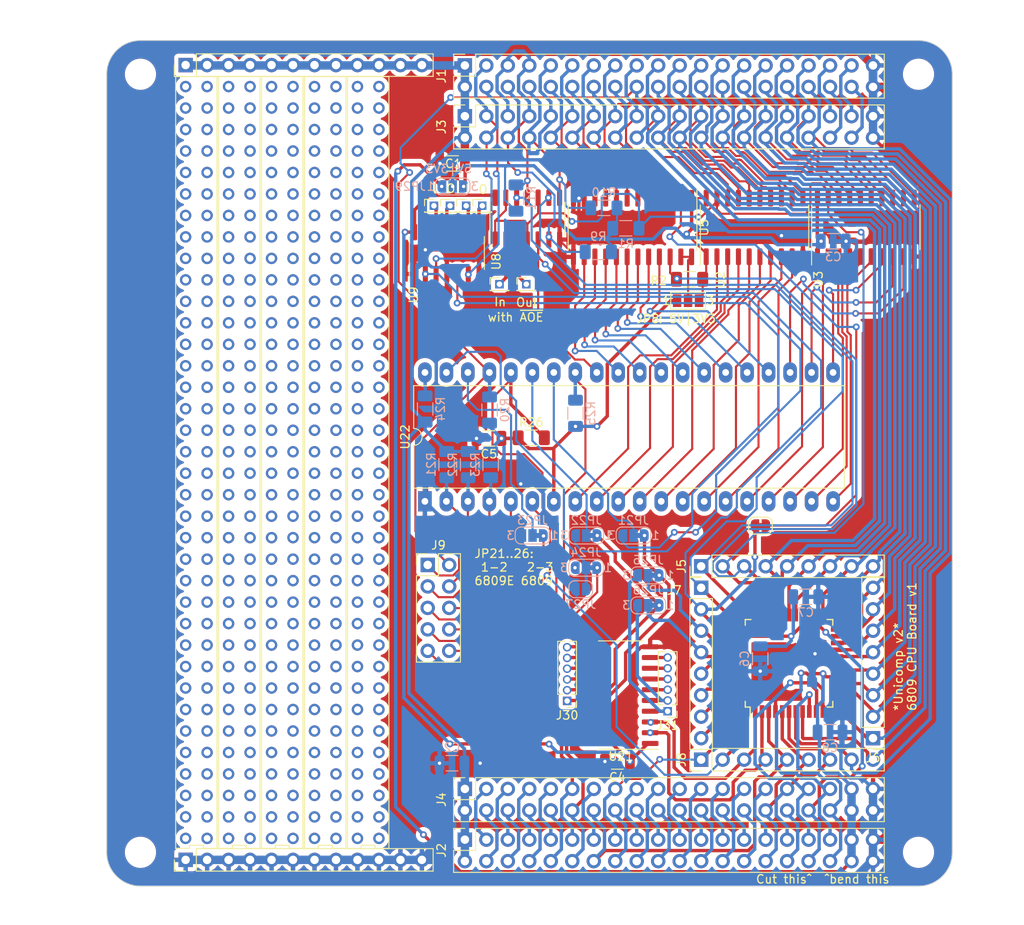
<source format=kicad_pcb>
(kicad_pcb (version 20221018) (generator pcbnew)
  (layers (0 "F.Cu" signal) (31 "B.Cu" signal) (34 "B.Paste" user) (35 "F.Paste" user) (36 "B.SilkS" user "B.Silkscreen") (37 "F.SilkS" user "F.Silkscreen") (38 "B.Mask" user) (39 "F.Mask" user) (44 "Edge.Cuts" user))
  (net 0 "")
  (net 1 "/~{RST}")
  (net 2 "/~{BUSFREE}")
  (net 3 "/~{RAMWE13}")
  (net 4 "/~{RAMWE12}")
  (net 5 "/~{RAMWE11}")
  (net 6 "/~{RAMWE10}")
  (net 7 "GND")
  (net 8 "/D7")
  (net 9 "/D6")
  (net 10 "/D5")
  (net 11 "/D4")
  (net 12 "/D3")
  (net 13 "/D2")
  (net 14 "/D1")
  (net 15 "/D0")
  (net 16 "+5V")
  (net 17 "/A15")
  (net 18 "/A14")
  (net 19 "/A13")
  (net 20 "/A12")
  (net 21 "/A11")
  (net 22 "/A10")
  (net 23 "/A9")
  (net 24 "/A8")
  (net 25 "/A7")
  (net 26 "/A6")
  (net 27 "/A5")
  (net 28 "/A4")
  (net 29 "/A3")
  (net 30 "/A2")
  (net 31 "/A1")
  (net 32 "/A0")
  (net 33 "/CD0")
  (net 34 "/CD1")
  (net 35 "/CD2")
  (net 36 "/CD3")
  (net 37 "/CD4")
  (net 38 "/CD5")
  (net 39 "/CD6")
  (net 40 "/CD7")
  (net 41 "/CA0")
  (net 42 "/CA1")
  (net 43 "/CA2")
  (net 44 "/CA3")
  (net 45 "/CA4")
  (net 46 "/CA5")
  (net 47 "/CA6")
  (net 48 "/CA7")
  (net 49 "/CA8")
  (net 50 "/CA9")
  (net 51 "/CA10")
  (net 52 "/CA11")
  (net 53 "/CA12")
  (net 54 "/CA13")
  (net 55 "/CA14")
  (net 56 "/CA15")
  (net 57 "/~{RAMWE9}")
  (net 58 "/~{RAMWE8}")
  (net 59 "/~{RAMWE7}")
  (net 60 "/~{RAMWE6}")
  (net 61 "/~{RAMWE5}")
  (net 62 "/~{RAMWE4}")
  (net 63 "/TDI")
  (net 64 "/TMS")
  (net 65 "/TCK")
  (net 66 "+3V3")
  (net 67 "/TDO")
  (net 68 "/CLKF")
  (net 69 "/~{RAMWE3}")
  (net 70 "/~{RAMWE2}")
  (net 71 "/~{RAMWE1}")
  (net 72 "/~{RAMWE0}")
  (net 73 "/DDIR")
  (net 74 "/CLKS")
  (net 75 "/MOSI")
  (net 76 "/SCK")
  (net 77 "/~{IOWR}")
  (net 78 "/~{MWR}")
  (net 79 "/~{MRD}")
  (net 80 "/R{slash}~{W}_e")
  (net 81 "/~{IORD}")
  (net 82 "/RX1")
  (net 83 "/RES1")
  (net 84 "/TX1")
  (net 85 "/RES0")
  (net 86 "/TX3")
  (net 87 "/RX3")
  (net 88 "/TX2")
  (net 89 "/RX2")
  (net 169 "/Bus/TDRTN")
  (net 175 "/Bus/A16")
  (net 176 "/Bus/A17")
  (net 177 "/Bus/A18")
  (net 178 "/Bus/A19")
  (net 455 "/~{WR}c")
  (net 456 "/~{AOE}")
  (net 457 "/~{DOE}")
  (net 458 "/~{RD}c")
  (net 459 "Net-(J30-Pin_3)")
  (net 460 "Net-(J30-Pin_4)")
  (net 461 "Net-(J30-Pin_5)")
  (net 462 "Net-(J30-Pin_6)")
  (net 463 "Net-(J31-Pin_3)")
  (net 464 "Net-(J31-Pin_4)")
  (net 465 "Net-(J31-Pin_5)")
  (net 466 "Net-(J31-Pin_6)")
  (net 467 "/R{slash}~{W}")
  (net 468 "/IO0")
  (net 469 "/IO1")
  (net 470 "/IO2")
  (net 471 "/IO3")
  (net 472 "/~{NMI}")
  (net 473 "/~{IRQ}")
  (net 474 "/~{FIRQ}")
  (net 475 "/~{HALT}")
  (net 476 "/BS")
  (net 477 "/BA")
  (net 478 "/BUSY")
  (net 479 "/Q")
  (net 480 "/E")
  (net 481 "/CPUCLK")
  (net 482 "Net-(JP21-C)")
  (net 483 "Net-(JP22-C)")
  (net 484 "Net-(JP23-C)")
  (net 485 "Net-(JP24-C)")
  (net 486 "/LIC")
  (net 487 "/TSC")
  (net 488 "/AVMA")
  (net 489 "/Qe")
  (net 490 "/Ee")
  (net 491 "/PHI0")
  (net 492 "/~{PHI0}")
  (net 493 "/PHI0_c")
  (net 494 "/~{PHI0_c}")
  (net 495 "/Ecpu")
  (net 496 "/Qcpu")
  (net 497 "/Ec")
  (net 498 "/Qc")
  (net 499 "/Buffers/Ec")
  (net 500 "/Buffers/Qc")
  (net 501 "/Buffers/VBuffer")
  (net 502 "Net-(J10-Pin_1)")
  (net 503 "Net-(J11-Pin_1)")
  (net 504 "Net-(J12-Pin_1)")
  (net 505 "Net-(J13-Pin_1)")
  (net 506 "Net-(J14-Pin_1)")
  (net 507 "Net-(J15-Pin_1)")
  (net 508 "Net-(JP8-C)")
  (footprint "Jumper:SolderJumper-3_P1.3mm_Open_Pad1.0x1.5mm_NumberLabels" (layer "F.Cu") (at 166.0906 76.1238)
    (fp_text reference "JP8")
    (fp_text value "Jumper_3_Open" hide)
  )
  (footprint "Capacitor_SMD:C_1206_3216Metric" (layer "F.Cu") (at 142.5466 92.4052 180)
    (fp_text reference "C5")
    (fp_text value "100n")
  )
  (footprint "Connector_PinHeader_2.54mm:PinHeader_1x09_P2.54mm_Vertical" (layer "F.Cu") (at 167.64 130.389005 90)
    (fp_text reference "J8")
    (fp_text value "Conn_01x09")
  )
  (footprint "Connector_PinHeader_1.27mm:PinHeader_1x01_P1.27mm_Vertical" (layer "F.Cu") (at 136.0424 64.897)
    (fp_text reference "J13" hide)
    (fp_text value "Conn_01x01")
  )
  (footprint "my_own_conn:Proto_2x36" (layer "F.Cu") (at 128.27 95.25)
    (fp_text reference "J26" hide)
    (fp_text value "Conn_02x36_Counter_Clockwise" hide)
  )
  (footprint "Connector_PinSocket_2.54mm:PinSocket_2x20_P2.54mm_Vertical" (layer "F.Cu") (at 139.7 48.303005 90)
    (fp_text reference "J1")
    (fp_text value "BUS")
  )
  (footprint "Connector_PinHeader_1.27mm:PinHeader_1x01_P1.27mm_Vertical" (layer "F.Cu") (at 141.7574 64.897)
    (fp_text reference "J14" hide)
    (fp_text value "Conn_01x01")
  )
  (footprint "Connector_PinHeader_2.54mm:PinHeader_2x05_P2.54mm_Vertical" (layer "F.Cu") (at 135.3058 107.3658)
    (fp_text reference "J9")
    (fp_text value "Conn_02x05_Odd_Even")
  )
  (footprint "Connector_PinHeader_1.27mm:PinHeader_1x01_P1.27mm_Vertical" (layer "F.Cu") (at 143.7894 74.168)
    (fp_text reference "J11" hide)
    (fp_text value "Conn_01x01")
  )
  (footprint "Connector_PinHeader_1.27mm:PinHeader_1x06_P1.27mm_Vertical" (layer "F.Cu") (at 163.6776 124.6632 180)
    (fp_text reference "J31")
    (fp_text value "Conn_01x06")
  )
  (footprint "Package_SO:SO-20_5.3x12.6mm_P1.27mm" (layer "F.Cu") (at 187.108172 67.439723 90)
    (fp_text reference "U3")
    (fp_text value "SN74LVC245ANSR")
  )
  (footprint "Connector_PinHeader_2.54mm:PinHeader_1x09_P2.54mm_Vertical" (layer "F.Cu") (at 167.64 107.529005 90)
    (fp_text reference "J5")
    (fp_text value "Conn_01x09")
  )
  (footprint "Connector_PinSocket_2.54mm:PinSocket_2x20_P2.54mm_Vertical" (layer "F.Cu") (at 139.7 133.849005 90)
    (fp_text reference "J4")
    (fp_text value "BUS")
  )
  (footprint "Capacitor_SMD:C_1206_3216Metric" (layer "F.Cu") (at 157.7358 130.6068 180)
    (fp_text reference "C4")
    (fp_text value "100n")
  )
  (footprint "my_own_conn:Proto_2x36" (layer "F.Cu") (at 118.11 95.25)
    (fp_text reference "J24" hide)
    (fp_text value "Conn_02x36_Counter_Clockwise" hide)
  )
  (footprint "Resistor_SMD:R_1206_3216Metric_Pad1.30x1.75mm_HandSolder" (layer "F.Cu") (at 147.548 92.329)
    (fp_text reference "R26")
    (fp_text value "2k2")
  )
  (footprint "Package_SO:SO-20_5.3x12.6mm_P1.27mm" (layer "F.Cu") (at 158.1485 122.7582 180)
    (fp_text reference "U21")
    (fp_text value "SN74LVC245ANSR")
  )
  (footprint "Package_DIP:DIP-40_W15.24mm_LongPads" (layer "F.Cu") (at 134.9756 99.8474 90)
    (fp_text reference "U22")
    (fp_text value "MC6809E")
  )
  (footprint "Connector_PinHeader_1.27mm:PinHeader_1x01_P1.27mm_Vertical" (layer "F.Cu") (at 137.9474 64.897)
    (fp_text reference "J15" hide)
    (fp_text value "Conn_01x01")
  )
  (footprint "Connector_PinHeader_2.54mm:PinHeader_1x12_P2.54mm_Vertical" (layer "F.Cu") (at 106.68 142.24 90)
    (fp_text reference "J20" hide)
    (fp_text value "Conn_01x12" hide)
  )
  (footprint "my_own_conn:Proto_2x36" (layer "F.Cu") (at 123.19 95.25)
    (fp_text reference "J25" hide)
    (fp_text value "Conn_02x36_Counter_Clockwise" hide)
  )
  (footprint "Connector_PinSocket_2.54mm:PinSocket_2x20_P2.54mm_Vertical" (layer "F.Cu") (at 139.7 139.849005 90)
    (fp_text reference "J2")
    (fp_text value "BUS")
  )
  (footprint "Connector_PinHeader_1.27mm:PinHeader_1x06_P1.27mm_Vertical" (layer "F.Cu") (at 151.7904 123.444 180)
    (fp_text reference "J30")
    (fp_text value "Conn_01x06")
  )
  (footprint "Connector_PinHeader_2.54mm:PinHeader_1x08_P2.54mm_Vertical" (layer "F.Cu") (at 187.96 127.849005 180)
    (fp_text reference "J6")
    (fp_text value "Conn_01x08")
  )
  (footprint "Package_SO:SO-20_5.3x12.6mm_P1.27mm" (layer "F.Cu") (at 173.950972 67.455923 90)
    (fp_text reference "U2")
    (fp_text value "SN74LVC245ANSR")
  )
  (footprint "MountingHole:MountingHole_3.2mm_M3" (layer "F.Cu") (at 193.34 49.346005)
    (fp_text reference "H3" hide)
    (fp_text value "MountingHole" hide)
  )
  (footprint "Package_SO:SOIC-14_3.9x8.7mm_P1.27mm" (layer "F.Cu") (at 137.5664 70.485 90)
    (fp_text reference "U9")
    (fp_text value "SN74LVC125AD")
  )
  (footprint "Connector_PinHeader_1.27mm:PinHeader_1x01_P1.27mm_Vertical" (layer "F.Cu") (at 139.8524 64.897)
    (fp_text reference "J12" hide)
    (fp_text value "Conn_01x01")
  )
  (footprint "my_own_conn:Proto_2x36" (layer "F.Cu") (at 113.03 95.25)
    (fp_text reference "J23" hide)
    (fp_text value "Conn_02x36_Counter_Clockwise" hide)
  )
  (footprint "Connector_PinHeader_2.54mm:PinHeader_1x08_P2.54mm_Vertical" (layer "F.Cu") (at 167.64 110.069005)
    (fp_text reference "J7")
    (fp_text value "Conn_01x08")
  )
  (footprint "Connector_PinHeader_1.27mm:PinHeader_1x01_P1.27mm_Vertical" (layer "F.Cu") (at 146.9644 74.168)
    (fp_text reference "J10" hide)
    (fp_text value "Conn_01x01")
  )
  (footprint "Connector_PinSocket_2.54mm:PinSocket_2x20_P2.54mm_Vertical" (layer "F.Cu") (at 139.7 54.303005 90)
    (fp_text reference "J3")
    (fp_text value "BUS")
  )
  (footprint "Package_SO:SOIC-14_3.9x8.7mm_P1.27mm" (layer "F.Cu") (at 147.0914 66.421 90)
    (fp_text reference "U8")
    (fp_text value "SN74LVC125AD" hide)
  )
  (footprint "Resistor_SMD:R_1206_3216Metric_Pad1.30x1.75mm_HandSolder" (layer "F.Cu") (at 166.2678 73.5838 180)
    (fp_text reference "R2")
    (fp_text value "10k")
  )
  (footprint "MountingHole:MountingHole_3.2mm_M3" (layer "F.Cu") (at 101.34 49.346005)
    (fp_text reference "H1" hide)
    (fp_text value "MountingHole" hide)
  )
  (footprint "Package_QFP:TQFP-44_10x10mm_P0.8mm" (layer "F.Cu") (at 178.029 118.994805 90)
    (fp_text reference "U1" hide)
    (fp_text value "XC9572VQ44")
  )
  (footprint "Jumper:SolderJumper-2_P1.3mm_Bridged_RoundedPad1.0x1.5mm" (layer "F.Cu") (at 174.6504 102.7176 180)
    (fp_text reference "JP20" hide)
    (fp_text value "RW")
  )
  (footprint "MountingHole:MountingHole_3.2mm_M3" (layer "F.Cu") (at 101.34 141.346005)
    (fp_text reference "H2" hide)
    (fp_text value "MountingHole" hide)
  )
  (footprint "my_own_conn:Proto_2x36" (layer "F.Cu") (at 107.95 95.25)
    (fp_text reference "J22" hide)
    (fp_text value "Conn_02x36_Counter_Clockwise" hide)
  )
  (footprint "Capacitor_SMD:C_1206_3216Metric" (layer "F.Cu") (at 138.2286 59.8932 180)
    (fp_text reference "C1")
    (fp_text value "100n")
  )
  (footprint "Connector_PinHeader_2.54mm:PinHeader_1x12_P2.54mm_Vertical" (layer "F.Cu") (at 106.68 48.26 90)
    (fp_text reference "J21" hide)
    (fp_text value "Conn_01x12" hide)
  )
  (footprint "Package_SO:SO-24_5.3x15mm_P1.27mm" (layer "F.Cu") (at 159.523772 67.472123 -90)
    (fp_text reference "U5")
    (fp_text value "SN74LVCC3245ANSR")
  )
  (footprint "MountingHole:MountingHole_3.2mm_M3" (layer "F.Cu") (at 193.34 141.346005)
    (fp_text reference "H4" hide)
    (fp_text value "MountingHole" hide)
  )
  (footprint "Jumper:SolderJumper-3_P1.3mm_Open_RoundedPad1.0x1.5mm_NumberLabels" (layer "B.Cu") (at 138.2568 62.611)
    (fp_text reference "JP29")
    (fp_text value "Vcc")
  )
  (footprint "Resistor_SMD:R_1206_3216Metric_Pad1.30x1.75mm_HandSolder" (layer "B.Cu") (at 145.7452 63.9832 90)
    (fp_text reference "R11")
    (fp_text value "10k")
  )
  (footprint "Capacitor_SMD:C_1206_3216Metric" (layer "B.Cu") (at 138.1778 130.81 180)
    (fp_text reference "C2")
    (fp_text value "100n")
  )
  (footprint "NetTie:NetTie-2_SMD_Pad0.5mm" (layer "B.Cu") (at 147.7772 58.674 180)
    (fp_text reference "NT21" hide)
    (fp_text value "WR" hide)
  )
  (footprint "Resistor_SMD:R_1206_3216Metric_Pad1.30x1.75mm_HandSolder" (layer "B.Cu") (at 142.748 95.504 -90)
    (fp_text reference "R23")
    (fp_text value "2k2")
  )
  (footprint "Jumper:SolderJumper-2_P1.3mm_Open_RoundedPad1.0x1.5mm" (layer "B.Cu") (at 153.401 110.236)
    (fp_text reference "JP27")
    (fp_text value "Jumper_2_Open")
  )
  (footprint "Resistor_SMD:R_1206_3216Metric_Pad1.30x1.75mm_HandSolder" (layer "B.Cu") (at 142.621 89.053 90)
    (fp_text reference "R20")
    (fp_text value "2k2")
  )
  (footprint "Resistor_SMD:R_1206_3216Metric_Pad1.30x1.75mm_HandSolder" (layer "B.Cu") (at 140.081 95.504 -90)
    (fp_text reference "R22")
    (fp_text value "2k2")
  )
  (footprint "Resistor_SMD:R_1206_3216Metric_Pad1.30x1.75mm_HandSolder" (layer "B.Cu") (at 135.001 88.926 90)
    (fp_text reference "R24")
    (fp_text value "2k2")
  )
  (footprint "Jumper:SolderJumper-3_P1.3mm_Bridged12_RoundedPad1.0x1.5mm_NumberLabels" (layer "B.Cu") (at 147.701 103.886 180)
    (fp_text reference "JP23")
    (fp_text value "6809E/6809")
  )
  (footprint "Resistor_SMD:R_1206_3216Metric_Pad1.30x1.75mm_HandSolder" (layer "B.Cu") (at 137.541 95.504 -90)
    (fp_text reference "R21")
    (fp_text value "2k2")
  )
  (footprint "Resistor_SMD:R_1206_3216Metric_Pad1.30x1.75mm_HandSolder" (layer "B.Cu") (at 158.7302 67.559)
    (fp_text reference "R1")
    (fp_text value "10k")
  )
  (footprint "Resistor_SMD:R_1206_3216Metric_Pad1.30x1.75mm_HandSolder" (layer "B.Cu") (at 152.781 89.434 90)
    (fp_text reference "R25")
    (fp_text value "2k2")
  )
  (footprint "Capacitor_SMD:C_1206_3216Metric" (layer "B.Cu") (at 180.008 111.135805)
    (fp_text reference "C7")
    (fp_text value "100n")
  )
  (footprint "Jumper:SolderJumper-3_P1.3mm_Bridged12_RoundedPad1.0x1.5mm_NumberLabels" (layer "B.Cu") (at 161.387 108.591 180)
    (fp_text reference "JP25")
    (fp_text value "6809E/6809")
  )
  (footprint "Capacitor_SMD:C_1206_3216Metric" (layer "B.Cu") (at 182.88 127.137805)
    (fp_text reference "C8")
    (fp_text value "100n")
  )
  (footprint "Capacitor_SMD:C_1206_3216Metric" (layer "B.Cu") (at 183.261 69.088)
    (fp_text reference "C3")
    (fp_text value "100n")
  )
  (footprint "Jumper:SolderJumper-3_P1.3mm_Bridged12_RoundedPad1.0x1.5mm_NumberLabels" (layer "B.Cu") (at 159.639 103.886 180)
    (fp_text reference "JP21")
    (fp_text value "6809E/6809")
  )
  (footprint "Resistor_SMD:R_1206_3216Metric_Pad1.30x1.75mm_HandSolder" (layer "B.Cu") (at 156.1388 65.146 180)
    (fp_text reference "R10")
    (fp_text value "10k")
  )
  (footprint "NetTie:NetTie-2_SMD_Pad0.5mm" (layer "B.Cu") (at 146.1008 46.6344)
    (fp_text reference "NT20" hide)
    (fp_text value "RD" hide)
  )
  (footprint "Resistor_SMD:R_1206_3216Metric_Pad1.30x1.75mm_HandSolder" (layer "B.Cu") (at 155.4778 70.353 180)
    (fp_text reference "R9")
    (fp_text value "10k" hide)
  )
  (footprint "Capacitor_SMD:C_1206_3216Metric" (layer "B.Cu") (at 174.625 118.452805 -90)
    (fp_text reference "C6")
    (fp_text value "100n")
  )
  (footprint "Jumper:SolderJumper-3_P1.3mm_Bridged12_RoundedPad1.0x1.5mm_NumberLabels" (layer "B.Cu") (at 154.051 103.886 180)
    (fp_text reference "JP22")
    (fp_text value "6809E/6809")
  )
  (footprint "Jumper:SolderJumper-3_P1.3mm_Bridged12_RoundedPad1.0x1.5mm_NumberLabels" (layer "B.Cu") (at 154.021 107.696 180)
    (fp_text reference "JP24")
    (fp_text value "6809E/6809")
  )
  (footprint "Jumper:SolderJumper-3_P1.3mm_Bridged12_RoundedPad1.0x1.5mm_NumberLabels" (layer "B.Cu") (at 161.387 112.141 180)
    (fp_text reference "JP26")
    (fp_text value "6809E/6809")
  )
  (gr_line (start 97.34 49.346005) (end 97.34 141.346005) (stroke (width 0.1)) (layer "Edge.Cuts"))
  (gr_arc (start 97.34 49.346005) (mid 98.511573 46.517578) (end 101.34 45.346005) (stroke (width 0.1)) (layer "Edge.Cuts"))
  (gr_arc (start 193.34 45.346005) (mid 196.168427 46.517578) (end 197.34 49.346005) (stroke (width 0.1)) (layer "Edge.Cuts"))
  (gr_arc (start 197.34 141.346005) (mid 196.168427 144.174432) (end 193.34 145.346005) (stroke (width 0.1)) (layer "Edge.Cuts"))
  (gr_line (start 197.34 141.346005) (end 197.34 49.346005) (stroke (width 0.1)) (layer "Edge.Cuts"))
  (gr_line (start 193.34 45.346005) (end 101.34 45.346005) (stroke (width 0.1)) (layer "Edge.Cuts"))
  (gr_arc (start 101.34 145.346005) (mid 98.511573 144.174432) (end 97.34 141.346005) (stroke (width 0.1)) (layer "Edge.Cuts"))
  (gr_line (start 193.34 145.346005) (end 101.34 145.346005) (stroke (width 0.1)) (layer "Edge.Cuts"))
  (gr_text "5V|3V3" (at 140.6398 61.1124) (layer "B.SilkS") (effects (font (size 1 1)) (justify left bottom mirror)))
  (gr_text "I\n" (at 135.8138 63.4746) (layer "F.SilkS") (effects (font (size 1 1)) (justify left bottom)))
  (gr_text "JP21..26:\n 1-2   2-3\n6809E 6809" (at 140.7414 109.8296) (layer "F.SilkS") (effects (font (size 1 1)) (justify left bottom)))
  (gr_text "In" (at 143.0782 76.8604) (layer "F.SilkS") (effects (font (size 1 1)) (justify left bottom)))
  (gr_text "with ~{AOE}" (at 142.3162 78.6638) (layer "F.SilkS") (effects (font (size 1 1)) (justify left bottom)))
  (gr_text ": 5V|3V3" (at 162.5092 78.8416) (layer "F.SilkS") (effects (font (size 1 1)) (justify left bottom)))
  (gr_text "Out" (at 145.669 76.9112) (layer "F.SilkS") (effects (font (size 1 1)) (justify left bottom)))
  (gr_text "*Unicomp v2*\n6809 CPU Board v1" (at 191.77 124.714 90) (layer "F.SilkS") (effects (font (size 1 1)) (justify left)))
  (gr_text "O" (at 137.414 63.4492) (layer "F.SilkS") (effects (font (size 1 1)) (justify left bottom)))
  (gr_text "Cut this^  ^bend this" (at 189.992 144.526) (layer "F.SilkS") (effects (font (size 1 1)) (justify right)))
  (gr_text "O" (at 141.224 63.5508) (layer "F.SilkS") (effects (font (size 1 1)) (justify left bottom)))
  (gr_text "I" (at 139.6492 63.4746) (layer "F.SilkS") (effects (font (size 1 1)) (justify left bottom)))
  (segment (start 133.8506 103.3706) (end 133.8506 93.3524) (width 0.25) (layer "F.Cu") (net 1))
  (segment (start 133.8506 93.3524) (end 142.5956 84.6074) (width 0.25) (layer "F.Cu") (net 1))
  (segment (start 131.8684 62.2638) (end 133.1722 60.96) (width 0.25) (layer "F.Cu") (net 1))
  (segment (start 142.5956 84.6074) (end 131.8684 73.8802) (width 0.25) (layer "F.Cu") (net 1))
  (segment (start 160.02 50.843005) (end 158.767606 52.095399) (width 0.25) (layer "F.Cu") (net 1))
  (segment (start 131.8684 73.8802) (end 131.8684 62.2638) (width 0.25) (layer "F.Cu") (net 1))
  (segment (start 158.767606 52.095399) (end 138.023601 52.095399) (width 0.25) (layer "F.Cu") (net 1))
  (segment (start 137.8458 107.3658) (end 133.8506 103.3706) (width 0.25) (layer "F.Cu") (net 1))
  (via (at 138.023601 52.095399) (size 0.8) (drill 0.4) (layers "F.Cu" "B.Cu") (net 1))
  (via (at 133.1722 60.96) (size 0.8) (drill 0.4) (layers "F.Cu" "B.Cu") (net 1))
  (segment (start 160.02 50.843005) (end 160.02 52.045086) (width 0.4) (layer "B.Cu") (net 1))
  (segment (start 138.023601 52.095399) (end 132.0927 58.0263) (width 0.25) (layer "B.Cu") (net 1))
  (segment (start 142.621 87.503) (end 142.621 84.6328) (width 0.4) (layer "B.Cu") (net 1))
  (segment (start 161.273253 53.298339) (end 161.273253 55.513457) (width 0.4) (layer "B.Cu") (net 1))
  (segment (start 142.621 84.6328) (end 142.5956 84.6074) (width 0.4) (layer "B.Cu") (net 1))
  (segment (start 132.0927 58.0263) (end 132.0927 59.8805) (width 0.25) (layer "B.Cu") (net 1))
  (segment (start 160.02 52.045086) (end 161.273253 53.298339) (width 0.4) (layer "B.Cu") (net 1))
  (segment (start 161.273253 55.513457) (end 160.02 56.76671) (width 0.4) (layer "B.Cu") (net 1))
  (segment (start 132.0927 59.8805) (end 133.1722 60.96) (width 0.25) (layer "B.Cu") (net 1))
  (segment (start 170.78 122.718805) (end 170.78 127.249005) (width 0.4) (layer "F.Cu") (net 2))
  (segment (start 170.78 127.249005) (end 167.64 130.389005) (width 0.4) (layer "F.Cu") (net 2))
  (segment (start 171.304 122.194805) (end 170.78 122.718805) (width 0.4) (layer "F.Cu") (net 2))
  (segment (start 157.48 133.849005) (end 158.655 132.674005) (width 0.25) (layer "F.Cu") (net 2))
  (segment (start 158.655 132.674005) (end 160.416595 132.674005) (width 0.25) (layer "F.Cu") (net 2))
  (segment (start 172.329 122.194805) (end 171.304 122.194805) (width 0.4) (layer "F.Cu") (net 2))
  (segment (start 160.416595 132.674005) (end 162.7378 130.3528) (width 0.25) (layer "F.Cu") (net 2))
  (via (at 162.7378 130.3528) (size 0.8) (drill 0.4) (layers "F.Cu" "B.Cu") (net 2))
  (segment (start 156.23 135.099005) (end 156.23 137.053) (width 0.4) (layer "B.Cu") (net 2))
  (segment (start 156.23 137.053) (end 157.48 138.303) (width 0.4) (layer "B.Cu") (net 2))
  (segment (start 157.48 133.849005) (end 156.23 135.099005) (width 0.4) (layer "B.Cu") (net 2))
  (segment (start 162.7378 130.3528) (end 162.774005 130.389005) (width 0.25) (layer "B.Cu") (net 2))
  (segment (start 157.48 138.303) (end 157.48 139.7) (width 0.4) (layer "B.Cu") (net 2))
  (segment (start 157.48 133.477) (end 157.48 133.849005) (width 0.4) (layer "B.Cu") (net 2))
  (segment (start 162.774005 130.389005) (end 167.64 130.389005) (width 0.25) (layer "B.Cu") (net 2))
  (segment (start 157.48 136.906) (end 157.48 136.24) (width 0.4) (layer "B.Cu") (net 3))
  (segment (start 157.48 142.24) (end 158.73 140.99) (width 0.4) (layer "B.Cu") (net 3))
  (segment (start 158.73 138.156) (end 157.48 136.906) (width 0.4) (layer "B.Cu") (net 3))
  (segment (start 158.73 140.99) (end 158.73 138.156) (width 0.4) (layer "B.Cu") (net 3))
  (segment (start 160.02 138.303) (end 158.77 137.053) (width 0.4) (layer "B.Cu") (net 4))
  (segment (start 160.02 139.7) (end 160.02 138.303) (width 0.4) (layer "B.Cu") (net 4))
  (segment (start 158.77 135.099005) (end 160.02 133.849005) (width 0.4) (layer "B.Cu") (net 4))
  (segment (start 160.02 133.849005) (end 160.02 133.7) (width 0.4) (layer "B.Cu") (net 4))
  (segment (start 158.77 137.053) (end 158.77 135.099005) (width 0.4) (layer "B.Cu") (net 4))
  (segment (start 160.02 136.316295) (end 160.02 136.906) (width 0.4) (layer "B.Cu") (net 5))
  (segment (start 160.02 136.906) (end 161.27 138.156) (width 0.4) (layer "B.Cu") (net 5))
  (segment (start 161.27 140.99) (end 160.02 142.24) (width 0.4) (layer "B.Cu") (net 5))
  (segment (start 161.27 138.156) (end 161.27 140.99) (width 0.4) (layer "B.Cu") (net 5))
  (segment (start 162.56 138.303) (end 161.29 137.033) (width 0.4) (layer "B.Cu") (net 6))
  (segment (start 161.29 137.033) (end 161.29 135.119005) (width 0.4) (layer "B.Cu") (net 6))
  (segment (start 162.56 139.7) (end 162.56 138.303) (width 0.4) (layer "B.Cu") (net 6))
  (segment (start 161.29 135.119005) (end 162.56 133.849005) (width 0.4) (layer "B.Cu") (net 6))
  (segment (start 176.429 124.694805) (end 176.429 121.731797) (width 0.4) (layer "F.Cu") (net 7))
  (segment (start 135.16424 97.06796) (end 135.16424 100.03604) (width 0.4) (layer "F.Cu") (net 7))
  (segment (start 144.266186 97.784186) (end 146.309814 97.784186) (width 0.4) (layer "F.Cu") (net 7))
  (segment (start 136.7282 59.8424) (end 136.7282 48.174805) (width 1) (layer "F.Cu") (net 7))
  (segment (start 138.0744 70.104) (end 138.8364 69.342) (width 0.4) (layer "F.Cu") (net 7))
  (segment (start 138.8364 69.342) (end 138.8364 68.01) (width 0.4) (layer "F.Cu") (net 7))
  (segment (start 159.3088 118.3132) (end 160.5788 117.0432) (width 0.4) (layer "F.Cu") (net 7))
  (segment (start 186.342195 46.6852) (end 187.96 48.303005) (width 1) (layer "F.Cu") (net 7))
  (segment (start 183.729 118.994805) (end 182.23 118.994805) (width 0.4) (layer "F.Cu") (net 7))
  (segment (start 152.538772 70.934623) (end 152.538772 70.624823) (width 0.25) (layer "F.Cu") (net 7))
  (segment (start 136.7282 48.174805) (end 138.217805 46.6852) (width 1) (layer "F.Cu") (net 7))
  (segment (start 141.5034 130.81) (end 136.7028 130.81) (width 0.4) (layer "F.Cu") (net 7))
  (segment (start 152.33 129.1652) (end 153.7716 130.6068) (width 0.4) (layer "F.Cu") (net 7))
  (segment (start 135.0264 70.104) (end 135.0264 70.104008) (width 0.4) (layer "F.Cu") (net 7))
  (segment (start 179.665972 69.115023) (end 178.978539 68.42759) (width 0.4) (layer "F.Cu") (net 7))
  (segment (start 187.96 56.843005) (end 193.523172 62.406177) (width 0.4) (layer "F.Cu") (net 7))
  (segment (start 196.84 58.664) (end 189.019005 50.843005) (width 1) (layer "F.Cu") (net 7))
  (segment (start 154.686 127.2032) (end 152.5016 127.2032) (width 0.4) (layer "F.Cu") (net 7))
  (segment (start 139.827 92.4052) (end 135.16424 97.06796) (width 0.4) (layer "F.Cu") (net 7))
  (segment (start 196.84 132.09) (end 196.84 58.664) (width 1) (layer "F.Cu") (net 7))
  (segment (start 133.7564 71.374) (end 135.0264 70.104) (width 0.4) (layer "F.Cu") (net 7))
  (segment (start 136.8044 70.104) (end 138.0744 70.104) (width 0.4) (layer "F.Cu") (net 7))
  (segment (start 179.665972 70.782223) (end 179.665972 69.115023) (width 0.4) (layer "F.Cu") (net 7))
  (segment (start 160.5788 117.0432) (end 161.611 117.0432) (width 0.4) (layer "F.Cu") (net 7))
  (segment (start 141.0716 92.4052) (end 139.827 92.4052) (width 0.4) (layer "F.Cu") (net 7))
  (segment (start 180.429 113.294805) (end 180.429 117.193805) (width 0.4) (layer "F.Cu") (net 7))
  (segment (start 192.365972 69.089623) (end 184.773176 69.089623) (width 0.4) (layer "F.Cu") (net 7))
  (segment (start 193.523172 67.932423) (end 192.365972 69.089623) (width 0.4) (layer "F.Cu") (net 7))
  (segment (start 152.33 127.3748) (end 152.33 129.1652) (width 0.4) (layer "F.Cu") (net 7))
  (segment (start 189.019005 50.843005) (end 187.96 50.843005) (width 1) (layer "F.Cu") (net 7))
  (segment (start 141.0716 94.5896) (end 144.266186 97.784186) (width 0.4) (layer "F.Cu") (net 7))
  (segment (start 141.0716 92.4052) (end 141.0716 94.5896) (width 0.4) (layer "F.Cu") (net 7))
  (segment (start 180.429 117.193805) (end 181.102 117.866805) (width 0.4) (layer "F.Cu") (net 7))
  (segment (start 137.5664 70.866) (end 137.5664 72.96) (width 0.4) (layer "F.Cu") (net 7))
  (segment (start 151.8096 68.9164) (end 153.1874 67.5386) (width 0.4) (layer "F.Cu") (net 7))
  (segment (start 153.808772 64.009623) (end 152.538772 64.009623) (width 0.25) (layer "F.Cu") (net 7))
  (segment (start 192.823172 70.902223) (end 192.823172 69.546823) (width 0.4) (layer "F.Cu") (net 7))
  (segment (start 140.4874 70.104) (end 141.3764 70.993) (width 0.4) (layer "F.Cu") (net 7))
  (segment (start 152.538772 70.624823) (end 150.862372 68.948423) (width 0.25) (layer "F.Cu") (net 7))
  (segment (start 136.8044 70.104) (end 137.5664 70.866) (width 0.4) (layer "F.Cu") (net 7))
  (segment (start 175.172008 120.474805) (end 174.625 119.927797) (width 0.4) (layer "F.Cu") (net 7))
  (segment (start 176.429 121.731797) (end 174.625 119.927797) (width 0.4) (layer "F.Cu") (net 7))
  (segment (start 189.080995 139.849005) (end 196.84 132.09) (width 1) (layer "F.Cu") (net 7))
  (segment (start 138.0744 70.104) (end 140.4874 70.104) (width 0.4) (layer "F.Cu") (net 7))
  (segment (start 152.5016 127.2032) (end 152.33 127.3748) (width 0.4) (layer "F.Cu") (net 7))
  (segment (start 193.523172 62.406177) (end 193.523172 67.932423) (width 0.4) (layer "F.Cu") (net 7))
  (segment (start 153.7716 130.6068) (end 156.2608 130.6068) (width 0.4) (layer "F.Cu") (net 7))
  (segment (start 159.3088 124.6632) (end 159.3088 118.3132) (width 0.4) (layer "F.Cu") (net 7))
  (segment (start 153.1874 67.5386) (end 153.1874 64.009623) (width 0.4) (layer "F.Cu") (net 7))
  (segment (start 133.7564 72.96) (end 133.7564 71.374) (width 0.4) (layer "F.Cu") (net 7))
  (segment (start 154.686 127.2032) (end 156.7688 127.2032) (width 0.4) (layer "F.Cu") (net 7))
  (segment (start 135.0264 70.104) (end 135.0264 68.01) (width 0.4) (layer "F.Cu") (net 7))
  (segment (start 150.9318 68.9164) (end 151.8096 68.9164) (width 0.4) (layer "F.Cu") (net 7))
  (segment (start 135.0264 70.104) (end 136.8044 70.104) (width 0.4) (layer "F.Cu") (net 7))
  (segment (start 182.23 118.994805) (end 181.102 117.866805) (width 0.4) (layer "F.Cu") (net 7))
  (segment (start 178.978539 68.42759) (end 177.139597 68.42759) (width 0.4) (layer "F.Cu") (net 7))
  (segment (start 152.538772 64.009623) (end 153.1874 64.009623) (width 0.25) (layer "F.Cu") (net 7))
  (segment (start 187.96 139.849005) (end 189.080995 139.849005) (width 1) (layer "F.Cu") (net 7))
  (segment (start 156.7688 127.2032) (end 159.3088 124.6632) (width 0.4) (layer "F.Cu") (net 7))
  (segment (start 192.823172 69.546823) (end 192.365972 69.089623) (width 0.4) (layer "F.Cu") (net 7))
  (segment (start 138.217805 46.6852) (end 186.342195 46.6852) (width 1) (layer "F.Cu") (net 7))
  (segment (start 141.3764 70.993) (end 141.3764 72.96) (width 0.4) (layer "F.Cu") (net 7))
  (via (at 177.139597 68.42759) (size 0.8) (drill 0.4) (layers "F.Cu" "B.Cu") (net 7))
  (via (at 136.7536 59.8932) (size 0.8) (drill 0.4) (layers "F.Cu" "B.Cu") (net 7))
  (via (at 135.0264 70.104008) (size 0.8) (drill 0.4) (layers "F.Cu" "B.Cu") (net 7))
  (via (at 141.0716 92.4052) (size 0.8) (drill 0.4) (layers "F.Cu" "B.Cu") (net 7))
  (via (at 174.625 119.927797) (size 0.8) (drill 0.4) (layers "F.Cu" "B.Cu") (net 7))
  (via (at 156.2608 130.6068) (size 0.8) (drill 0.4) (layers "F.Cu" "B.Cu") (net 7))
  (via (at 153.1874 64.009623) (size 0.8) (drill 0.4) (layers "F.Cu" "B.Cu") (net 7))
  (via (at 184.773176 69.089623) (size 0.8) (drill 0.4) (layers "F.Cu" "B.Cu") (net 7))
  (via (at 136.7028 130.81) (size 0.8) (drill 0.4) (layers "F.Cu" "B.Cu") (net 7))
  (via (at 141.5034 130.81) (size 0.8) (drill 0.4) (layers "F.Cu" "B.Cu") (net 7))
  (via (at 146.309814 97.784186) (size 0.8) (drill 0.4) (layers "F.Cu" "B.Cu") (net 7))
  (via (at 181.102 117.866805) (size 0.8) (drill 0.4) (layers "F.Cu" "B.Cu") (net 7))
  (segment (start 177.1396 68.4276) (end 176.6824 67.9704) (width 0.4) (layer "B.Cu") (net 7))
  (segment (start 176.686 117.866805) (end 181.102 117.866805) (width 0.4) (layer "B.Cu") (net 7))
  (segment (start 187.96 48.26) (end 187.96 50.8) (width 1) (layer "B.Cu") (net 7))
  (segment (start 141.7066 130.6068) (end 141.5034 130.81) (width 0.4) (layer "B.Cu") (net 7))
  (segment (start 184.355 127.137805) (end 184.17 127.322805) (width 0.4) (layer "B.Cu") (net 7))
  (segment (start 185.674 144.526) (end 187.96 142.24) (width 1) (layer "B.Cu") (net 7))
  (segment (start 187.96 139.7) (end 187.96 133.7) (width 1) (layer "B.Cu") (net 7))
  (segment (start 153.1874 64.009623) (end 154.692623 62.5044) (width 0.4) (layer "B.Cu") (net 7))
  (segment (start 146.401 103.886) (end 139.0142 103.886) (width 0.4) (layer "B.Cu") (net 7))
  (segment (start 149.0156 98.950344) (end 147.849442 97.784186) (width 0.4) (layer "B.Cu") (net 7))
  (segment (start 165.3998 62.5044) (end 170.8658 67.9704) (width 0.4) (layer "B.Cu") (net 7))
  (segment (start 153.1874 64.009623) (end 153.1874 62.5094) (width 0.4) (layer "B.Cu") (net 7))
  (segment (start 134.0262 74.9266) (end 136.3156 77.216) (width 0.4) (layer "B.Cu") (net 7))
  (segment (start 156.2608 130.6068) (end 141.7066 130.6068) (width 0.4) (layer "B.Cu") (net 7))
  (segment (start 136.7028 130.81) (end 136.7028 140.1572) (width 1) (layer "B.Cu") (net 7))
  (segment (start 154.692623 62.5044) (end 165.3998 62.5044) (width 0.4) (layer "B.Cu") (net 7))
  (segment (start 149.0156 100.8826) (end 149.0156 98.950344) (width 0.4) (layer "B.Cu") (net 7))
  (segment (start 184.17 127.322805) (end 184.17 131.465) (width 0.4) (layer "B.Cu") (net 7))
  (segment (start 176.6824 67.9704) (end 176.1998 67.9704) (width 0.4) (layer "B.Cu") (net 7))
  (segment (start 136.3156 77.216) (end 136.3156 87.6492) (width 0.4) (layer "B.Cu") (net 7))
  (segment (start 135.0264 61.6458) (end 135.0264 70.104008) (width 0.4) (layer "B.Cu") (net 7))
  (segment (start 138.43 144.526) (end 153.6192 144.526) (width 1) (layer "B.Cu") (net 7))
  (segment (start 152.751 110.236) (end 150.622 108.107) (width 0.4) (layer "B.Cu") (net 7))
  (segment (start 181.483 111.135805) (end 181.483 117.485805) (width 0.4) (layer "B.Cu") (net 7))
  (segment (start 185.258 132.553) (end 186.663995 132.553) (width 0.4) (layer "B.Cu") (net 7))
  (segment (start 136.7028 140.1572) (end 134.62 142.24) (width 1) (layer "B.Cu") (net 7))
  (segment (start 183.436 67.788) (end 184.736 69.088) (width 0.4) (layer "B.Cu") (net 7))
  (segment (start 184.355 127.137805) (end 184.277 127.059805) (width 0.4) (layer "B.Cu") (net 7))
  (segment (start 187.96 142.24) (end 187.96 139.7) (width 1) (layer "B.Cu") (net 7))
  (segment (start 180.705436 67.788) (end 183.436 67.788) (width 0.4) (layer "B.Cu") (net 7))
  (segment (start 187.963253 56.849864) (end 187.963253 54.309864) (width 1) (layer "B.Cu") (net 7))
  (segment (start 135.0264 70.9422) (end 134.0262 71.9424) (width 0.4) (layer "B.Cu") (net 7))
  (segment (start 135.0264 70.104008) (end 135.0264 70.9422) (width 0.4) (layer "B.Cu") (net 7))
  (segment (start 147.849442 97.784186) (end 146.309814 97.784186) (width 0.4) (layer "B.Cu") (net 7))
  (segment (start 184.277 120.831069) (end 181.312736 117.866805) (width 0.4) (layer "B.Cu") (net 7))
  (segment (start 153.1874 62.5094) (end 150.1394 59.4614) (width 0.4) (layer "B.Cu") (net 7))
  (segment (start 181.483 117.485805) (end 181.102 117.866805) (width 0.4) (layer "B.Cu") (net 7))
  (segment (start 170.8658 67.9704) (end 176.1998 67.9704) (width 0.4) (layer "B.Cu") (net 7))
  (segment (start 150.622 102.489) (end 149.0156 100.8826) (width 0.4) (layer "B.Cu") (net 7))
  (segment (start 134.0262 71.9424) (end 134.0262 74.9266) (width 0.4) (layer "B.Cu") (net 7))
  (segment (start 136.3156 87.6492) (end 141.0716 92.4052) (width 0.4) (layer "B.Cu") (net 7))
  (segment (start 106.68 142.24) (end 136.144 142.24) (width 1) (layer "B.Cu") (net 7))
  (segment (start 181.312736 117.866805) (end 181.102 117.866805) (width 0.4) (layer "B.Cu") (net 7))
  (segment (start 150.622 108.107) (end 150.622 102.489) (width 0.4) (layer "B.Cu") (net 7))
  (segment (start 153.6192 144.526) (end 185.674 144.526) (width 1) (layer "B.Cu") (net 7))
  (segment (start 150.1394 59.4614) (end 137.2108 59.4614) (width 0.4) (layer "B.Cu") (net 7))
  (segment (start 186.663995 132.553) (end 187.96 133.849005) (width 0.4) (layer "B.Cu") (net 7))
  (segment (start 139.0142 103.886) (end 134.9756 99.8474) (width 0.4) (layer "B.Cu") (net 7))
  (segment (start 136.144 142.24) (end 138.43 144.526) (width 1) (layer "B.Cu") (net 7))
  (segment (start 174.625 119.927805) (end 176.686 117.866805) (width 0.4) (layer "B.Cu") (net 7))
  (segment (start 184.17 131.465) (end 185.258 132.553) (width 0.4) (layer "B.Cu") (net 7))
  (segment (start 187.963253 54.309864) (end 187.963253 48.309864) (width 1) (layer "B.Cu") (net 7))
  (segment (start 180.523036 67.9704) (end 176.1998 67.9704) (width 0.4) (layer "B.Cu") (net 7))
  (segment (start 180.523036 67.9704) (end 180.705436 67.788) (width 0.4) (layer "B.Cu") (net 7))
  (segment (start 184.277 127.059805) (end 184.277 120.831069) (width 0.4) (layer "B.Cu") (net 7))
  (segment (start 137.2108 59.4614) (end 135.0264 61.6458) (width 0.4) (layer "B.Cu") (net 7))
  (segment (start 158.756372 57.413195) (end 158.756372 55.605428) (width 0.25) (layer "F.Cu") (net 8))
  (segment (start 158.756372 55.605428) (end 160.006372 54.355428) (width 0.25) (layer "F.Cu") (net 8))
  (segment (start 163.968772 62.625595) (end 158.756372 57.413195) (width 0.25) (layer "F.Cu") (net 8))
  (segment (start 163.968772 64.009623) (end 163.968772 62.625595) (width 0.25) (layer "F.Cu") (net 8))
  (segment (start 158.77 51.963) (end 160.02 53.213) (width 0.4) (layer "B.Cu") (net 8))
  (segment (start 158.77 49.553005) (end 158.77 51.963) (width 0.4) (layer "B.Cu") (net 8))
  (segment (start 160.02 53.213) (end 160.02 54.303005) (width 0.4) (layer "B.Cu") (net 8))
  (segment (start 160.02 48.303005) (end 158.77 49.553005) (width 0.4) (layer "B.Cu") (net 8))
  (segment (start 162.698772 62.127828) (end 157.466372 56.895428) (width 0.25) (layer "F.Cu") (net 9))
  (segment (start 162.698772 64.009623) (end 162.698772 62.127828) (width 0.25) (layer "F.Cu") (net 9))
  (segment (start 157.48 51.689) (end 157.48 50.843005) (width 0.4) (layer "B.Cu") (net 9))
  (segment (start 158.733253 55.388747) (end 158.733253 52.942253) (width 0.4) (layer "B.Cu") (net 9))
  (segment (start 157.483253 56.638747) (end 158.733253 55.388747) (width 0.4) (layer "B.Cu") (net 9))
  (segment (start 158.733253 52.942253) (end 157.48 51.689) (width 0.4) (layer "B.Cu") (net 9))
  (segment (start 156.216372 55.605428) (end 157.466372 54.355428) (width 0.25) (layer "F.Cu") (net 10))
  (segment (start 156.216372 57.552623) (end 156.216372 55.605428) (width 0.25) (layer "F.Cu") (net 10))
  (segment (start 161.428772 62.765023) (end 156.216372 57.552623) (width 0.25) (layer "F.Cu") (net 10))
  (segment (start 161.428772 64.009623) (end 161.428772 62.765023) (width 0.25) (layer "F.Cu") (net 10))
  (segment (start 156.23 49.553005) (end 156.23 51.836) (width 0.4) (layer "B.Cu") (net 10))
  (segment (start 157.48 53.086) (end 157.48 54.303005) (width 0.4) (layer "B.Cu") (net 10))
  (segment (start 157.48 48.303005) (end 156.23 49.553005) (width 0.4) (layer "B.Cu") (net 10))
  (segment (start 156.23 51.836) (end 157.48 53.086) (width 0.4) (layer "B.Cu") (net 10))
  (segment (start 154.926372 57.266899) (end 154.926372 56.895428) (width 0.25) (layer "F.Cu") (net 11))
  (segment (start 160.158772 62.499299) (end 154.926372 57.266899) (width 0.25) (layer "F.Cu") (net 11))
  (segment (start 160.158772 64.009623) (end 160.158772 62.499299) (width 0.25) (layer "F.Cu") (net 11))
  (segment (start 154.94 51.816) (end 156.213253 53.089253) (width 0.4) (layer "B.Cu") (net 11))
  (segment (start 156.213253 55.493457) (end 154.943253 56.763457) (width 0.4) (layer "B.Cu") (net 11))
  (segment (start 154.94 50.843005) (end 154.94 51.816) (width 0.4) (layer "B.Cu") (net 11))
  (segment (start 156.213253 53.089253) (end 156.213253 55.493457) (width 0.4) (layer "B.Cu") (net 11))
  (segment (start 158.888772 62.587223) (end 153.729872 57.428323) (width 0.25) (layer "F.Cu") (net 12))
  (segment (start 153.729872 57.428323) (end 153.729872 55.551928) (width 0.25) (layer "F.Cu") (net 12))
  (segment (start 158.888772 64.009623) (end 158.888772 62.587223) (width 0.25) (layer "F.Cu") (net 12))
  (segment (start 153.729872 55.551928) (end 154.926372 54.355428) (width 0.25) (layer "F.Cu") (net 12))
  (segment (start 154.94 53.213) (end 154.94 54.303005) (width 0.4) (layer "B.Cu") (net 12))
  (segment (start 153.69 49.553005) (end 153.69 51.963) (width 0.4) (layer "B.Cu") (net 12))
  (segment (start 154.94 48.303005) (end 153.69 49.553005) (width 0.4) (layer "B.Cu") (net 12))
  (segment (start 153.69 51.963) (end 154.94 53.213) (width 0.4) (layer "B.Cu") (net 12))
  (segment (start 157.618772 64.009623) (end 157.618772 62.127828) (width 0.25) (layer "F.Cu") (net 13))
  (segment (start 157.618772 62.127828) (end 152.386372 56.895428) (width 0.25) (layer "F.Cu") (net 13))
  (segment (start 152.4 50.630117) (end 152.4 50.843005) (width 0.4) (layer "B.Cu") (net 13))
  (segment (start 153.673253 55.493457) (end 153.673253 52.962253) (width 0.4) (layer "B.Cu") (net 13))
  (segment (start 152.403253 50.626864) (end 152.4 50.630117) (width 0.4) (layer "B.Cu") (net 13))
  (segment (start 152.403253 56.763457) (end 153.673253 55.493457) (width 0.4) (layer "B.Cu") (net 13))
  (segment (start 153.673253 52.962253) (end 152.4 51.689) (width 0.4) (layer "B.Cu") (net 13))
  (segment (start 152.4 51.689) (end 152.4 50.843005) (width 0.4) (layer "B.Cu") (net 13))
  (segment (start 151.136372 57.482981) (end 151.136372 55.605428) (width 0.25) (layer "F.Cu") (net 14))
  (segment (start 156.348772 62.695381) (end 151.136372 57.482981) (width 0.25) (layer "F.Cu") (net 14))
  (segment (start 151.136372 55.605428) (end 152.386372 54.355428) (width 0.25) (layer "F.Cu") (net 14))
  (segment (start 156.348772 64.009623) (end 156.348772 62.695381) (width 0.25) (layer "F.Cu") (net 14))
  (segment (start 152.4 52.959) (end 152.4 54.303005) (width 0.4) (layer "B.Cu") (net 14))
  (segment (start 152.403253 48.458869) (end 151.15 49.712122) (width 0.4) (layer "B.Cu") (net 14))
  (segment (start 151.15 49.712122) (end 151.15 51.709) (width 0.4) (layer "B.Cu") (net 14))
  (segment (start 151.15 51.709) (end 152.4 52.959) (width 0.4) (layer "B.Cu") (net 14))
  (segment (start 149.86 57.4019) (end 149.86 57.325605) (width 0.4) (layer "F.Cu") (net 15))
  (segment (start 155.078772 62.061777) (end 149.86 56.843005) (width 0.25) (layer "F.Cu") (net 15))
  (segment (start 155.078772 64.009623) (end 155.078772 62.061777) (width 0.25) (layer "F.Cu") (net 15))
  (segment (start 149.863253 56.849864) (end 149.863253 56.723457) (width 0.4) (layer "B.Cu") (net 15))
  (segment (start 151.113253 52.520781) (end 149.86 51.267528) (width 0.4) (layer "B.Cu") (net 15))
  (segment (start 151.113253 55.473457) (end 151.113253 52.520781) (width 0.4) (layer "B.Cu") (net 15))
  (segment (start 149.86 51.267528) (end 149.86 50.843005) (width 0.4) (layer "B.Cu") (net 15))
  (segment (start 149.863253 56.723457) (end 151.113253 55.473457) (width 0.4) (layer "B.Cu") (net 15))
  (segment (start 139.729 62.4388) (end 139.5568 62.611) (width 0.4) (layer "F.Cu") (net 16))
  (segment (start 147.273 93.604) (end 150.161 93.604) (width 0.4) (layer "F.Cu") (net 16))
  (segment (start 145.9218 92.4052) (end 145.998 92.329) (width 0.4) (layer "F.Cu") (net 16))
  (segment (start 139.729 59.8932) (end 139.729 62.4388) (width 0.4) (layer "F.Cu") (net 16))
  (segment (start 150.2156 93.726) (end 150.2156 93.5494) (width 0.4) (layer "F.Cu") (net 16))
  (segment (start 164.0406 76.1238) (end 156.5402 83.6242) (width 0.4) (layer "F.Cu") (net 16))
  (segment (start 150.2156 96.3422) (end 150.2156 99.8474) (width 0.4) (layer "F.Cu") (net 16))
  (segment (start 150.2156 93.6586) (end 150.2156 93.726) (width 0.4) (layer "F.Cu") (net 16))
  (segment (start 145.998 92.329) (end 147.273 93.604) (width 0.4) (layer "F.Cu") (net 16))
  (segment (start 144.0216 92.4052) (end 146.2786 92.4052) (width 0.4) (layer "F.Cu") (net 16))
  (segment (start 139.7 59.8206) (end 139.6782 59.8424) (width 1) (layer "F.Cu") (net 16))
  (segment (start 164.7906 76.1238) (end 164.0406 76.1238) (width 0.4) (layer "F.Cu") (net 16))
  (segment (start 139.7 56.843005) (end 139.7 59.8206) (width 1) (layer "F.Cu") (net 16))
  (segment (start 150.2156 93.5494) (end 152.781 90.984) (width 0.4) (layer "F.Cu") (net 16))
  (segment (start 150.2156 96.3422) (end 150.2156 93.726) (width 0.4) (layer "F.Cu") (net 16))
  (segment (start 144.0216 92.4052) (end 145.9218 92.4052) (width 0.4) (layer "F.Cu") (net 16))
  (segment (start 156.5402 89.7636) (end 155.321 90.9828) (width 0.4) (layer "F.Cu") (net 16))
  (segment (start 156.5402 83.6242) (end 156.5402 89.7636) (width 0.4) (layer "F.Cu") (net 16))
  (segment (start 150.161 93.604) (end 150.2156 93.6586) (width 0.4) (layer "F.Cu") (net 16))
  (via (at 152.781 90.984) (size 0.8) (drill 0.4) (layers "F.Cu" "B.Cu") (net 16))
  (via (at 155.321 90.9828) (size 0.8) (drill 0.4) (layers "F.Cu" "B.Cu") (net 16))
  (via (at 144.0216 92.4052) (size 0.8) (drill 0.4) (layers "F.Cu" "B.Cu") (net 16))
  (via (at 139.5568 62.611) (size 0.8) (drill 0.4) (layers "F.Cu" "B.Cu") (net 16))
  (segment (start 152.7822 90.9828) (end 152.781 90.984) (width 0.4) (layer "B.Cu") (net 16))
  (segment (start 106.723005 48.303005) (end 106.68 48.26) (width 1) (layer "B.Cu") (net 16))
  (segment (start 138.628743 56.843005) (end 139.7 56.843005) (width 0.4) (layer "B.Cu") (net 16))
  (segment (start 139.703253 54.309864) (end 139.703253 48.309864) (width 1) (layer "B.Cu") (net 16))
  (segment (start 135.001 90.476) (end 134.8728 90.476) (width 0.4) (layer "B.Cu") (net 16))
  (segment (start 135.001 90.476) (end 135.001 91.414) (width 0.4) (layer "B.Cu") (net 16))
  (segment (start 139.7 48.303005) (end 106.723005 48.303005) (width 1) (layer "B.Cu") (net 16))
  (segment (start 139.7 133.849005) (end 139.7 132.08) (width 1) (layer "B.Cu") (net 16))
  (segment (start 139.7 139.7) (end 139.7 133.7) (width 1) (layer "B.Cu") (net 16))
  (segment (start 133.4262 62.045548) (end 138.628743 56.843005) (width 0.4) (layer "B.Cu") (net 16))
  (segment (start 133.4262 88.9012) (end 133.4262 62.045548) (width 0.4) (layer "B.Cu") (net 16))
  (segment (start 142.748 93.954) (end 142.748 93.6788) (width 0.4) (layer "B.Cu") (net 16))
  (segment (start 139.7 132.08) (end 139.7 130.8572) (width 1) (layer "B.Cu") (net 16))
  (segment (start 142.621 90.603) (end 142.621 91.0046) (width 0.4) (layer "B.Cu") (net 16))
  (segment (start 139.7 130.81) (end 139.7 132.08) (width 1) (layer "B.Cu") (net 16))
  (segment (start 134.8728 90.476) (end 133.0864 92.2624) (width 0.4) (layer "B.Cu") (net 16))
  (segment (start 142.748 93.6788) (end 144.0216 92.4052) (width 0.4) (layer "B.Cu") (net 16))
  (segment (start 135.001 91.414) (end 137.541 93.954) (width 0.4) (layer "B.Cu") (net 16))
  (segment (start 139.703253 54.309864) (end 139.703253 56.849864) (width 1) (layer "B.Cu") (net 16))
  (segment (start 142.621 91.0046) (end 144.0216 92.4052) (width 0.4) (layer "B.Cu") (net 16))
  (segment (start 135.001 90.476) (end 133.4262 88.9012) (width 0.4) (layer "B.Cu") (net 16))
  (segment (start 139.7 139.7) (end 139.7 142.24) (width 1) (layer "B.Cu") (net 16))
  (segment (start 155.321 90.9828) (end 152.7822 90.9828) (width 0.4) (layer "B.Cu") (net 16))
  (segment (start 137.541 93.954) (end 142.748 93.954) (width 0.4) (layer "B.Cu") (net 16))
  (segment (start 133.0864 122.5454) (end 139.6528 129.1118) (width 0.4) (layer "B.Cu") (net 16))
  (segment (start 133.0864 92.2624) (end 133.0864 122.5454) (width 0.4) (layer "B.Cu") (net 16))
  (segment (start 139.6528 129.1118) (end 139.6528 130.81) (width 0.4) (layer "B.Cu") (net 16))
  (segment (start 139.7 130.8572) (end 139.6528 130.81) (width 1) (layer "B.Cu") (net 16))
  (segment (start 179.484764 128.499805) (end 183.5308 128.499805) (width 0.4) (layer "F.Cu") (net 17))
  (segment (start 183.5308 128.499805) (end 185.42 130.389005) (width 0.4) (layer "F.Cu") (net 17))
  (segment (start 178.829 124.694805) (end 178.829 127.844041) (width 0.4) (layer "F.Cu") (net 17))
  (segment (start 178.829 127.844041) (end 179.484764 128.499805) (width 0.4) (layer "F.Cu") (net 17))
  (segment (start 182.379671 58.070428) (end 185.105977 58.070428) (width 0.25) (layer "F.Cu") (net 17))
  (segment (start 185.634972 58.599423) (end 187.834623 58.599423) (width 0.25) (layer "F.Cu") (net 17))
  (segment (start 180.326372 56.895428) (end 181.204671 56.895428) (width 0.25) (layer "F.Cu") (net 17))
  (segment (start 181.204671 56.895428) (end 182.379671 58.070428) (width 0.25) (layer "F.Cu") (net 17))
  (segment (start 185.105977 58.070428) (end 185.634972 58.599423) (width 0.25) (layer "F.Cu") (net 17))
  (segment (start 187.834623 58.599423) (end 192.823172 63.587972) (width 0.25) (layer "F.Cu") (net 17))
  (segment (start 192.823172 63.587972) (end 192.823172 63.977223) (width 0.25) (layer "F.Cu") (net 17))
  (segment (start 197.14 105.90992) (end 197.14 64.19388) (width 0.4) (layer "B.Cu") (net 17))
  (segment (start 181.593253 52.387276) (end 181.593253 55.599864) (width 0.4) (layer "B.Cu") (net 17))
  (segment (start 181.4576 58.166) (end 180.34 57.0484) (width 0.4) (layer "B.Cu") (net 17))
  (segment (start 194.7164 125.5522) (end 194.7164 108.33352) (width 0.4) (layer "B.Cu") (net 17))
  (segment (start 197.14 64.19388) (end 191.11212 58.166) (width 0.4) (layer "B.Cu") (net 17))
  (segment (start 188.3156 131.953) (end 194.7164 125.5522) (width 0.4) (layer "B.Cu") (net 17))
  (segment (start 185.781914 131.953) (end 188.3156 131.953) (width 0.4) (layer "B.Cu") (net 17))
  (segment (start 181.593253 55.599864) (end 180.343253 56.849864) (width 0.4) (layer "B.Cu") (net 17))
  (segment (start 180.343253 50.926159) (end 180.343253 51.137276) (width 0.4) (layer "B.Cu") (net 17))
  (segment (start 180.343253 51.137276) (end 181.593253 52.387276) (width 0.4) (layer "B.Cu") (net 17))
  (segment (start 191.11212 58.166) (end 181.4576 58.166) (width 0.4) (layer "B.Cu") (net 17))
  (segment (start 185.42 131.591086) (end 185.781914 131.953) (width 0.4) (layer "B.Cu") (net 17))
  (segment (start 185.42 130.389005) (end 185.42 131.591086) (width 0.4) (layer "B.Cu") (net 17))
  (segment (start 180.34 57.0484) (end 180.34 56.843005) (width 0.4) (layer "B.Cu") (net 17))
  (segment (start 194.7164 108.33352) (end 197.14 105.90992) (width 0.4) (layer "B.Cu") (net 17))
  (segment (start 179.629 127.795513) (end 179.733292 127.899805) (width 0.4) (layer "F.Cu") (net 18))
  (segment (start 187.314672 129.540477) (end 187.314672 130.389005) (width 0.4) (layer "F.Cu") (net 18))
  (segment (start 179.839671 58.070428) (end 181.743275 58.070428) (width 0.25) (layer "F.Cu") (net 18))
  (segment (start 180.326372 54.355428) (end 179.076372 55.605428) (width 0.25) (layer "F.Cu") (net 18))
  (segment (start 187.014623 59.049423) (end 191.553172 63.587972) (width 0.25) (layer "F.Cu") (net 18))
  (segment (start 179.076372 55.605428) (end 179.076372 57.307129) (width 0.25) (layer "F.Cu") (net 18))
  (segment (start 185.674 127.899805) (end 187.314672 129.540477) (width 0.4) (layer "F.Cu") (net 18))
  (segment (start 185.448576 59.049423) (end 187.014623 59.049423) (width 0.25) (layer "F.Cu") (net 18))
  (segment (start 179.629 124.694805) (end 179.629 127.795513) (width 0.4) (layer "F.Cu") (net 18))
  (segment (start 179.076372 57.307129) (end 179.839671 58.070428) (width 0.25) (layer "F.Cu") (net 18))
  (segment (start 182.193275 58.520428) (end 184.919581 58.520428) (width 0.25) (layer "F.Cu") (net 18))
  (segment (start 179.733292 127.899805) (end 185.674 127.899805) (width 0.4) (layer "F.Cu") (net 18))
  (segment (start 181.743275 58.070428) (end 182.193275 58.520428) (width 0.25) (layer "F.Cu") (net 18))
  (segment (start 191.553172 63.587972) (end 191.553172 63.977223) (width 0.25) (layer "F.Cu") (net 18))
  (segment (start 184.919581 58.520428) (end 185.448576 59.049423) (width 0.25) (layer "F.Cu") (net 18))
  (segment (start 194.1164 124.232605) (end 194.1164 108.084992) (width 0.4) (layer "B.Cu") (net 18))
  (segment (start 179.07 51.512611) (end 179.07 49.573005) (width 0.4) (layer "B.Cu") (net 18))
  (segment (start 179.09 57.360772) (end 179.09 55.86) (width 0.4) (layer "B.Cu") (net 18))
  (segment (start 194.1164 108.084992) (end 196.54 105.661392) (width 0.4) (layer "B.Cu") (net 18))
  (segment (start 179.09 55.86) (end 180.34 54.61) (width 0.4) (layer "B.Cu") (net 18))
  (segment (start 181.209072 58.766) (end 180.536077 58.093005) (width 0.4) (layer "B.Cu") (net 18))
  (segment (start 180.34 54.61) (end 180.34 54.303005) (width 0.4) (layer "B.Cu") (net 18))
  (segment (start 180.536077 58.093005) (end 179.822233 58.093005) (width 0.4) (layer "B.Cu") (net 18))
  (segment (start 196.54 105.661392) (end 196.54 64.442408) (width 0.4) (layer "B.Cu") (net 18))
  (segment (start 180.343253 52.785864) (end 179.07 51.512611) (width 0.4) (layer "B.Cu") (net 18))
  (segment (start 196.54 64.442408) (end 190.863592 58.766) (width 0.4) (layer "B.Cu") (net 18))
  (segment (start 187.96 130.389005) (end 194.1164 124.232605) (width 0.4) (layer "B.Cu") (net 18))
  (segment (start 179.07 49.573005) (end 180.34 48.303005) (width 0.4) (layer "B.Cu") (net 18))
  (segment (start 190.863592 58.766) (end 181.209072 58.766) (width 0.4) (layer "B.Cu") (net 18))
  (segment (start 180.343253 54.458869) (end 180.343253 52.785864) (width 0.4) (layer "B.Cu") (net 18))
  (segment (start 179.822233 58.093005) (end 179.09 57.360772) (width 0.4) (layer "B.Cu") (net 18))
  (segment (start 183.729 122.994805) (end 183.729 124.303805) (width 0.4) (layer "F.Cu") (net 19))
  (segment (start 185.26218 59.499423) (end 186.194623 59.499423) (width 0.25) (layer "F.Cu") (net 19))
  (segment (start 182.006879 58.970428) (end 184.733185 58.970428) (width 0.25) (layer "F.Cu") (net 19))
  (segment (start 181.556879 58.520428) (end 182.006879 58.970428) (width 0.25) (layer "F.Cu") (net 19))
  (segment (start 179.411372 58.520428) (end 181.556879 58.520428) (width 0.25) (layer "F.Cu") (net 19))
  (segment (start 184.733185 58.970428) (end 185.26218 59.499423) (width 0.25) (layer "F.Cu") (net 19))
  (segment (start 186.194623 59.499423) (end 190.283172 63.587972) (width 0.25) (layer "F.Cu") (net 19))
  (segment (start 177.786372 56.895428) (end 179.411372 58.520428) (width 0.25) (layer "F.Cu") (net 19))
  (segment (start 187.2742 127.849005) (end 187.96 127.849005) (width 0.4) (layer "F.Cu") (net 19))
  (segment (start 183.729 124.303805) (end 187.2742 127.849005) (width 0.4) (layer "F.Cu") (net 19))
  (segment (start 190.283172 63.587972) (end 190.283172 63.977223) (width 0.25) (layer "F.Cu") (net 19))
  (segment (start 180.287549 58.693005) (end 179.573705 58.693005) (width 0.4) (layer "B.Cu") (net 19))
  (segment (start 195.94 105.412864) (end 195.94 64.690936) (width 0.4) (layer "B.Cu") (net 19))
  (segment (start 179.573705 58.693005) (end 179.5175 58.6368) (width 0.4) (layer "B.Cu") (net 19))
  (segment (start 190.615064 59.366) (end 180.960544 59.366) (width 0.4) (layer "B.Cu") (net 19))
  (segment (start 180.960544 59.366) (end 180.287549 58.693005) (width 0.4) (layer "B.Cu") (net 19))
  (segment (start 189.21 127.849005) (end 193.5164 123.542605) (width 0.4) (layer "B.Cu") (net 19))
  (segment (start 187.96 127.849005) (end 189.21 127.849005) (width 0.4) (layer "B.Cu") (net 19))
  (segment (start 179.053253 52.638864) (end 179.053253 55.048219) (width 0.4) (layer "B.Cu") (net 19))
  (segment (start 179.0266 58.6368) (end 177.8 57.4102) (width 0.4) (layer "B.Cu") (net 19))
  (segment (start 179.053253 55.048219) (end 177.803253 56.298219) (width 0.4) (layer "B.Cu") (net 19))
  (segment (start 179.5175 58.6368) (end 179.0266 58.6368) (width 0.4) (layer "B.Cu") (net 19))
  (segment (start 177.8 57.4102) (end 177.8 56.843005) (width 0.4) (layer "B.Cu") (net 19))
  (segment (start 193.5164 107.836464) (end 195.94 105.412864) (width 0.4) (layer "B.Cu") (net 19))
  (segment (start 177.803253 56.298219) (end 177.803253 56.849864) (width 0.4) (layer "B.Cu") (net 19))
  (segment (start 177.803253 50.926159) (end 177.803253 51.388864) (width 0.4) (layer "B.Cu") (net 19))
  (segment (start 177.803253 51.388864) (end 179.053253 52.638864) (width 0.4) (layer "B.Cu") (net 19))
  (segment (start 195.94 64.690936) (end 190.615064 59.366) (width 0.4) (layer "B.Cu") (net 19))
  (segment (start 193.5164 123.542605) (end 193.5164 107.836464) (width 0.4) (layer "B.Cu") (net 19))
  (segment (start 187.96 124.597805) (end 187.96 125.309005) (width 0.4) (layer "F.Cu") (net 20))
  (segment (start 183.729 122.194805) (end 185.557 122.194805) (width 0.4) (layer "F.Cu") (net 20))
  (segment (start 185.557 122.194805) (end 187.96 124.597805) (width 0.4) (layer "F.Cu") (net 20))
  (segment (start 185.075784 59.949423) (end 185.374623 59.949423) (width 0.25) (layer "F.Cu") (net 20))
  (segment (start 181.370483 58.970428) (end 181.820483 59.420428) (width 0.25) (layer "F.Cu") (net 20))
  (segment (start 185.374623 59.949423) (end 189.013172 63.587972) (width 0.25) (layer "F.Cu") (net 20))
  (segment (start 181.820483 59.420428) (end 184.546789 59.420428) (width 0.25) (layer "F.Cu") (net 20))
  (segment (start 189.013172 63.587972) (end 189.013172 63.977223) (width 0.25) (layer "F.Cu") (net 20))
  (segment (start 177.786372 54.355428) (end 176.536372 55.605428) (width 0.25) (layer "F.Cu") (net 20))
  (segment (start 176.536372 55.605428) (end 176.536372 57.413195) (width 0.25) (layer "F.Cu") (net 20))
  (segment (start 176.536372 57.413195) (end 178.093605 58.970428) (width 0.25) (layer "F.Cu") (net 20))
  (segment (start 184.546789 59.420428) (end 185.075784 59.949423) (width 0.25) (layer "F.Cu") (net 20))
  (segment (start 178.093605 58.970428) (end 181.370483 58.970428) (width 0.25) (layer "F.Cu") (net 20))
  (segment (start 179.325177 59.293005) (end 180.039021 59.293005) (width 0.4) (layer "B.Cu") (net 20))
  (segment (start 177.803253 52.912864) (end 176.513253 51.622864) (width 0.4) (layer "B.Cu") (net 20))
  (segment (start 176.513253 49.599864) (end 177.803253 48.309864) (width 0.4) (layer "B.Cu") (net 20))
  (segment (start 192.9164 107.587936) (end 192.9164 120.352605) (width 0.4) (layer "B.Cu") (net 20))
  (segment (start 195.34 64.939464) (end 195.34 105.164336) (width 0.4) (layer "B.Cu") (net 20))
  (segment (start 192.9164 120.352605) (end 187.96 125.309005) (width 0.4) (layer "B.Cu") (net 20))
  (segment (start 177.8 54.303005) (end 177.8 54.3793) (width 0.4) (layer "B.Cu") (net 20))
  (segment (start 177.803253 54.309864) (end 177.803253 52.912864) (width 0.4) (layer "B.Cu") (net 20))
  (segment (start 178.426028 59.2368) (end 179.268972 59.2368) (width 0.4) (layer "B.Cu") (net 20))
  (segment (start 195.34 105.164336) (end 192.9164 107.587936) (width 0.4) (layer "B.Cu") (net 20))
  (segment (start 176.513253 51.622864) (end 176.513253 49.599864) (width 0.4) (layer "B.Cu") (net 20))
  (segment (start 180.039021 59.293005) (end 180.712016 59.966) (width 0.4) (layer "B.Cu") (net 20))
  (segment (start 176.55 55.6293) (end 176.55 57.360772) (width 0.4) (layer "B.Cu") (net 20))
  (segment (start 177.8 54.3793) (end 176.55 55.6293) (width 0.4) (layer "B.Cu") (net 20))
  (segment (start 180.712016 59.966) (end 190.366536 59.966) (width 0.4) (layer "B.Cu") (net 20))
  (segment (start 179.268972 59.2368) (end 179.325177 59.293005) (width 0.4) (layer "B.Cu") (net 20))
  (segment (start 176.55 57.360772) (end 178.426028 59.2368) (width 0.4) (layer "B.Cu") (net 20))
  (segment (start 190.366536 59.966) (end 195.34 64.939464) (width 0.4) (layer "B.Cu") (net 20))
  (segment (start 184.360393 59.870428) (end 187.743172 63.253207) (width 0.25) (layer "F.Cu") (net 21))
  (segment (start 181.184087 59.420428) (end 181.634087 59.870428) (width 0.25) (layer "F.Cu") (net 21))
  (segment (start 181.634087 59.870428) (end 184.360393 59.870428) (width 0.25) (layer "F.Cu") (net 21))
  (segment (start 183.729 121.394805) (end 186.5858 121.394805) (width 0.4) (layer "F.Cu") (net 21))
  (segment (start 187.743172 63.253207) (end 187.743172 63.977223) (width 0.25) (layer "F.Cu") (net 21))
  (segment (start 177.771372 59.420428) (end 181.184087 59.420428) (width 0.25) (layer "F.Cu") (net 21))
  (segment (start 186.5858 121.394805) (end 187.96 122.769005) (width 0.4) (layer "F.Cu") (net 21))
  (segment (start 175.246372 56.895428) (end 177.771372 59.420428) (width 0.25) (layer "F.Cu") (net 21))
  (segment (start 179.020444 59.8368) (end 177.5026 59.8368) (width 0.4) (layer "B.Cu") (net 21))
  (segment (start 192.3164 107.339408) (end 194.74 104.915808) (width 0.4) (layer "B.Cu") (net 21))
  (segment (start 175.26 57.5942) (end 175.26 56.843005) (width 0.4) (layer "B.Cu") (net 21))
  (segment (start 175.263253 50.966159) (end 175.263253 51.515864) (width 0.4) (layer "B.Cu") (net 21))
  (segment (start 179.076649 59.893005) (end 179.020444 59.8368) (width 0.4) (layer "B.Cu") (net 21))
  (segment (start 192.3164 118.412605) (end 192.3164 107.339408) (width 0.4) (layer "B.Cu") (net 21))
  (segment (start 175.263253 51.515864) (end 176.513253 52.765864) (width 0.4) (layer "B.Cu") (net 21))
  (segment (start 187.96 122.769005) (end 192.3164 118.412605) (width 0.4) (layer "B.Cu") (net 21))
  (segment (start 194.74 104.915808) (end 194.74 65.187992) (width 0.4) (layer "B.Cu") (net 21))
  (segment (start 176.513253 52.765864) (end 176.513253 54.817519) (width 0.4) (layer "B.Cu") (net 21))
  (segment (start 194.74 65.187992) (end 190.118008 60.566) (width 0.4) (layer "B.Cu") (net 21))
  (segment (start 175.263253 56.067519) (end 175.263253 56.849864) (width 0.4) (layer "B.Cu") (net 21))
  (segment (start 177.5026 59.8368) (end 175.26 57.5942) (width 0.4) (layer "B.Cu") (net 21))
  (segment (start 190.118008 60.566) (end 180.463488 60.566) (width 0.4) (layer "B.Cu") (net 21))
  (segment (start 179.790493 59.893005) (end 179.076649 59.893005) (width 0.4) (layer "B.Cu") (net 21))
  (segment (start 180.463488 60.566) (end 179.790493 59.893005) (width 0.4) (layer "B.Cu") (net 21))
  (segment (start 176.513253 54.817519) (end 175.263253 56.067519) (width 0.4) (layer "B.Cu") (net 21))
  (segment (start 173.996372 55.605428) (end 173.996372 57.396035) (width 0.25) (layer "F.Cu") (net 22))
  (segment (start 183.205628 60.320428) (end 186.473172 63.587972) (width 0.25) (layer "F.Cu") (net 22))
  (segment (start 176.470765 59.870428) (end 180.997691 59.870428) (width 0.25) (layer "F.Cu") (net 22))
  (segment (start 173.996372 57.396035) (end 176.470765 59.870428) (width 0.25) (layer "F.Cu") (net 22))
  (segment (start 181.447691 60.320428) (end 183.205628 60.320428) (width 0.25) (layer "F.Cu") (net 22))
  (segment (start 186.473172 63.587972) (end 186.473172 63.977223) (width 0.25) (layer "F.Cu") (net 22))
  (segment (start 180.997691 59.870428) (end 181.447691 60.320428) (width 0.25) (layer "F.Cu") (net 22))
  (segment (start 183.729 119.794805) (end 187.5258 119.794805) (width 0.4) (layer "F.Cu") (net 22))
  (segment (start 175.246372 54.355428) (end 173.996372 55.605428) (width 0.25) (layer "F.Cu") (net 22))
  (segment (start 178.828121 60.493005) (end 179.541965 60.493005) (width 0.4) (layer "B.Cu") (net 22))
  (segment (start 194.14 65.43652) (end 194.14 104.66728) (width 0.4) (layer "B.Cu") (net 22))
  (segment (start 175.26 54.61) (end 173.99 55.88) (width 0.4) (layer "B.Cu") (net 22))
  (segment (start 175.263253 54.309864) (end 175.263253 52.874059) (width 0.4) (layer "B.Cu") (net 22))
  (segment (start 180.21496 61.166) (end 189.86948 61.166) (width 0.4) (layer "B.Cu") (net 22))
  (segment (start 191.7164 116.472605) (end 187.96 120.229005) (width 0.4) (layer "B.Cu") (net 22))
  (segment (start 173.99 57.5592) (end 176.8676 60.4368) (width 0.4) (layer "B.Cu") (net 22))
  (segment (start 194.14 104.66728) (end 191.7164 107.09088) (width 0.4) (layer "B.Cu") (net 22))
  (segment (start 178.771916 60.4368) (end 178.828121 60.493005) (width 0.4) (layer "B.Cu") (net 22))
  (segment (start 191.7164 107.09088) (end 191.7164 116.472605) (width 0.4) (layer "B.Cu") (net 22))
  (segment (start 175.263253 52.874059) (end 173.973253 51.584059) (width 0.4) (layer "B.Cu") (net 22))
  (segment (start 173.973253 51.584059) (end 173.973253 49.589752) (width 0.4) (layer "B.Cu") (net 22))
  (segment (start 173.99 55.88) (end 173.99 57.5592) (width 0.4) (layer "B.Cu") (net 22))
  (segment (start 189.86948 61.166) (end 194.14 65.43652) (width 0.4) (layer "B.Cu") (net 22))
  (segment (start 179.541965 60.493005) (end 180.21496 61.166) (width 0.4) (layer "B.Cu") (net 22))
  (segment (start 176.8676 60.4368) (end 178.771916 60.4368) (width 0.4) (layer "B.Cu") (net 22))
  (segment (start 175.26 54.303005) (end 175.26 54.61) (width 0.4) (layer "B.Cu") (net 22))
  (segment (start 173.973253 49.589752) (end 175.26 48.303005) (width 0.4) (layer "B.Cu") (net 22))
  (segment (start 180.811295 60.320428) (end 181.261295 60.770428) (width 0.25) (layer "F.Cu") (net 23))
  (segment (start 187.96 117.689005) (end 187.4542 118.194805) (width 0.4) (layer "F.Cu") (net 23))
  (segment (start 176.131372 60.320428) (end 180.811295 60.320428) (width 0.25) (layer "F.Cu") (net 23))
  (segment (start 182.385628 60.770428) (end 185.203172 63.587972) (width 0.25) (layer "F.Cu") (net 23))
  (segment (start 181.261295 60.770428) (end 182.385628 60.770428) (width 0.25) (layer "F.Cu") (net 23))
  (segment (start 172.706372 56.895428) (end 176.131372 60.320428) (width 0.25) (layer "F.Cu") (net 23))
  (segment (start 185.203172 63.587972) (end 185.203172 63.977223) (width 0.25) (layer "F.Cu") (net 23))
  (segment (start 187.4542 118.194805) (end 183.729 118.194805) (width 0.4) (layer "F.Cu") (net 23))
  (segment (start 173.973253 55.048219) (end 172.723253 56.298219) (width 0.4) (layer "B.Cu") (net 23))
  (segment (start 193.54 65.685048) (end 189.620952 61.766) (width 0.4) (layer "B.Cu") (net 23))
  (segment (start 172.723253 51.432128) (end 173.973253 52.682128) (width 0.4) (layer "B.Cu") (net 23))
  (segment (start 179.293437 61.093005) (end 178.579593 61.093005) (width 0.4) (layer "B.Cu") (net 23))
  (segment (start 178.523388 61.0368) (end 175.711714 61.0368) (width 0.4) (layer "B.Cu") (net 23))
  (segment (start 193.54 104.418752) (end 193.54 65.685048) (width 0.4) (layer "B.Cu") (net 23))
  (segment (start 172.72 58.045086) (end 172.72 56.843005) (width 0.4) (layer "B.Cu") (net 23))
  (segment (start 172.723253 56.298219) (end 172.723253 56.849864) (width 0.4) (layer "B.Cu") (net 23))
  (segment (start 172.723253 50.926159) (end 172.723253 51.432128) (width 0.4) (layer "B.Cu") (net 23))
  (segment (start 173.973253 52.682128) (end 173.973253 55.048219) (width 0.4) (layer "B.Cu") (net 23))
  (segment (start 178.579593 61.093005) (end 178.523388 61.0368) (width 0.4) (layer "B.Cu") (net 23))
  (segment (start 191.1164 106.842352) (end 193.54 104.418752) (width 0.4) (layer "B.Cu") (net 23))
  (segment (start 187.96 117.689005) (end 191.1164 114.532605) (width 0.4) (layer "B.Cu") (net 23))
  (segment (start 179.966432 61.766) (end 179.293437 61.093005) (width 0.4) (layer "B.Cu") (net 23))
  (segment (start 191.1164 114.532605) (end 191.1164 106.842352) (width 0.4) (layer "B.Cu") (net 23))
  (segment (start 175.711714 61.0368) (end 172.72 58.045086) (width 0.4) (layer "B.Cu") (net 23))
  (segment (start 189.620952 61.766) (end 179.966432 61.766) (width 0.4) (layer "B.Cu") (net 23))
  (segment (start 171.531372 57.394835) (end 171.531372 55.530428) (width 0.25) (layer "F.Cu") (net 24))
  (segment (start 172.206965 58.070428) (end 171.531372 57.394835) (width 0.25) (layer "F.Cu") (net 24))
  (segment (start 175.673767 60.885423) (end 172.858772 58.070428) (width 0.25) (layer "F.Cu") (net 24))
  (segment (start 180.739894 60.885423) (end 175.673767 60.885423) (width 0.25) (layer "F.Cu") (net 24))
  (segment (start 171.531372 55.530428) (end 172.706372 54.355428) (width 0.25) (layer "F.Cu") (net 24))
  (segment (start 172.858772 58.070428) (end 172.206965 58.070428) (width 0.25) (layer "F.Cu") (net 24))
  (segment (start 181.074899 61.220428) (end 180.739894 60.885423) (width 0.25) (layer "F.Cu") (net 24))
  (segment (start 183.933172 63.977223) (end 183.933172 63.587972) (width 0.25) (layer "F.Cu") (net 24))
  (segment (start 187.96 115.149005) (end 185.7142 117.394805) (width 0.4) (layer "F.Cu") (net 24))
  (segment (start 181.565628 61.220428) (end 181.074899 61.220428) (width 0.25) (layer "F.Cu") (net 24))
  (segment (start 183.933172 63.587972) (end 181.565628 61.220428) (width 0.25) (layer "F.Cu") (net 24))
  (segment (start 185.7142 117.394805) (end 183.729 117.394805) (width 0.4) (layer "F.Cu") (net 24))
  (segment (start 172.723253 52.835253) (end 171.433253 51.545253) (width 0.4) (layer "B.Cu") (net 24))
  (segment (start 192.94 104.170224) (end 190.5164 106.593824) (width 0.4) (layer "B.Cu") (net 24))
  (segment (start 171.43 55.987) (end 171.43 57.8502) (width 0.4) (layer "B.Cu") (net 24))
  (segment (start 171.43 57.8502) (end 175.2166 61.6368) (width 0.4) (layer "B.Cu") (net 24))
  (segment (start 179.717904 62.366) (end 189.372424 62.366) (width 0.4) (layer "B.Cu") (net 24))
  (segment (start 178.27486 61.6368) (end 178.331065 61.693005) (width 0.4) (layer "B.Cu") (net 24))
  (segment (start 189.372424 62.366) (end 192.94 65.933576) (width 0.4) (layer "B.Cu") (net 24))
  (segment (start 192.94 65.933576) (end 192.94 104.170224) (width 0.4) (layer "B.Cu") (net 24))
  (segment (start 171.433253 49.589752) (end 172.72 48.303005) (width 0.4) (layer "B.Cu") (net 24))
  (segment (start 172.72 54.303005) (end 172.72 54.697) (width 0.4) (layer "B.Cu") (net 24))
  (segment (start 190.5164 106.593824) (end 190.5164 112.592605) (width 0.4) (layer "B.Cu") (net 24))
  (segment (start 172.72 54.697) (end 171.43 55.987) (width 0.4) (layer "B.Cu") (net 24))
  (segment (start 179.044909 61.693005) (end 179.717904 62.366) (width 0.4) (layer "B.Cu") (net 24))
  (segment (start 175.2166 61.6368) (end 178.27486 61.6368) (width 0.4) (layer "B.Cu") (net 24))
  (segment (start 172.723253 54.309864) (end 172.723253 52.835253) (width 0.4) (layer "B.Cu") (net 24))
  (segment (start 171.433253 51.545253) (end 171.433253 49.589752) (width 0.4) (layer "B.Cu") (net 24))
  (segment (start 178.331065 61.693005) (end 179.044909 61.693005) (width 0.4) (layer "B.Cu") (net 24))
  (segment (start 190.5164 112.592605) (end 187.96 115.149005) (width 0.4) (layer "B.Cu") (net 24))
  (segment (start 184.746433 116.594805) (end 183.729 116.594805) (width 0.4) (layer "F.Cu") (net 25))
  (segment (start 179.665972 63.477619) (end 179.665972 63.993423) (width 0.25) (layer "F.Cu") (net 25))
  (segment (start 172.621576 58.592223) (end 172.697776 58.592223) (width 0.25) (layer "F.Cu") (net 25))
  (segment (start 172.748576 58.643023) (end 172.773976 58.643023) (width 0.25) (layer "F.Cu") (net 25))
  (segment (start 172.581376 58.552023) (end 172.621576 58.592223) (width 0.25) (layer "F.Cu") (net 25))
  (segment (start 170.395569 56.895428) (end 172.052164 58.552023) (width 0.25) (layer "F.Cu") (net 25))
  (segment (start 172.773976 58.643023) (end 175.466376 61.335423) (width 0.25) (layer "F.Cu") (net 25))
  (segment (start 172.697776 58.592223) (end 172.748576 58.643023) (width 0.25) (layer "F.Cu") (net 25))
  (segment (start 175.466376 61.335423) (end 177.523776 61.335423) (width 0.25) (layer "F.Cu") (net 25))
  (segment (start 187.96 112.609005) (end 187.96 113.381238) (width 0.4) (layer "F.Cu") (net 25))
  (segment (start 177.523776 61.335423) (end 179.665972 63.477619) (width 0.25) (layer "F.Cu") (net 25))
  (segment (start 172.052164 58.552023) (end 172.581376 58.552023) (width 0.25) (layer "F.Cu") (net 25))
  (segment (start 170.166372 56.895428) (end 170.395569 56.895428) (width 0.25) (layer "F.Cu") (net 25))
  (segment (start 187.96 113.381238) (end 184.746433 116.594805) (width 0.4) (layer "F.Cu") (net 25))
  (segment (start 189.9164 106.345296) (end 192.34 103.921696) (width 0.4) (layer "B.Cu") (net 25))
  (segment (start 171.43 55.138472) (end 170.18 56.388472) (width 0.4) (layer "B.Cu") (net 25))
  (segment (start 187.96 112.609005) (end 189.9164 110.652605) (width 0.4) (layer "B.Cu") (net 25))
  (segment (start 170.18 56.388472) (end 170.18 56.843005) (width 0.4) (layer "B.Cu") (net 25))
  (segment (start 170.18 50.843005) (end 170.18 52.07) (width 0.4) (layer "B.Cu") (net 25))
  (segment (start 179.469376 62.966) (end 178.796381 62.293005) (width 0.4) (layer "B.Cu") (net 25))
  (segment (start 174.371714 62.2368) (end 170.18 58.045086) (width 0.4) (layer "B.Cu") (net 25))
  (segment (start 192.34 103.921696) (end 192.34 66.182104) (width 0.4) (layer "B.Cu") (net 25))
  (segment (start 170.18 52.07) (end 171.43 53.32) (width 0.4) (layer "B.Cu") (net 25))
  (segment (start 171.43 53.32) (end 171.43 55.138472) (width 0.4) (layer "B.Cu") (net 25))
  (segment (start 178.796381 62.293005) (end 178.082537 62.293005) (width 0.4) (layer "B.Cu") (net 25))
  (segment (start 189.9164 110.652605) (end 189.9164 106.345296) (width 0.4) (layer "B.Cu") (net 25))
  (segment (start 178.082537 62.293005) (end 178.026332 62.2368) (width 0.4) (layer "B.Cu") (net 25))
  (segment (start 189.123896 62.966) (end 179.469376 62.966) (width 0.4) (layer "B.Cu") (net 25))
  (segment (start 178.026332 62.2368) (end 174.371714 62.2368) (width 0.4) (layer "B.Cu") (net 25))
  (segment (start 170.18 58.045086) (end 170.18 56.843005) (width 0.4) (layer "B.Cu") (net 25))
  (segment (start 192.34 66.182104) (end 189.123896 62.966) (width 0.4) (layer "B.Cu") (net 25))
  (segment (start 186.598 113.89471) (end 186.598 111.431005) (width 0.4) (layer "F.Cu") (net 26))
  (segment (start 172.43518 59.042223) (end 172.53678 59.042223) (width 0.25) (layer "F.Cu") (net 26))
  (segment (start 170.808569 58.070428) (end 171.740164 59.002023) (width 0.25) (layer "F.Cu") (net 26))
  (segment (start 172.39498 59.002023) (end 172.43518 59.042223) (width 0.25) (layer "F.Cu") (net 26))
  (segment (start 178.395972 63.377415) (end 178.395972 63.993423) (width 0.25) (layer "F.Cu") (net 26))
  (segment (start 170.166372 54.355428) (end 168.991372 55.530428) (width 0.25) (layer "F.Cu") (net 26))
  (segment (start 184.697905 115.794805) (end 186.598 113.89471) (width 0.4) (layer "F.Cu") (net 26))
  (segment (start 168.991372 57.382129) (end 169.679671 58.070428) (width 0.25) (layer "F.Cu") (net 26))
  (segment (start 171.740164 59.002023) (end 172.39498 59.002023) (width 0.25) (layer "F.Cu") (net 26))
  (segment (start 172.53678 59.042223) (end 175.27998 61.785423) (width 0.25) (layer "F.Cu") (net 26))
  (segment (start 176.80398 61.785423) (end 178.395972 63.377415) (width 0.25) (layer "F.Cu") (net 26))
  (segment (start 183.729 115.794805) (end 184.697905 115.794805) (width 0.4) (layer "F.Cu") (net 26))
  (segment (start 186.598 111.431005) (end 187.96 110.069005) (width 0.4) (layer "F.Cu") (net 26))
  (segment (start 168.991372 55.530428) (end 168.991372 57.382129) (width 0.25) (layer "F.Cu") (net 26))
  (segment (start 175.27998 61.785423) (end 176.80398 61.785423) (width 0.25) (layer "F.Cu") (net 26))
  (segment (start 169.679671 58.070428) (end 170.808569 58.070428) (width 0.25) (layer "F.Cu") (net 26))
  (segment (start 174.123186 62.8368) (end 168.93 57.643614) (width 0.4) (layer "B.Cu") (net 26))
  (segment (start 177.777804 62.8368) (end 174.123186 62.8368) (width 0.4) (layer "B.Cu") (net 26))
  (segment (start 170.18 53.213) (end 168.93 51.963) (width 0.4) (layer "B.Cu") (net 26))
  (segment (start 177.834009 62.893005) (end 177.777804 62.8368) (width 0.4) (layer "B.Cu") (net 26))
  (segment (start 187.96 110.069005) (end 189.3164 108.712605) (width 0.4) (layer "B.Cu") (net 26))
  (segment (start 191.74 103.673168) (end 191.74 66.430632) (width 0.4) (layer "B.Cu") (net 26))
  (segment (start 168.93 55.733) (end 170.18 54.483) (width 0.4) (layer "B.Cu") (net 26))
  (segment (start 179.220848 63.566) (end 178.547853 62.893005) (width 0.4) (layer "B.Cu") (net 26))
  (segment (start 170.18 54.303005) (end 170.18 53.213) (width 0.4) (layer "B.Cu") (net 26))
  (segment (start 191.74 66.430632) (end 188.875368 63.566) (width 0.4) (layer "B.Cu") (net 26))
  (segment (start 178.547853 62.893005) (end 177.834009 62.893005) (width 0.4) (layer "B.Cu") (net 26))
  (segment (start 168.93 57.643614) (end 168.93 55.733) (width 0.4) (layer "B.Cu") (net 26))
  (segment (start 188.875368 63.566) (end 179.220848 63.566) (width 0.4) (layer "B.Cu") (net 26))
  (segment (start 170.18 54.483) (end 170.18 54.303005) (width 0.4) (layer "B.Cu") (net 26))
  (segment (start 168.93 49.553005) (end 170.18 48.303005) (width 0.4) (layer "B.Cu") (net 26))
  (segment (start 189.3164 106.096768) (end 191.74 103.673168) (width 0.4) (layer "B.Cu") (net 26))
  (segment (start 189.3164 108.712605) (end 189.3164 106.096768) (width 0.4) (layer "B.Cu") (net 26))
  (segment (start 168.93 51.963) (end 168.93 49.553005) (width 0.4) (layer "B.Cu") (net 26))
  (segment (start 172.248784 59.492223) (end 172.350384 59.492223) (width 0.25) (layer "F.Cu") (net 27))
  (segment (start 183.769 114.954805) (end 183.769 111.720005) (width 0.4) (layer "F.Cu") (net 27))
  (segment (start 175.093584 62.235423) (end 176.570972 62.235423) (width 0.25) (layer "F.Cu") (net 27))
  (segment (start 171.553768 59.452023) (end 172.208584 59.452023) (width 0.25) (layer "F.Cu") (net 27))
  (segment (start 172.208584 59.452023) (end 172.248784 59.492223) (width 0.25) (layer "F.Cu") (net 27))
  (segment (start 169.251372 58.520428) (end 170.622173 58.520428) (width 0.25) (layer "F.Cu") (net 27))
  (segment (start 172.350384 59.492223) (end 175.093584 62.235423) (width 0.25) (layer "F.Cu") (net 27))
  (segment (start 177.125972 62.790423) (end 177.125972 63.993423) (width 0.25) (layer "F.Cu") (net 27))
  (segment (start 176.570972 62.235423) (end 177.125972 62.790423) (width 0.25) (layer "F.Cu") (net 27))
  (segment (start 170.622173 58.520428) (end 171.553768 59.452023) (width 0.25) (layer "F.Cu") (net 27))
  (segment (start 183.769 111.720005) (end 187.96 107.529005) (width 0.4) (layer "F.Cu") (net 27))
  (segment (start 167.626372 56.895428) (end 169.251372 58.520428) (width 0.25) (layer "F.Cu") (net 27))
  (segment (start 168.893253 54.921219) (end 168.31 55.504472) (width 0.4) (layer "B.Cu") (net 27))
  (segment (start 191.14 103.42464) (end 188.7164 105.84824) (width 0.4) (layer "B.Cu") (net 27))
  (segment (start 167.64 56.843005) (end 167.64 58.045086) (width 0.4) (layer "B.Cu") (net 27))
  (segment (start 168.31 56.183117) (end 167.643253 56.849864) (width 0.4) (layer "B.Cu") (net 27))
  (segment (start 188.62684 64.166) (end 191.14 66.67916) (width 0.4) (layer "B.Cu") (net 27))
  (segment (start 191.14 66.67916) (end 191.14 103.42464) (width 0.4) (layer "B.Cu") (net 27))
  (segment (start 167.643253 50.926159) (end 167.643253 51.524781) (width 0.4) (layer "B.Cu") (net 27))
  (segment (start 178.97232 64.166) (end 188.62684 64.166) (width 0.4) (layer "B.Cu") (net 27))
  (segment (start 168.893253 52.774781) (end 168.893253 54.921219) (width 0.4) (layer "B.Cu") (net 27))
  (segment (start 188.7164 105.84824) (end 188.7164 106.772605) (width 0.4) (layer "B.Cu") (net 27))
  (segment (start 167.64 58.045086) (end 173.031714 63.4368) (width 0.4) (layer "B.Cu") (net 27))
  (segment (start 177.529276 63.4368) (end 177.585481 63.493005) (width 0.4) (layer "B.Cu") (net 27))
  (segment (start 188.7164 106.772605) (end 187.96 107.529005) (width 0.4) (layer "B.Cu") (net 27))
  (segment (start 177.585481 63.493005) (end 178.299325 63.493005) (width 0.4) (layer "B.Cu") (net 27))
  (segment (start 167.643253 51.524781) (end 168.893253 52.774781) (width 0.4) (layer "B.Cu") (net 27))
  (segment (start 173.031714 63.4368) (end 177.529276 63.4368) (width 0.4) (layer "B.Cu") (net 27))
  (segment (start 168.31 55.504472) (end 168.31 56.183117) (width 0.4) (layer "B.Cu") (net 27))
  (segment (start 178.299325 63.493005) (end 178.97232 64.166) (width 0.4) (layer "B.Cu") (net 27))
  (segment (start 175.855972 63.253207) (end 175.855972 63.993423) (width 0.25) (layer "F.Cu") (net 28))
  (segment (start 172.022188 59.902023) (end 172.062388 59.942223) (width 0.25) (layer "F.Cu") (net 28))
  (segment (start 170.56596 59.121823) (end 171.34616 59.902023) (width 0.25) (layer "F.Cu") (net 28))
  (segment (start 182.029 110.920005) (end 185.42 107.529005) (width 0.4) (layer "F.Cu") (net 28))
  (segment (start 166.381772 57.319776) (end 168.183819 59.121823) (width 0.25) (layer "F.Cu") (net 28))
  (segment (start 172.163988 59.942223) (end 174.907188 62.685423) (width 0.25) (layer "F.Cu") (net 28))
  (segment (start 172.062388 59.942223) (end 172.163988 59.942223) (width 0.25) (layer "F.Cu") (net 28))
  (segment (start 174.907188 62.685423) (end 175.288188 62.685423) (width 0.25) (layer "F.Cu") (net 28))
  (segment (start 175.288188 62.685423) (end 175.855972 63.253207) (width 0.25) (layer "F.Cu") (net 28))
  (segment (start 167.626372 54.355428) (end 166.381772 55.600028) (width 0.25) (layer "F.Cu") (net 28))
  (segment (start 171.34616 59.902023) (end 172.022188 59.902023) (width 0.25) (layer "F.Cu") (net 28))
  (segment (start 182.029 113.294805) (end 182.029 110.920005) (width 0.4) (layer "F.Cu") (net 28))
  (segment (start 168.183819 59.121823) (end 170.56596 59.121823) (width 0.25) (layer "F.Cu") (net 28))
  (segment (start 166.381772 55.600028) (end 166.381772 57.319776) (width 0.25) (layer "F.Cu") (net 28))
  (segment (start 190.54 102.922112) (end 190.54 66.927688) (width 0.4) (layer "B.Cu") (net 28))
  (segment (start 185.42 107.529005) (end 185.933107 107.529005) (width 0.4) (layer "B.Cu") (net 28))
  (segment (start 177.336953 64.093005) (end 177.280748 64.0368) (width 0.4) (layer "B.Cu") (net 28))
  (segment (start 172.1686 64.0368) (end 166.39 58.2582) (width 0.4) (layer "B.Cu") (net 28))
  (segment (start 167.643253 54.309864) (end 167.643253 52.912864) (width 0.4) (layer "B.Cu") (net 28))
  (segment (start 178.723792 64.766) (end 178.050797 64.093005) (width 0.4) (layer "B.Cu") (net 28))
  (segment (start 166.373253 49.526747) (end 167.596995 48.303005) (width 0.4) (layer "B.Cu") (net 28))
  (segment (start 185.933107 107.529005) (end 190.54 102.922112) (width 0.4) (layer "B.Cu") (net 28))
  (segment (start 167.64 55.075238) (end 167.64 54.303005) (width 0.4) (layer "B.Cu") (net 28))
  (segment (start 190.54 66.927688) (end 188.378312 64.766) (width 0.4) (layer "B.Cu") (net 28))
  (segment (start 167.596995 48.303005) (end 167.64 48.303005) (width 0.4) (layer "B.Cu") (net 28))
  (segment (start 178.050797 64.093005) (end 177.336953 64.093005) (width 0.4) (layer "B.Cu") (net 28))
  (segment (start 166.39 56.325238) (end 167.64 55.075238) (width 0.4) (layer "B.Cu") (net 28))
  (segment (start 166.39 58.2582) (end 166.39 56.325238) (width 0.4) (layer "B.Cu") (net 28))
  (segment (start 166.39 56.325238) (end 166.539119 56.176119) (width 0.4) (layer "B.Cu") (net 28))
  (segment (start 166.373253 51.642864) (end 166.373253 49.526747) (width 0.4) (layer "B.Cu") (net 28))
  (segment (start 167.643253 52.912864) (end 166.373253 51.642864) (width 0.4) (layer "B.Cu") (net 28))
  (segment (start 177.280748 64.0368) (end 172.1686 64.0368) (width 0.4) (layer "B.Cu") (net 28))
  (segment (start 188.378312 64.766) (end 178.723792 64.766) (width 0.4) (layer "B.Cu") (net 28))
  (segment (start 165.086372 56.895428) (end 165.321028 56.895428) (width 0.25) (layer "F.Cu") (net 29))
  (segment (start 178.829 111.580005) (end 182.88 107.529005) (width 0.4) (layer "F.Cu") (net 29))
  (segment (start 165.321028 56.895428) (end 167.997423 59.571823) (width 0.25) (layer "F.Cu") (net 29))
  (segment (start 167.997423 59.571823) (end 170.352768 59.571823) (width 0.25) (layer "F.Cu") (net 29))
  (segment (start 172.028392 60.443023) (end 174.585972 63.000603) (width 0.25) (layer "F.Cu") (net 29))
  (segment (start 170.563168 59.782223) (end 170.589964 59.782223) (width 0.25) (layer "F.Cu") (net 29))
  (segment (start 171.185164 60.377423) (end 171.937392 60.377423) (width 0.25) (layer "F.Cu") (net 29))
  (segment (start 170.589964 59.782223) (end 171.185164 60.377423) (width 0.25) (layer "F.Cu") (net 29))
  (segment (start 178.829 113.294805) (end 178.829 111.580005) (width 0.4) (layer "F.Cu") (net 29))
  (segment (start 171.937392 60.377423) (end 172.002992 60.443023) (width 0.25) (layer "F.Cu") (net 29))
  (segment (start 172.002992 60.443023) (end 172.028392 60.443023) (width 0.25) (layer "F.Cu") (net 29))
  (segment (start 170.352768 59.571823) (end 170.563168 59.782223) (width 0.25) (layer "F.Cu") (net 29))
  (segment (start 174.585972 63.000603) (end 174.585972 63.993423) (width 0.25) (layer "F.Cu") (net 29))
  (segment (start 165.103253 51.515864) (end 166.353253 52.765864) (width 0.4) (layer "B.Cu") (net 29))
  (segment (start 184.13 106.279005) (end 182.88 107.529005) (width 0.4) (layer "B.Cu") (net 29))
  (segment (start 178.475264 65.366) (end 188.129784 65.366) (width 0.4) (layer "B.Cu") (net 29))
  (segment (start 189.94 102.673584) (end 186.334579 106.279005) (width 0.4) (layer "B.Cu") (net 29))
  (segment (start 166.353253 55.513457) (end 165.103253 56.763457) (width 0.4) (layer "B.Cu") (net 29))
  (segment (start 177.802269 64.693005) (end 178.475264 65.366) (width 0.4) (layer "B.Cu") (net 29))
  (segment (start 166.353253 52.765864) (end 166.353253 55.513457) (width 0.4) (layer "B.Cu") (net 29))
  (segment (start 189.94 67.176216) (end 189.94 102.673584) (width 0.4) (layer "B.Cu") (net 29))
  (segment (start 171.9146 64.6368) (end 177.03222 64.6368) (width 0.4) (layer "B.Cu") (net 29))
  (segment (start 165.103253 50.926159) (end 165.103253 51.515864) (width 0.4) (layer "B.Cu") (net 29))
  (segment (start 177.03222 64.6368) (end 177.088425 64.693005) (width 0.4) (layer "B.Cu") (net 29))
  (segment (start 177.088425 64.693005) (end 177.802269 64.693005) (width 0.4) (layer "B.Cu") (net 29))
  (segment (start 186.334579 106.279005) (end 184.13 106.279005) (width 0.4) (layer "B.Cu") (net 29))
  (segment (start 188.129784 65.366) (end 189.94 67.176216) (width 0.4) (layer "B.Cu") (net 29))
  (segment (start 165.1 57.8222) (end 171.9146 64.6368) (width 0.4) (layer "B.Cu") (net 29))
  (segment (start 165.1 56.843005) (end 165.1 57.8222) (width 0.4) (layer "B.Cu") (net 29))
  (segment (start 172.148348 62.003799) (end 172.952772 62.003799) (width 0.25) (layer "F.Cu") (net 30))
  (segment (start 167.805568 60.021823) (end 170.166372 60.021823) (width 0.25) (layer "F.Cu") (net 30))
  (segment (start 163.911372 57.382129) (end 164.599671 58.070428) (width 0.25) (layer "F.Cu") (net 30))
  (segment (start 178.029 113.294805) (end 178.029 109.840005) (width 0.4) (layer "F.Cu") (net 30))
  (segment (start 165.854173 58.070428) (end 167.805568 60.021823) (width 0.25) (layer "F.Cu") (net 30))
  (segment (start 164.599671 58.070428) (end 165.854173 58.070428) (width 0.25) (layer "F.Cu") (net 30))
  (segment (start 163.911372 55.530428) (end 163.911372 57.382129) (width 0.25) (layer "F.Cu") (net 30))
  (segment (start 173.315972 62.366999) (end 173.315972 63.993423) (width 0.25) (layer "F.Cu") (net 30))
  (segment (start 170.166372 60.021823) (end 172.148348 62.003799) (width 0.25) (layer "F.Cu") (net 30))
  (segment (start 165.086372 54.355428) (end 163.911372 55.530428) (width 0.25) (layer "F.Cu") (net 30))
  (segment (start 178.029 109.840005) (end 180.34 107.529005) (width 0.4) (layer "F.Cu") (net 30))
  (segment (start 172.952772 62.003799) (end 173.315972 62.366999) (width 0.25) (layer "F.Cu") (net 30))
  (segment (start 187.881256 65.966) (end 189.34 67.424744) (width 0.4) (layer "B.Cu") (net 30))
  (segment (start 163.85 57.420728) (end 171.666072 65.2368) (width 0.4) (layer "B.Cu") (net 30))
  (segment (start 176.839897 65.293005) (end 177.553741 65.293005) (width 0.4) (layer "B.Cu") (net 30))
  (segment (start 163.85 56.325238) (end 163.85 57.420728) (width 0.4) (layer "B.Cu") (net 30))
  (segment (start 171.666072 65.2368) (end 176.783692 65.2368) (width 0.4) (layer "B.Cu") (net 30))
  (segment (start 186.086051 105.679005) (end 182.19 105.679005) (width 0.4) (layer "B.Cu") (net 30))
  (segment (start 165.1 54.303005) (end 165.1 55.075238) (width 0.4) (layer "B.Cu") (net 30))
  (segment (start 165.1 55.075238) (end 163.85 56.325238) (width 0.4) (layer "B.Cu") (net 30))
  (segment (start 163.83 49.573005) (end 165.1 48.303005) (width 0.4) (layer "B.Cu") (net 30))
  (segment (start 189.34 67.424744) (end 189.34 102.425056) (width 0.4) (layer "B.Cu") (net 30))
  (segment (start 165.103253 54.309864) (end 165.103253 53.001059) (width 0.4) (layer "B.Cu") (net 30))
  (segment (start 178.226736 65.966) (end 187.881256 65.966) (width 0.4) (layer "B.Cu") (net 30))
  (segment (start 189.34 102.425056) (end 186.086051 105.679005) (width 0.4) (layer "B.Cu") (net 30))
  (segment (start 182.19 105.679005) (end 180.34 107.529005) (width 0.4) (layer "B.Cu") (net 30))
  (segment (start 176.783692 65.2368) (end 176.839897 65.293005) (width 0.4) (layer "B.Cu") (net 30))
  (segment (start 177.553741 65.293005) (end 178.226736 65.966) (width 0.4) (layer "B.Cu") (net 30))
  (segment (start 165.103253 53.001059) (end 163.83 51.727806) (width 0.4) (layer "B.Cu") (net 30))
  (segment (start 163.83 51.727806) (end 163.83 49.573005) (width 0.4) (layer "B.Cu") (net 30))
  (segment (start 167.608172 60.537023) (end 169.817972 60.537023) (width 0.25) (layer "F.Cu") (net 31))
  (segment (start 169.817972 60.537023) (end 172.045972 62.765023) (width 0.25) (layer "F.Cu") (net 31))
  (segment (start 164.171372 58.520428) (end 165.591577 58.520428) (width 0.25) (layer "F.Cu") (net 31))
  (segment (start 162.546372 56.895428) (end 164.171372 58.520428) (width 0.25) (layer "F.Cu") (net 31))
  (segment (start 172.045972 62.765023) (end 172.045972 63.993423) (width 0.25) (layer "F.Cu") (net 31))
  (segment (start 165.591577 58.520428) (end 167.608172 60.537023) (width 0.25) (layer "F.Cu") (net 31))
  (segment (start 177.229 113.294805) (end 177.229 108.100005) (width 0.4) (layer "F.Cu") (net 31))
  (segment (start 185.837523 105.079005) (end 180.25 105.079005) (width 0.4) (layer "B.Cu") (net 31))
  (segment (start 163.85 55.47671) (end 162.56 56.76671) (width 0.4) (layer "B.Cu") (net 31))
  (segment (start 187.632728 66.566) (end 188.74 67.673272) (width 0.4) (layer "B.Cu") (net 31))
  (segment (start 162.56 56.843005) (end 162.56 57.114272) (width 0.4) (layer "B.Cu") (net 31))
  (segment (start 188.74 67.673272) (end 188.74 102.176528) (width 0.4) (layer "B.Cu") (net 31))
  (segment (start 163.85 53.233) (end 163.85 55.47671) (width 0.4) (layer "B.Cu") (net 31))
  (segment (start 162.56 51.943) (end 163.85 53.233) (width 0.4) (layer "B.Cu") (net 31))
  (segment (start 188.74 102.176528) (end 185.837523 105.079005) (width 0.4) (layer "B.Cu") (net 31))
  (segment (start 180.25 105.079005) (end 177.8 107.529005) (width 0.4) (layer "B.Cu") (net 31))
  (segment (start 162.56 57.114272) (end 172.011728 66.566) (width 0.4) (layer "B.Cu") (net 31))
  (segment (start 172.011728 66.566) (end 187.632728 66.566) (width 0.4) (layer "B.Cu") (net 31))
  (segment (start 162.56 50.843005) (end 162.56 51.943) (width 0.4) (layer "B.Cu") (net 31))
  (segment (start 169.455172 61.037823) (end 170.775972 62.358623) (width 0.25) (layer "F.Cu") (net 32))
  (segment (start 161.371372 57.424423) (end 161.371372 55.530428) (width 0.25) (layer "F.Cu") (net 32))
  (segment (start 164.959372 59.132823) (end 163.079772 59.132823) (width 0.25) (layer "F.Cu") (net 32))
  (segment (start 166.864372 61.037823) (end 169.455172 61.037823) (width 0.25) (layer "F.Cu") (net 32))
  (segment (start 176.429 113.294805) (end 176.429 108.698005) (width 0.4) (layer "F.Cu") (net 32))
  (segment (start 163.079772 59.132823) (end 161.371372 57.424423) (width 0.25) (layer "F.Cu") (net 32))
  (segment (start 161.371372 55.530428) (end 162.546372 54.355428) (width 0.25) (layer "F.Cu") (net 32))
  (segment (start 176.429 108.698005) (end 175.26 107.529005) (width 0.4) (layer "F.Cu") (net 32))
  (segment (start 166.864372 61.037823) (end 164.959372 59.132823) (width 0.25) (layer "F.Cu") (net 32))
  (segment (start 170.775972 62.358623) (end 170.775972 63.993423) (width 0.25) (layer "F.Cu") (net 32))
  (segment (start 178.31 104.479005) (end 175.26 107.529005) (width 0.4) (layer "B.Cu") (net 32))
  (segment (start 188.14 67.9218) (end 188.14 101.928) (width 0.4) (layer "B.Cu") (net 32))
  (segment (start 162.56 54.303005) (end 162.56 55.075238) (width 0.4) (layer "B.Cu") (net 32))
  (segment (start 171.080223 67.168823) (end 187.387023 67.168823) (width 0.4) (layer "B.Cu") (net 32))
  (segment (start 161.31 57.3986) (end 171.080223 67.168823) (width 0.4) (layer "B.Cu") (net 32))
  (segment (start 162.563253 54.309864) (end 162.563253 53.387019) (width 0.4) (layer "B.Cu") (net 32))
  (segment (start 185.588995 104.479005) (end 178.31 104.479005) (width 0.4) (layer "B.Cu") (net 32))
  (segment (start 188.14 101.928) (end 185.588995 104.479005) (width 0.4) (layer "B.Cu") (net 32))
  (segment (start 162.563253 53.387019) (end 161.293253 52.117019) (width 0.4) (layer "B.Cu") (net 32))
  (segment (start 161.293253 49.569752) (end 162.56 48.303005) (width 0.4) (layer "B.Cu") (net 32))
  (segment (start 161.293253 52.117019) (end 161.293253 49.569752) (width 0.4) (layer "B.Cu") (net 32))
  (segment (start 161.31 56.325238) (end 161.31 57.3986) (width 0.4) (layer "B.Cu") (net 32))
  (segment (start 162.56 55.075238) (end 161.31 56.325238) (width 0.4) (layer "B.Cu") (net 32))
  (segment (start 187.387023 67.168823) (end 188.14 67.9218) (width 0.4) (layer "B.Cu") (net 32))
  (segment (start 152.5524 81.880294) (end 152.733809 82.061703) (width 0.25) (layer "F.Cu") (net 33))
  (segment (start 152.733809 76.704391) (end 153.808772 75.629428) (width 0.25) (layer "F.Cu") (net 33))
  (segment (start 153.884972 70.842223) (end 153.757972 70.969223) (width 0.25) (layer "F.Cu") (net 33))
  (segment (start 153.808772 75.629428) (end 153.808772 70.934623) (width 0.25) (layer "F.Cu") (net 33))
  (segment (start 152.733809 82.061703) (end 152.733809 76.704391) (width 0.25) (layer "F.Cu") (net 33))
  (via (at 152.733809 82.061703) (size 0.8) (drill 0.4) (layers "F.Cu" "B.Cu") (net 33))
  (segment (start 157.8356 84.6074) (end 155.289903 82.061703) (width 0.25) (layer "B.Cu") (net 33))
  (segment (start 155.289903 82.061703) (end 152.733809 82.061703) (width 0.25) (layer "B.Cu") (net 33))
  (segment (start 153.858485 77.052915) (end 155.078772 75.832628) (width 0.25) (layer "F.Cu") (net 34))
  (segment (start 153.858485 81.336703) (end 153.858485 77.052915) (width 0.25) (layer "F.Cu") (net 34))
  (segment (start 153.8224 81.300618) (end 153.858485 81.336703) (width 0.25) (layer "F.Cu") (net 34))
  (segment (start 155.078772 75.832628) (end 155.078772 70.934623) (width 0.25) (layer "F.Cu") (net 34))
  (via (at 153.858485 81.336703) (size 0.8) (drill 0.4) (layers "F.Cu" "B.Cu") (net 34))
  (segment (start 157.3022 81.534) (end 154.055782 81.534) (width 0.25) (layer "B.Cu") (net 34))
  (segment (start 160.3756 84.6074) (end 157.3022 81.534) (width 0.25) (layer "B.Cu") (net 34))
  (segment (start 154.055782 81.534) (end 153.858485 81.336703) (width 0.25) (layer "B.Cu") (net 34))
  (segment (start 155.0924 77.216) (end 156.348772 75.959628) (width 0.25) (layer "F.Cu") (net 35))
  (segment (start 156.348772 75.959628) (end 156.348772 70.934623) (width 0.25) (layer "F.Cu") (net 35))
  (segment (start 155.0924 80.772) (end 155.0924 77.216) (width 0.25) (layer "F.Cu") (net 35))
  (via (at 155.0924 80.772) (size 0.8) (drill 0.4) (layers "F.Cu" "B.Cu") (net 35))
  (segment (start 162.9156 84.6074) (end 159.131 80.8228) (width 0.25) (layer "B.Cu") (net 35))
  (segment (start 155.1432 80.8228) (end 155.0924 80.772) (width 0.25) (layer "B.Cu") (net 35))
  (segment (start 159.131 80.8228) (end 155.1432 80.8228) (width 0.25) (layer "B.Cu") (net 35))
  (segment (start 157.618772 76.315228) (end 157.618772 70.934623) (width 0.25) (layer "F.Cu") (net 36))
  (segment (start 156.3624 77.5716) (end 157.618772 76.315228) (width 0.25) (layer "F.Cu") (net 36))
  (segment (start 156.3624 80.0608) (end 156.3624 77.5716) (width 0.25) (layer "F.Cu") (net 36))
  (via (at 156.3624 80.0608) (size 0.8) (drill 0.4) (layers "F.Cu" "B.Cu") (net 36))
  (segment (start 165.4556 84.6074) (end 161.0614 80.2132) (width 0.25) (layer "B.Cu") (net 36))
  (segment (start 161.0614 80.2132) (end 156.5148 80.2132) (width 0.25) (layer "B.Cu") (net 36))
  (segment (start 156.5148 80.2132) (end 156.3624 80.0608) (width 0.25) (layer "B.Cu") (net 36))
  (segment (start 157.784798 77.317602) (end 158.888772 76.213628) (width 0.25) (layer "F.Cu") (net 37))
  (segment (start 157.6324 79.248002) (end 157.784798 79.4004) (width 0.25) (layer "F.Cu") (net 37))
  (segment (start 158.888772 76.213628) (end 158.888772 70.934623) (width 0.25) (layer "F.Cu") (net 37))
  (segment (start 157.784798 79.4004) (end 157.784798 77.317602) (width 0.25) (layer "F.Cu") (net 37))
  (via (at 157.784798 79.4004) (size 0.8) (drill 0.4) (layers "F.Cu" "B.Cu") (net 37))
  (segment (start 162.8394 79.4512) (end 157.835598 79.4512) (width 0.25) (layer "B.Cu") (net 37))
  (segment (start 157.835598 79.4512) (end 157.784798 79.4004) (width 0.25) (layer "B.Cu") (net 37))
  (segment (start 167.9956 84.6074) (end 162.8394 79.4512) (width 0.25) (layer "B.Cu") (net 37))
  (segment (start 158.902396 77.368404) (end 160.158772 76.112028) (width 0.25) (layer "F.Cu") (net 38))
  (segment (start 160.158772 76.112028) (end 160.158772 70.934623) (width 0.25) (layer "F.Cu") (net 38))
  (segment (start 158.902396 78.6892) (end 158.902396 77.368404) (width 0.25) (layer "F.Cu") (net 38))
  (segment (start 158.9024 78.689196) (end 158.902396 78.6892) (width 0.25) (layer "F.Cu") (net 38))
  (via (at 158.902396 78.6892) (size 0.8) (drill 0.4) (layers "F.Cu" "B.Cu") (net 38))
  (segment (start 170.5356 84.6074) (end 164.719 78.7908) (width 0.25) (layer "B.Cu") (net 38))
  (segment (start 159.003996 78.7908) (end 158.902396 78.6892) (width 0.25) (layer "B.Cu") (net 38))
  (segment (start 164.719 78.7908) (end 159.003996 78.7908) (width 0.25) (layer "B.Cu") (net 38))
  (segment (start 160.4772 77.978) (end 160.4772 76.962) (width 0.25) (layer "F.Cu") (net 39))
  (segment (start 161.504972 70.842223) (end 161.377972 70.969223) (width 0.25) (layer "F.Cu") (net 39))
  (segment (start 161.428772 76.010428) (end 161.428772 70.934623) (width 0.25) (layer "F.Cu") (net 39))
  (segment (start 160.4772 76.962) (end 161.428772 76.010428) (width 0.25) (layer "F.Cu") (net 39))
  (via (at 160.4772 77.978) (size 0.8) (drill 0.4) (layers "F.Cu" "B.Cu") (net 39))
  (segment (start 160.6296 78.1304) (end 160.4772 77.978) (width 0.25) (layer "B.Cu") (net 39))
  (segment (start 173.0756 84.6074) (end 166.5986 78.1304) (width 0.25) (layer "B.Cu") (net 39))
  (segment (start 166.5986 78.1304) (end 160.6296 78.1304) (width 0.25) (layer "B.Cu") (net 39))
  (segment (start 162.698772 76.264428) (end 162.698772 70.934623) (width 0.25) (layer "F.Cu") (net 40))
  (segment (start 161.4424 77.216) (end 161.5948 77.3684) (width 0.25) (layer "F.Cu") (net 40))
  (segment (start 161.5948 77.3684) (end 162.698772 76.264428) (width 0.25) (layer "F.Cu") (net 40))
  (via (at 161.5948 77.3684) (size 0.8) (drill 0.4) (layers "F.Cu" "B.Cu") (net 40))
  (segment (start 168.3766 77.3684) (end 161.5948 77.3684) (width 0.25) (layer "B.Cu") (net 40))
  (segment (start 175.6156 84.6074) (end 168.3766 77.3684) (width 0.25) (layer "B.Cu") (net 40))
  (segment (start 164.101595 82.583205) (end 160.408805 82.583205) (width 0.25) (layer "F.Cu") (net 41))
  (segment (start 159.004 93.599) (end 152.7556 99.8474) (width 0.25) (layer "F.Cu") (net 41))
  (segment (start 169.505972 77.178828) (end 164.101595 82.583205) (width 0.25) (layer "F.Cu") (net 41))
  (segment (start 160.408805 82.583205) (end 159.004 83.98801) (width 0.25) (layer "F.Cu") (net 41))
  (segment (start 159.004 83.98801) (end 159.004 93.599) (width 0.25) (layer "F.Cu") (net 41))
  (segment (start 169.505972 70.918423) (end 169.505972 77.178828) (width 0.25) (layer "F.Cu") (net 41))
  (segment (start 169.955972 77.365224) (end 169.955972 76.273024) (width 0.25) (layer "F.Cu") (net 42))
  (segment (start 162.498805 83.033205) (end 164.287991 83.033205) (width 0.25) (layer "F.Cu") (net 42))
  (segment (start 161.5948 93.5482) (end 161.5948 83.93721) (width 0.25) (layer "F.Cu") (net 42))
  (segment (start 164.287991 83.033205) (end 169.955972 77.365224) (width 0.25) (layer "F.Cu") (net 42))
  (segment (start 161.5948 83.93721) (end 162.498805 83.033205) (width 0.25) (layer "F.Cu") (net 42))
  (segment (start 155.2956 99.8474) (end 161.5948 93.5482) (width 0.25) (layer "F.Cu") (net 42))
  (segment (start 170.775972 75.453024) (end 170.775972 70.918423) (width 0.25) (layer "F.Cu") (net 42))
  (segment (start 169.955972 76.273024) (end 170.775972 75.453024) (width 0.25) (layer "F.Cu") (net 42))
  (segment (start 170.405972 77.55162) (end 170.405972 76.482028) (width 0.25) (layer "F.Cu") (net 43))
  (segment (start 170.405972 76.482028) (end 172.045972 74.842028) (width 0.25) (layer "F.Cu") (net 43))
  (segment (start 164.296587 93.386413) (end 164.296587 83.661005) (width 0.25) (layer "F.Cu") (net 43))
  (segment (start 164.296587 83.661005) (end 170.405972 77.55162) (width 0.25) (layer "F.Cu") (net 43))
  (segment (start 172.045972 74.842028) (end 172.045972 70.918423) (width 0.25) (layer "F.Cu") (net 43))
  (segment (start 157.8356 99.8474) (end 164.296587 93.386413) (width 0.25) (layer "F.Cu") (net 43))
  (segment (start 166.5806 93.6424) (end 166.5806 82.013388) (width 0.25) (layer "F.Cu") (net 44))
  (segment (start 160.3756 99.8474) (end 166.5806 93.6424) (width 0.25) (layer "F.Cu") (net 44))
  (segment (start 173.315972 74.791228) (end 173.315972 70.918423) (width 0.25) (layer "F.Cu") (net 44))
  (segment (start 170.855972 77.738016) (end 170.855972 77.251228) (width 0.25) (layer "F.Cu") (net 44))
  (segment (start 166.5806 82.013388) (end 170.855972 77.738016) (width 0.25) (layer "F.Cu") (net 44))
  (segment (start 170.855972 77.251228) (end 173.315972 74.791228) (width 0.25) (layer "F.Cu") (net 44))
  (segment (start 162.9156 99.8474) (end 169.1206 93.6424) (width 0.25) (layer "F.Cu") (net 45))
  (segment (start 169.1206 93.6424) (end 169.1206 83.74141) (width 0.25) (layer "F.Cu") (net 45))
  (segment (start 169.1206 83.74141) (end 172.085 80.77701) (width 0.25) (layer "F.Cu") (net 45))
  (segment (start 172.085 76.658596) (end 174.585972 74.157624) (width 0.25) (layer "F.Cu") (net 45))
  (segment (start 172.085 80.77701) (end 172.085 76.658596) (width 0.25) (layer "F.Cu") (net 45))
  (segment (start 174.585972 74.157624) (end 174.585972 70.918423) (width 0.25) (layer "F.Cu") (net 45))
  (segment (start 173.355 82.33701) (end 171.7548 83.93721) (width 0.25) (layer "F.Cu") (net 46))
  (segment (start 173.355 76.2508) (end 175.855972 73.749828) (width 0.25) (layer "F.Cu") (net 46))
  (segment (start 175.855972 73.749828) (end 175.855972 70.918423) (width 0.25) (layer "F.Cu") (net 46))
  (segment (start 171.7548 93.5482) (end 165.4556 99.8474) (width 0.25) (layer "F.Cu") (net 46))
  (segment (start 173.355 82.33701) (end 173.355 76.2508) (width 0.25) (layer "F.Cu") (net 46))
  (segment (start 171.7548 83.93721) (end 171.7548 93.5482) (width 0.25) (layer "F.Cu") (net 46))
  (segment (start 174.4218 93.2836) (end 174.4218 93.4212) (width 0.25) (layer "F.Cu") (net 47))
  (segment (start 177.125972 73.521228) (end 174.4218 76.2254) (width 0.25) (layer "F.Cu") (net 47))
  (segment (start 174.4218 93.4212) (end 167.9956 99.8474) (width 0.25) (layer "F.Cu") (net 47))
  (segment (start 174.4218 76.2254) (end 174.4218 93.2836) (width 0.25) (layer "F.Cu") (net 47))
  (segment (start 177.125972 70.918423) (end 177.125972 73.521228) (width 0.25) (layer "F.Cu") (net 47))
  (segment (start 178.395972 70.918423) (end 178.395972 73.343428) (width 0.25) (layer "F.Cu") (net 48))
  (segment (start 178.395972 73.343428) (end 176.784 74.9554) (width 0.25) (layer "F.Cu") (net 48))
  (segment (start 176.784 93.599) (end 170.5356 99.8474) (width 0.25) (layer "F.Cu") (net 48))
  (segment (start 176.784 74.9554) (end 176.784 93.599) (width 0.25) (layer "F.Cu") (net 48))
  (segment (start 182.663172 72.149628) (end 182.663172 70.902223) (width 0.25) (layer "F.Cu") (net 49))
  (segment (start 179.5706 75.2422) (end 182.663172 72.149628) (width 0.25) (layer "F.Cu") (net 49))
  (segment (start 173.0756 99.8474) (end 179.5706 93.3524) (width 0.25) (layer "F.Cu") (net 49))
  (segment (start 179.5706 93.3524) (end 179.5706 75.2422) (width 0.25) (layer "F.Cu") (net 49))
  (segment (start 183.933172 72.329629) (end 182.034853 74.227948) (width 0.25) (layer "F.Cu") (net 50))
  (segment (start 182.034853 74.227948) (end 182.034853 93.428147) (width 0.25) (layer "F.Cu") (net 50))
  (segment (start 182.034853 93.428147) (end 175.6156 99.8474) (width 0.25) (layer "F.Cu") (net 50))
  (segment (start 183.933172 70.902223) (end 183.933172 72.329629) (width 0.25) (layer "F.Cu") (net 50))
  (segment (start 184.3908 80.530697) (end 183.8452 79.985097) (width 0.25) (layer "F.Cu") (net 51))
  (segment (start 178.1556 99.8474) (end 184.3908 93.6122) (width 0.25) (layer "F.Cu") (net 51))
  (segment (start 183.8452 79.985097) (end 183.8452 73.643439) (width 0.25) (layer "F.Cu") (net 51))
  (segment (start 184.3908 93.6122) (end 184.3908 80.530697) (width 0.25) (layer "F.Cu") (net 51))
  (segment (start 183.8452 73.643439) (end 185.203172 72.285467) (width 0.25) (layer "F.Cu") (net 51))
  (segment (start 185.203172 72.285467) (end 185.203172 70.902223) (width 0.25) (layer "F.Cu") (net 51))
  (segment (start 184.8408 95.7022) (end 180.6956 99.8474) (width 0.25) (layer "F.Cu") (net 52))
  (segment (start 184.8408 80.344301) (end 184.8408 95.7022) (width 0.25) (layer "F.Cu") (net 52))
  (segment (start 184.3278 73.8124) (end 186.473172 71.667028) (width 0.25) (layer "F.Cu") (net 52))
  (segment (start 186.473172 71.667028) (end 186.473172 70.902223) (width 0.25) (layer "F.Cu") (net 52))
  (segment (start 184.3278 73.8124) (end 184.3278 79.831301) (width 0.25) (layer "F.Cu") (net 52))
  (segment (start 184.3278 79.831301) (end 184.8408 80.344301) (width 0.25) (layer "F.Cu") (net 52))
  (segment (start 185.3294 80.196505) (end 184.9236 79.790705) (width 0.25) (layer "F.Cu") (net 53))
  (segment (start 185.3294 97.7536) (end 185.3294 80.196505) (width 0.25) (layer "F.Cu") (net 53))
  (segment (start 184.9236 79.790705) (end 184.9236 74.3088) (width 0.25) (layer "F.Cu") (net 53))
  (segment (start 184.9236 74.3088) (end 187.743172 71.489228) (width 0.25) (layer "F.Cu") (net 53))
  (segment (start 183.2356 99.8474) (end 185.3294 97.7536) (width 0.25) (layer "F.Cu") (net 53))
  (segment (start 187.743172 71.489228) (end 187.743172 70.902223) (width 0.25) (layer "F.Cu") (net 53))
  (segment (start 183.2356 75.3364) (end 182.7784 74.8792) (width 0.25) (layer "F.Cu") (net 54))
  (segment (start 189.013172 71.819428) (end 189.013172 70.902223) (width 0.25) (layer "F.Cu") (net 54))
  (segment (start 183.2356 84.6074) (end 183.2356 75.3364) (width 0.25) (layer "F.Cu") (net 54))
  (segment (start 185.9534 74.8792) (end 189.013172 71.819428) (width 0.25) (layer "F.Cu") (net 54))
  (via (at 185.9534 74.8792) (size 0.8) (drill 0.4) (layers "F.Cu" "B.Cu") (net 54))
  (via (at 182.7784 74.8792) (size 0.8) (drill 0.4) (layers "F.Cu" "B.Cu") (net 54))
  (segment (start 182.7784 74.8792) (end 185.9534 74.8792) (width 0.25) (layer "B.Cu") (net 54))
  (segment (start 188.341 76.327) (end 190.283172 74.384828) (width 0.25) (layer "F.Cu") (net 55))
  (segment (start 180.6956 75.142506) (end 181.309853 74.528253) (width 0.25) (layer "F.Cu") (net 55))
  (segment (start 185.9534 76.327) (end 188.341 76.327) (width 0.25) (layer "F.Cu") (net 55))
  (segment (start 180.6956 84.6074) (end 180.6956 75.142506) (width 0.25) (layer "F.Cu") (net 55))
  (segment (start 190.283172 74.384828) (end 190.283172 70.902223) (width 0.25) (layer "F.Cu") (net 55))
  (via (at 181.309853 74.528253) (size 0.8) (drill 0.4) (layers "F.Cu" "B.Cu") (net 55))
  (via (at 185.9534 76.327) (size 0.8) (drill 0.4) (layers "F.Cu" "B.Cu") (net 55))
  (segment (start 183.1086 76.327) (end 181.309853 74.528253) (width 0.25) (layer "B.Cu") (net 55))
  (segment (start 185.9534 76.327) (end 183.1086 76.327) (width 0.25) (layer "B.Cu") (net 55))
  (segment (start 185.9026 77.6224) (end 188.6458 77.6224) (width 0.25) (layer "F.Cu") (net 56))
  (segment (start 188.6458 77.6224) (end 191.553172 74.715028) (width 0.25) (layer "F.Cu") (net 56))
  (segment (start 191.553172 74.715028) (end 191.553172 70.902223) (width 0.25) (layer "F.Cu") (net 56))
  (segment (start 178.1556 84.6074) (end 178.1556 75.1332) (width 0.25) (layer "F.Cu") (net 56))
  (segment (start 178.1556 75.1332) (end 179.7304 73.5584) (width 0.25) (layer "F.Cu") (net 56))
  (via (at 185.9026 77.6224) (size 0.8) (drill 0.4) (layers "F.Cu" "B.Cu") (net 56))
  (via (at 179.7304 73.5584) (size 0.8) (drill 0.4) (layers "F.Cu" "B.Cu") (net 56))
  (segment (start 185.9026 77.6224) (end 183.2356 77.6224) (width 0.25) (layer "B.Cu") (net 56))
  (segment (start 179.7304 74.1172) (end 179.7304 73.5584) (width 0.25) (layer "B.Cu") (net 56))
  (segment (start 183.2356 77.6224) (end 179.7304 74.1172) (width 0.25) (layer "B.Cu") (net 56))
  (segment (start 162.56 136.484528) (end 163.85 137.774528) (width 0.4) (layer "B.Cu") (net 57))
  (segment (start 163.85 137.774528) (end 163.85 140.95) (width 0.4) (layer "B.Cu") (net 57))
  (segment (start 163.85 140.95) (end 162.56 142.24) (width 0.4) (layer "B.Cu") (net 57))
  (segment (start 162.56 136.316295) (end 162.56 136.484528) (width 0.4) (layer "B.Cu") (net 57))
  (segment (start 163.81 135.139005) (end 165.1 133.849005) (width 0.4) (layer "B.Cu") (net 58))
  (segment (start 165.1 138.176) (end 163.81 136.886) (width 0.4) (layer "B.Cu") (net 58))
  (segment (start 165.1 139.7) (end 165.1 138.176) (width 0.4) (layer "B.Cu") (net 58))
  (segment (start 163.81 136.886) (end 163.81 135.139005) (width 0.4) (layer "B.Cu") (net 58))
  (segment (start 165.1 136.906) (end 166.35 138.156) (width 0.4) (layer "B.Cu") (net 59))
  (segment (start 165.1 136.316295) (end 165.1 136.906) (width 0.4) (layer "B.Cu") (net 59))
  (segment (start 166.35 138.156) (end 166.35 140.99) (width 0.4) (layer "B.Cu") (net 59))
  (segment (start 166.35 140.99) (end 165.1 142.24) (width 0.4) (layer "B.Cu") (net 59))
  (segment (start 166.37 137.033) (end 166.37 135.119005) (width 0.4) (layer "B.Cu") (net 60))
  (segment (start 167.64 139.7) (end 167.64 138.303) (width 0.4) (layer "B.Cu") (net 60))
  (segment (start 166.37 135.119005) (end 167.64 133.849005) (width 0.4) (layer "B.Cu") (net 60))
  (segment (start 167.64 138.303) (end 166.37 137.033) (width 0.4) (layer "B.Cu") (net 60))
  (segment (start 168.89 140.99) (end 167.64 142.24) (width 0.4) (layer "B.Cu") (net 61))
  (segment (start 168.89 138.029) (end 168.89 140.99) (width 0.4) (layer "B.Cu") (net 61))
  (segment (start 167.64 136.779) (end 168.89 138.029) (width 0.4) (layer "B.Cu") (net 61))
  (segment (start 167.64 136.316295) (end 167.64 136.779) (width 0.4) (layer "B.Cu") (net 61))
  (segment (start 168.93 136.9895) (end 168.93 135.099005) (width 0.4) (layer "B.Cu") (net 62))
  (segment (start 168.93 135.099005) (end 170.18 133.849005) (width 0.4) (layer "B.Cu") (net 62))
  (segment (start 170.18 139.7) (end 170.18 138.2395) (width 0.4) (layer "B.Cu") (net 62))
  (segment (start 170.18 138.2395) (end 168.93 136.9895) (width 0.4) (layer "B.Cu") (net 62))
  (segment (start 180.429 124.694805) (end 180.429 122.692805) (width 0.4) (layer "F.Cu") (net 63))
  (via (at 180.429 122.692805) (size 0.8) (drill 0.4) (layers "F.Cu" "B.Cu") (net 63))
  (segment (start 179.715395 131.9742) (end 179.07 131.328805) (width 0.4) (layer "B.Cu") (net 63))
  (segment (start 179.07 131.328805) (end 179.07 124.051805) (width 0.4) (layer "B.Cu") (net 63))
  (segment (start 181.3772 131.9742) (end 179.715395 131.9742) (width 0.4) (layer "B.Cu") (net 63))
  (segment (start 183.526005 132.599005) (end 182.002005 132.599005) (width 0.4) (layer "B.Cu") (net 63))
  (segment (start 184.13 133.203) (end 183.526005 132.599005) (width 0.4) (layer "B.Cu") (net 63))
  (segment (start 179.07 124.051805) (end 180.429 122.692805) (width 0.4) (layer "B.Cu") (net 63))
  (segment (start 182.88 136.652) (end 184.13 137.902) (width 0.4) (layer "B.Cu") (net 63))
  (segment (start 184.13 137.902) (end 184.13 140.99) (width 0.4) (layer "B.Cu") (net 63))
  (segment (start 182.002005 132.599005) (end 181.3772 131.9742) (width 0.4) (layer "B.Cu") (net 63))
  (segment (start 182.88 136.389005) (end 182.88 136.652) (width 0.4) (layer "B.Cu") (net 63))
  (segment (start 184.13 135.139005) (end 184.13 133.203) (width 0.4) (layer "B.Cu") (net 63))
  (segment (start 184.13 140.99) (end 182.88 142.24) (width 0.4) (layer "B.Cu") (net 63))
  (segment (start 182.88 136.389005) (end 184.13 135.139005) (width 0.4) (layer "B.Cu") (net 63))
  (segment (start 181.29 124.633805) (end 181.29 122.205333) (width 0.4) (layer "F.Cu") (net 64))
  (segment (start 180.386286 121.301619) (end 178.186814 121.301619) (width 0.4) (layer "F.Cu") (net 64))
  (segment (start 181.29 122.205333) (end 180.386286 121.301619) (width 0.4) (layer "F.Cu") (net 64))
  (via (at 178.186814 121.301619) (size 0.8) (drill 0.4) (layers "F.Cu" "B.Cu") (net 64))
  (segment (start 175.702233 132.599005) (end 174.01 130.906772) (width 0.4) (layer "B.Cu") (net 64))
  (segment (start 174.01 125.478433) (end 178.186814 121.301619) (width 0.4) (layer "B.Cu") (net 64))
  (segment (start 180.34 138.176) (end 179.07 136.906) (width 0.4) (layer "B.Cu") (net 64))
  (segment (start 179.07 135.119005) (end 180.34 133.849005) (width 0.4) (layer "B.Cu") (net 64))
  (segment (start 174.01 130.906772) (end 174.01 125.478433) (width 0.4) (layer "B.Cu") (net 64))
  (segment (start 180.34 133.849005) (end 179.567767 133.849005) (width 0.4) (layer "B.Cu") (net 64))
  (segment (start 178.317767 132.599005) (end 175.702233 132.599005) (width 0.4) (layer "B.Cu") (net 64))
  (segment (start 174.01 130.906772) (end 174.01 130.641967) (width 0.4) (layer "B.Cu") (net 64))
  (segment (start 180.34 139.849005) (end 180.34 138.176) (width 0.4) (layer "B.Cu") (net 64))
  (segment (start 179.567767 133.849005) (end 178.317767 132.599005) (width 0.4) (layer "B.Cu") (net 64))
  (segment (start 179.07 136.906) (end 179.07 135.119005) (width 0.4) (layer "B.Cu") (net 64))
  (segment (start 182.029 122.095805) (end 180.086 120.152805) (width 0.4) (layer "F.Cu") (net 65))
  (segment (start 180.086 120.152805) (end 179.450994 120.152805) (width 0.4) (layer "F.Cu") (net 65))
  (segment (start 182.029 124.694805) (end 182.029 122.095805) (width 0.4) (layer "F.Cu") (net 65))
  (via (at 179.450994 120.152805) (size 0.8) (drill 0.4) (layers "F.Cu" "B.Cu") (net 65))
  (segment (start 182.88 133.849005) (end 182.236005 133.849005) (width 0.4) (layer "B.Cu") (net 65))
  (segment (start 181.63 135.099005) (end 182.88 133.849005) (width 0.4) (layer "B.Cu") (net 65))
  (segment (start 176.55 125.085805) (end 179.450994 122.184811) (width 0.4) (layer "B.Cu") (net 65))
  (segment (start 182.236005 133.849005) (end 180.9612 132.5742) (width 0.4) (layer "B.Cu") (net 65))
  (segment (start 181.63 136.968884) (end 181.63 135.099005) (width 0.4) (layer "B.Cu") (net 65))
  (segment (start 177.175395 131.9742) (end 176.55 131.348805) (width 0.4) (layer "B.Cu") (net 65))
  (segment (start 182.88 138.218884) (end 181.63 136.968884) (width 0.4) (layer "B.Cu") (net 65))
  (segment (start 179.4372 132.5742) (end 178.8372 131.9742) (width 0.4) (layer "B.Cu") (net 65))
  (segment (start 178.8372 131.9742) (end 177.175395 131.9742) (width 0.4) (layer "B.Cu") (net 65))
  (segment (start 180.9612 132.5742) (end 179.4372 132.5742) (width 0.4) (layer "B.Cu") (net 65))
  (segment (start 179.450994 122.184811) (end 179.450994 120.152805) (width 0.4) (layer "B.Cu") (net 65))
  (segment (start 182.88 139.7) (end 182.88 138.218884) (width 0.4) (layer "B.Cu") (net 65))
  (segment (start 176.55 131.348805) (end 176.55 125.085805) (width 0.4) (layer "B.Cu") (net 65))
  (segment (start 184.17 143.639005) (end 139.182233 143.639005) (width 0.4) (layer "F.Cu") (net 66))
  (segment (start 172.329 115.794805) (end 178.279 115.794805) (width 0.4) (layer "F.Cu") (net 66))
  (segment (start 179.629 114.444805) (end 179.629 113.294805) (width 0.4) (layer "F.Cu") (net 66))
  (segment (start 132.5244 60.0584) (end 131.7752 60.8076) (width 0.4) (layer "F.Cu") (net 66))
  (segment (start 182.433 120.594805) (end 182.0545 120.216305) (width 0.4) (layer "F.Cu") (net 66))
  (segment (start 179.629 118.679805) (end 179.629 114.444805) (width 0.4) (layer "F.Cu") (net 66))
  (segment (start 182.0545 120.216305) (end 181.1655 120.216305) (width 0.4) (layer "F.Cu") (net 66))
  (segment (start 134.4042 60.0584) (end 132.5244 60.0584) (width 0.4) (layer "F.Cu") (net 66))
  (segment (start 178.279 115.794805) (end 179.629 114.444805) (width 0.4) (layer "F.Cu") (net 66))
  (segment (start 139.182233 143.639005) (end 134.804614 139.261386) (width 0.4) (layer "F.Cu") (net 66))
  (segment (start 136.9568 62.611) (end 134.4042 60.0584) (width 0.4) (layer "F.Cu") (net 66))
  (segment (start 181.1655 120.216305) (end 179.629 118.679805) (width 0.4) (layer "F.Cu") (net 66))
  (segment (start 185.42 142.389005) (end 184.17 143.639005) (width 0.4) (layer "F.Cu") (net 66))
  (segment (start 183.729 120.594805) (end 182.433 120.594805) (width 0.4) (layer "F.Cu") (net 66))
  (via (at 134.804614 139.261386) (size 0.8) (drill 0.4) (layers "F.Cu" "B.Cu") (net 66))
  (via (at 136.9568 62.611) (size 0.8) (drill 0.4) (layers "F.Cu" "B.Cu") (net 66))
  (via (at 182.0545 120.216305) (size 0.8) (drill 0.4) (layers "F.Cu" "B.Cu") (net 66))
  (via (at 178.279 115.794805) (size 0.8) (drill 0.4) (layers "F.Cu" "B.Cu") (net 66))
  (via (at 131.7752 60.8076) (size 0.8) (drill 0.4) (layers "F.Cu" "B.Cu") (net 66))
  (segment (start 183.855477 131.999005) (end 182.4072 131.999005) (width 0.4) (layer "B.Cu") (net 66))
  (segment (start 185.42 133.849005) (end 185.42 142.389005) (width 1) (layer "B.Cu") (net 66))
  (segment (start 182.0545 123.391305) (end 182.0545 120.216305) (width 0.4) (layer "B.Cu") (net 66))
  (segment (start 178.533 111.135805) (end 178.533 115.540805) (width 0.4) (layer "B.Cu") (net 66))
  (segment (start 182.4072 131.999005) (end 181.63 131.221805) (width 0.4) (layer "B.Cu") (net 66))
  (segment (start 134.804614 139.261386) (end 131.5212 135.977972) (width 0.4) (layer "B.Cu") (net 66))
  (segment (start 177.632 116.977805) (end 178.279 116.330805) (width 0.4) (layer "B.Cu") (net 66))
  (segment (start 181.405 124.040805) (end 182.0545 123.391305) (width 0.4) (layer "B.Cu") (net 66))
  (segment (start 185.42 133.849005) (end 185.42 133.563528) (width 0.4) (layer "B.Cu") (net 66))
  (segment (start 131.5212 61.0616) (end 131.7752 60.8076) (width 0.4) (layer "B.Cu") (net 66))
  (segment (start 181.63 131.221805) (end 181.63 127.362805) (width 0.4) (layer "B.Cu") (net 66))
  (segment (start 174.625 116.977805) (end 177.632 116.977805) (width 0.4) (layer "B.Cu") (net 66))
  (segment (start 178.533 115.540805) (end 178.279 115.794805) (width 0.4) (layer "B.Cu") (net 66))
  (segment (start 178.279 116.330805) (end 178.279 115.794805) (width 0.4) (layer "B.Cu") (net 66))
  (segment (start 185.42 133.563528) (end 183.855477 131.999005) (width 0.4) (layer "B.Cu") (net 66))
  (segment (start 181.405 127.137805) (end 181.405 124.040805) (width 0.4) (layer "B.Cu") (net 66))
  (segment (start 181.63 127.362805) (end 181.405 127.137805) (width 0.4) (layer "B.Cu") (net 66))
  (segment (start 131.5212 135.977972) (end 131.5212 61.0616) (width 0.4) (layer "B.Cu") (net 66))
  (segment (start 180.34 136.389005) (end 181.61 135.119005) (width 0.4) (layer "F.Cu") (net 67))
  (segment (start 182.500238 132.461) (end 185.382 132.461) (width 0.4) (layer "F.Cu") (net 67))
  (segment (start 181.61 135.119005) (end 181.61 133.351238) (width 0.4) (layer "F.Cu") (net 67))
  (segment (start 181.229 114.183805) (end 182.372 115.326805) (width 0.4) (layer "F.Cu") (net 67))
  (segment (start 181.61 133.351238) (end 182.500238 132.461) (width 0.4) (layer "F.Cu") (net 67))
  (segment (start 181.229 113.294805) (end 181.229 114.183805) (width 0.4) (layer "F.Cu") (net 67))
  (segment (start 185.382 132.461) (end 186.69 131.153) (width 0.4) (layer "F.Cu") (net 67))
  (via (at 182.372 115.326805) (size 0.8) (drill 0.4) (layers "F.Cu" "B.Cu") (net 67))
  (via (at 186.69 131.153) (size 0.8) (drill 0.4) (layers "F.Cu" "B.Cu") (net 67))
  (segment (start 180.34 136.527412) (end 181.59 137.777412) (width 0.4) (layer "B.Cu") (net 67))
  (segment (start 180.34 136.316295) (end 180.34 136.527412) (width 0.4) (layer "B.Cu") (net 67))
  (segment (start 181.59 137.777412) (end 181.59 140.99) (width 0.4) (layer "B.Cu") (net 67))
  (segment (start 181.59 140.99) (end 180.34 142.24) (width 0.4) (layer "B.Cu") (net 67))
  (segment (start 182.372 115.326805) (end 186.69 119.644805) (width 0.4) (layer "B.Cu") (net 67))
  (segment (start 186.69 119.644805) (end 186.69 131.153) (width 0.4) (layer "B.Cu") (net 67))
  (segment (start 173.211395 141.139005) (end 156.279923 141.139005) (width 0.4) (layer "F.Cu") (net 68))
  (segment (start 173.97 140.3804) (end 173.211395 141.139005) (width 0.4) (layer "F.Cu") (net 68))
  (segment (start 175.629 128.218005) (end 177.8 130.389005) (width 0.4) (layer "F.Cu") (net 68))
  (segment (start 174.496762 132.4356) (end 173.97 132.962362) (width 0.4) (layer "F.Cu") (net 68))
  (segment (start 177.8 130.389005) (end 175.753405 132.4356) (width 0.4) (layer "F.Cu") (net 68))
  (segment (start 175.629 124.694805) (end 175.629 128.218005) (width 0.4) (layer "F.Cu") (net 68))
  (segment (start 155.029923 142.389005) (end 154.94 142.389005) (width 0.4) (layer "F.Cu") (net 68))
  (segment (start 156.279923 141.139005) (end 155.029923 142.389005) (width 0.4) (layer "F.Cu") (net 68))
  (segment (start 175.753405 132.4356) (end 174.496762 132.4356) (width 0.4) (layer "F.Cu") (net 68))
  (segment (start 173.97 132.962362) (end 173.97 140.3804) (width 0.4) (layer "F.Cu") (net 68))
  (segment (start 154.94 136.017) (end 154.94 137.287) (width 0.4) (layer "B.Cu") (net 68))
  (segment (start 156.21 140.97) (end 154.94 142.24) (width 0.4) (layer "B.Cu") (net 68))
  (segment (start 156.21 138.557) (end 156.21 140.97) (width 0.4) (layer "B.Cu") (net 68))
  (segment (start 154.94 137.287) (end 156.21 138.557) (width 0.4) (layer "B.Cu") (net 68))
  (segment (start 171.47 140.95) (end 170.18 142.24) (width 0.4) (layer "B.Cu") (net 69))
  (segment (start 171.47 138.196) (end 171.47 140.95) (width 0.4) (layer "B.Cu") (net 69))
  (segment (start 170.18 136.906) (end 171.47 138.196) (width 0.4) (layer "B.Cu") (net 69))
  (segment (start 170.18 136.316295) (end 170.18 136.906) (width 0.4) (layer "B.Cu") (net 69))
  (segment (start 172.72 138.303) (end 171.43 137.013) (width 0.4) (layer "B.Cu") (net 70))
  (segment (start 171.43 137.013) (end 171.43 135.139005) (width 0.4) (layer "B.Cu") (net 70))
  (segment (start 171.43 135.139005) (end 172.72 133.849005) (width 0.4) (layer "B.Cu") (net 70))
  (segment (start 172.72 139.7) (end 172.72 138.303) (width 0.4) (layer "B.Cu") (net 70))
  (segment (start 172.72 136.316295) (end 172.72 136.822264) (width 0.4) (layer "B.Cu") (net 71))
  (segment (start 172.72 136.822264) (end 173.97 138.072264) (width 0.4) (layer "B.Cu") (net 71))
  (segment (start 173.97 138.072264) (end 173.97 140.99) (width 0.4) (layer "B.Cu") (net 71))
  (segment (start 173.97 140.99) (end 172.72 142.24) (width 0.4) (layer "B.Cu") (net 71))
  (segment (start 175.26 138.303) (end 173.97 137.013) (width 0.4) (layer "B.Cu") (net 72))
  (segment (start 173.97 135.139005) (end 175.26 133.849005) (width 0.4) (layer "B.Cu") (net 72))
  (segment (start 175.26 139.7) (end 175.26 138.303) (width 0.4) (layer "B.Cu") (net 72))
  (segment (start 173.97 137.013) (end 173.97 135.139005) (width 0.4) (layer "B.Cu") (net 72))
  (segment (start 175.3004 102.7176) (end 182.35639 102.7176) (width 0.25) (layer "F.Cu") (net 73))
  (segment (start 165.238772 67.247428) (end 163.9316 68.5546) (width 0.25) (layer "F.Cu") (net 73))
  (segment (start 165.238772 64.009623) (end 165.238772 67.247428) (width 0.25) (layer "F.Cu") (net 73))
  (segment (start 185.9788 99.09519) (end 185.9788 79.2226) (width 0.25) (layer "F.Cu") (net 73))
  (segment (start 182.35639 102.7176) (end 185.9788 99.09519) (width 0.25) (layer "F.Cu") (net 73))
  (via (at 185.9788 79.2226) (size 0.8) (drill 0.4) (layers "F.Cu" "B.Cu") (net 73))
  (via (at 163.9316 68.5546) (size 0.8) (drill 0.4) (layers "F.Cu" "B.Cu") (net 73))
  (segment (start 185.9788 79.2226) (end 183.769 79.2226) (width 0.25) (layer "B.Cu") (net 73))
  (segment (start 183.769 79.2226) (end 174.0408 69.4944) (width 0.25) (layer "B.Cu") (net 73))
  (segment (start 174.0408 69.4944) (end 164.8714 69.4944) (width 0.25) (layer "B.Cu") (net 73))
  (segment (start 164.8714 69.4944) (end 163.9316 68.5546) (width 0.25) (layer "B.Cu") (net 73))
  (segment (start 153.69 135.372233) (end 153.69 137.053) (width 0.4) (layer "B.Cu") (net 74))
  (segment (start 154.94 138.303) (end 154.94 139.7) (width 0.4) (layer "B.Cu") (net 74))
  (segment (start 153.69 137.053) (end 154.94 138.303) (width 0.4) (layer "B.Cu") (net 74))
  (segment (start 154.94 134.122233) (end 153.69 135.372233) (width 0.4) (layer "B.Cu") (net 74))
  (segment (start 177.229 127.941097) (end 179.676908 130.389005) (width 0.4) (layer "F.Cu") (net 75))
  (segment (start 177.229 124.694805) (end 177.229 127.941097) (width 0.4) (layer "F.Cu") (net 75))
  (segment (start 180.34 130.389005) (end 178.394386 132.334619) (width 0.4) (layer "F.Cu") (net 75))
  (segment (start 179.676908 130.389005) (end 180.34 130.389005) (width 0.4) (layer "F.Cu") (net 75))
  (segment (start 176.51 133.371238) (end 176.51 135.139005) (width 0.4) (layer "F.Cu") (net 75))
  (segment (start 178.394386 132.334619) (end 177.546619 132.334619) (width 0.4) (layer "F.Cu") (net 75))
  (segment (start 177.546619 132.334619) (end 176.51 133.371238) (width 0.4) (layer "F.Cu") (net 75))
  (segment (start 176.51 135.139005) (end 175.26 136.389005) (width 0.4) (layer "F.Cu") (net 75))
  (segment (start 180.34 130.1242) (end 180.34 130.389005) (width 0.4) (layer "F.Cu") (net 75))
  (segment (start 175.26 136.356295) (end 175.26 136.906) (width 0.4) (layer "B.Cu") (net 75))
  (segment (start 175.26 136.906) (end 176.51 138.156) (width 0.4) (layer "B.Cu") (net 75))
  (segment (start 176.51 140.99) (end 175.26 142.24) (width 0.4) (layer "B.Cu") (net 75))
  (segment (start 176.51 138.156) (end 176.51 140.99) (width 0.4) (layer "B.Cu") (net 75))
  (segment (start 178.029 124.694805) (end 178.029 127.892569) (width 0.4) (layer "F.Cu") (net 76))
  (segment (start 178.029 127.892569) (end 179.236236 129.099805) (width 0.4) (layer "F.Cu") (net 76))
  (segment (start 182.88 130.389005) (end 181.124886 132.144119) (width 0.4) (layer "F.Cu") (net 76))
  (segment (start 179.504886 132.144119) (end 177.8 133.849005) (width 0.4) (layer "F.Cu") (net 76))
  (segment (start 181.5908 129.099805) (end 182.88 130.389005) (width 0.4) (layer "F.Cu") (net 76))
  (segment (start 179.236236 129.099805) (end 181.5908 129.099805) (width 0.4) (layer "F.Cu") (net 76))
  (segment (start 181.124886 132.144119) (end 179.504886 132.144119) (width 0.4) (layer "F.Cu") (net 76))
  (segment (start 176.51 135.139005) (end 177.8 133.849005) (width 0.4) (layer "B.Cu") (net 76))
  (segment (start 176.51 137.013) (end 176.51 135.139005) (width 0.4) (layer "B.Cu") (net 76))
  (segment (start 177.8 133.849005) (end 177.8 133.7) (width 0.4) (layer "B.Cu") (net 76))
  (segment (start 177.8 138.303) (end 176.51 137.013) (width 0.4) (layer "B.Cu") (net 76))
  (segment (start 177.8 139.7) (end 177.8 138.303) (width 0.4) (layer "B.Cu") (net 76))
  (segment (start 148.61 51.360772) (end 149.86 52.610772) (width 0.4) (layer "B.Cu") (net 77))
  (segment (start 148.61 49.553005) (end 148.61 51.360772) (width 0.4) (layer "B.Cu") (net 77))
  (segment (start 148.2772 58.443914) (end 148.2772 58.674) (width 0.4) (layer "B.Cu") (net 77))
  (segment (start 148.57 56.365238) (end 148.57 58.151114) (width 0.4) (layer "B.Cu") (net 77))
  (segment (start 148.57 58.151114) (end 148.2772 58.443914) (width 0.4) (layer "B.Cu") (net 77))
  (segment (start 149.86 55.075238) (end 148.57 56.365238) (width 0.4) (layer "B.Cu") (net 77))
  (segment (start 149.86 52.610772) (end 149.86 54.303005) (width 0.4) (layer "B.Cu") (net 77))
  (segment (start 149.86 48.303005) (end 148.61 49.553005) (width 0.4) (layer "B.Cu") (net 77))
  (segment (start 149.86 54.303005) (end 149.86 55.075238) (width 0.4) (layer "B.Cu") (net 77))
  (segment (start 150.9014 61.7982) (end 150.9014 60.399005) (width 0.25) (layer "F.Cu") (net 78))
  (segment (start 150.9014 63.946) (end 150.9014 61.7982) (width 0.25) (layer "F.Cu") (net 78))
  (segment (start 150.876 60.399005) (end 147.32 56.843005) (width 0.25) (layer "F.Cu") (net 78))
  (segment (start 150.9014 60.399005) (end 150.876 60.399005) (width 0.25) (layer "F.Cu") (net 78))
  (via (at 150.9014 61.7982) (size 0.8) (drill 0.4) (layers "F.Cu" "B.Cu") (net 78))
  (segment (start 147.32 51.4604) (end 147.32 50.843005) (width 0.4) (layer "B.Cu") (net 78))
  (segment (start 154.5888 65.146) (end 151.887 65.146) (width 0.25) (layer "B.Cu") (net 78))
  (segment (start 147.32 56.843005) (end 147.32 56.070772) (width 0.4) (layer "B.Cu") (net 78))
  (segment (start 148.57 52.7104) (end 147.32 51.4604) (width 0.4) (layer "B.Cu") (net 78))
  (segment (start 151.5872 62.484) (end 150.9014 61.7982) (width 0.25) (layer "B.Cu") (net 78))
  (segment (start 148.57 54.820772) (end 148.57 52.7104) (width 0.4) (layer "B.Cu") (net 78))
  (segment (start 147.2772 56.885805) (end 147.32 56.843005) (width 0.4) (layer "B.Cu") (net 78))
  (segment (start 151.887 65.146) (end 151.5872 64.8462) (width 0.25) (layer "B.Cu") (net 78))
  (segment (start 151.5872 64.8462) (end 151.5872 62.484) (width 0.25) (layer "B.Cu") (net 78))
  (segment (start 147.32 56.070772) (end 148.57 54.820772) (width 0.4) (layer "B.Cu") (net 78))
  (segment (start 147.2772 58.674) (end 147.2772 56.885805) (width 0.4) (layer "B.Cu") (net 78))
  (segment (start 146.0954 55.553005) (end 147.3454 54.303005) (width 0.25) (layer "F.Cu") (net 79))
  (segment (start 146.07 57.360772) (end 146.07 55.553005) (width 0.25) (layer "F.Cu") (net 79))
  (segment (start 146.07 55.553005) (end 147.32 54.303005) (width 0.25) (layer "F.Cu") (net 79))
  (segment (start 147.0914 61.9252) (end 147.0914 58.356772) (width 0.25) (layer "F.Cu") (net 79))
  (segment (start 146.0954 57.360772) (end 146.0954 55.553005) (width 0.25) (layer "F.Cu") (net 79))
  (segment (start 147.0914 58.356772) (end 146.0954 57.360772) (width 0.25) (layer "F.Cu") (net 79))
  (segment (start 147.0914 63.946) (end 147.0914 61.9252) (width 0.25) (layer "F.Cu") (net 79))
  (via (at 147.0914 61.9252) (size 0.8) (drill 0.4) (layers "F.Cu" "B.Cu") (net 79))
  (segment (start 147.32 52.610772) (end 146.05 51.340772) (width 0.4) (layer "B.Cu") (net 79))
  (segment (start 147.32 54.303005) (end 147.32 52.610772) (width 0.4) (layer "B.Cu") (net 79))
  (segment (start 147.32 47.3536) (end 146.6008 46.6344) (width 0.4) (layer "B.Cu") (net 79))
  (segment (start 147.32 48.303005) (end 147.32 47.3536) (width 0.4) (layer "B.Cu") (net 79))
  (segment (start 145.7452 62.4332) (end 146.5834 62.4332) (width 0.25) (layer "B.Cu") (net 79))
  (segment (start 146.5834 62.4332) (end 147.0914 61.9252) (width 0.25) (layer "B.Cu") (net 79))
  (segment (start 146.05 49.573005) (end 147.32 48.303005) (width 0.4) (layer "B.Cu") (net 79))
  (segment (start 146.05 51.340772) (end 146.05 49.573005) (width 0.4) (layer "B.Cu") (net 79))
  (segment (start 144.8054 56.843005) (end 144.8054 59.82) (width 0.25) (layer "F.Cu") (net 80))
  (segment (start 144.8054 59.82) (end 145.9484 60.963) (width 0.25) (layer "F.Cu") (net 80))
  (segment (start 144.78 58.045086) (end 144.78 56.843005) (width 0.25) (layer "F.Cu") (net 80))
  (via (at 149.6314 68.58) (size 0.8) (drill 0.4) (layers "F.Cu" "B.Cu") (net 80))
  (via (at 145.9484 60.963) (size 0.8) (drill 0.4) (layers "F.Cu" "B.Cu") (net 80))
  (segment (start 147.621938 60.963) (end 145.9484 60.963) (width 0.25) (layer "B.Cu") (net 80))
  (segment (start 150.3002 63.641262) (end 147.621938 60.963) (width 0.25) (layer "B.Cu") (net 80))
  (segment (start 146.053253 55.493457) (end 144.783253 56.763457) (width 0.4) (layer "B.Cu") (net 80))
  (segment (start 146.053253 52.581253) (end 146.053253 55.493457) (width 0.4) (layer "B.Cu") (net 80))
  (segment (start 144.78 51.308) (end 146.053253 52.581253) (width 0.4) (layer "B.Cu") (net 80))
  (segment (start 149.6314 67.183) (end 150.3002 66.5142) (width 0.25) (layer "B.Cu") (net 80))
  (segment (start 144.78 50.843005) (end 144.78 51.308) (width 0.4) (layer "B.Cu") (net 80))
  (segment (start 150.3002 66.5142) (end 150.3002 63.641262) (width 0.25) (layer "B.Cu") (net 80))
  (segment (start 151.4044 70.353) (end 153.9278 70.353) (width 0.25) (layer "B.Cu") (net 80))
  (segment (start 144.783253 56.763457) (end 144.783253 56.849864) (width 0.4) (layer "B.Cu") (net 80))
  (segment (start 149.6314 68.58) (end 151.4044 70.353) (width 0.25) (layer "B.Cu") (net 80))
  (segment (start 149.6314 68.58) (end 149.6314 67.183) (width 0.25) (layer "B.Cu") (net 80))
  (segment (start 144.78 52.610772) (end 143.51 51.340772) (width 0.4) (layer "B.Cu") (net 81))
  (segment (start 143.51 49.573005) (end 144.78 48.303005) (width 0.4) (layer "B.Cu") (net 81))
  (segment (start 144.78 54.303005) (end 144.78 52.610772) (width 0.4) (layer "B.Cu") (net 81))
  (segment (start 143.51 51.340772) (end 143.51 49.573005) (width 0.4) (layer "B.Cu") (net 81))
  (segment (start 144.78 47.4552) (end 145.6008 46.6344) (width 0.4) (layer "B.Cu") (net 81))
  (segment (start 144.78 48.303005) (end 144.78 47.4552) (width 0.4) (layer "B.Cu") (net 81))
  (segment (start 151.11 138.242528) (end 149.86 136.992528) (width 0.4) (layer "B.Cu") (net 82))
  (segment (start 149.86 136.992528) (end 149.86 136.906) (width 0.4) (layer "B.Cu") (net 82))
  (segment (start 151.11 140.99) (end 151.11 138.242528) (width 0.4) (layer "B.Cu") (net 82))
  (segment (start 149.86 142.24) (end 151.11 140.99) (width 0.4) (layer "B.Cu") (net 82))
  (segment (start 148.61 137.247919) (end 149.86 138.497919) (width 0.4) (layer "B.Cu") (net 83))
  (segment (start 149.86 133.477) (end 149.86 133.849005) (width 0.4) (layer "B.Cu") (net 83))
  (segment (start 149.86 133.849005) (end 148.61 135.099005) (width 0.4) (layer "B.Cu") (net 83))
  (segment (start 148.61 135.099005) (end 148.61 137.247919) (width 0.4) (layer "B.Cu") (net 83))
  (segment (start 149.86 138.497919) (end 149.86 139.7) (width 0.4) (layer "B.Cu") (net 83))
  (segment (start 147.32 137.219081) (end 148.59 138.489081) (width 0.4) (layer "B.Cu") (net 84))
  (segment (start 147.32 136.017) (end 147.32 137.219081) (width 0.4) (layer "B.Cu") (net 84))
  (segment (start 148.59 140.97) (end 147.32 142.24) (width 0.4) (layer "B.Cu") (net 84))
  (segment (start 148.59 138.489081) (end 148.59 140.97) (width 0.4) (layer "B.Cu") (net 84))
  (segment (start 147.32 138.497919) (end 146.07 137.247919) (width 0.4) (layer "B.Cu") (net 85))
  (segment (start 146.07 137.247919) (end 146.07 135.099005) (width 0.4) (layer "B.Cu") (net 85))
  (segment (start 146.07 135.099005) (end 147.32 133.849005) (width 0.4) (layer "B.Cu") (net 85))
  (segment (start 147.32 139.7) (end 147.32 138.497919) (width 0.4) (layer "B.Cu") (net 85))
  (segment (start 147.32 133.849005) (end 147.32 133.477) (width 0.4) (layer "B.Cu") (net 85))
  (segment (start 144.78 136.017) (end 144.78 137.287) (width 0.4) (layer "B.Cu") (net 86))
  (segment (start 146.05 138.557) (end 146.05 140.97) (width 0.4) (layer "B.Cu") (net 86))
  (segment (start 146.05 140.97) (end 144.78 142.24) (width 0.4) (layer "B.Cu") (net 86))
  (segment (start 144.78 137.287) (end 146.05 138.557) (width 0.4) (layer "B.Cu") (net 86))
  (segment (start 144.78 133.849005) (end 144.78 133.477) (width 0.4) (layer "B.Cu") (net 87))
  (segment (start 144.78 139.623705) (end 144.78 138.43) (width 0.4) (layer "B.Cu") (net 87))
  (segment (start 143.53 135.099005) (end 144.78 133.849005) (width 0.4) (layer "B.Cu") (net 87))
  (segment (start 144.78 138.43) (end 143.53 137.18) (width 0.4) (layer "B.Cu") (net 87))
  (segment (start 143.53 137.18) (end 143.53 135.099005) (width 0.4) (layer "B.Cu") (net 87))
  (segment (start 143.49 140.99) (end 142.24 142.24) (width 0.4) (layer "B.Cu") (net 88))
  (segment (start 143.49 138.537) (end 143.49 140.99) (width 0.4) (layer "B.Cu") (net 88))
  (segment (start 142.24 136.017) (end 142.24 137.287) (width 0.4) (layer "B.Cu") (net 88))
  (segment (start 142.24 137.287) (end 143.49 138.537) (width 0.4) (layer "B.Cu") (net 88))
  (segment (start 140.99 138.45) (end 140.99 135.099005) (width 0.4) (layer "B.Cu") (net 89))
  (segment (start 142.24 133.849005) (end 142.24 133.477) (width 0.4) (layer "B.Cu") (net 89))
  (segment (start 140.99 135.099005) (end 142.24 133.849005) (width 0.4) (layer "B.Cu") (net 89))
  (segment (start 142.24 139.7) (end 140.99 138.45) (width 0.4) (layer "B.Cu") (net 89))
  (segment (start 177.8 136.316295) (end 177.8 136.779) (width 0.4) (layer "B.Cu") (net 169))
  (segment (start 177.8 136.779) (end 179.05 138.029) (width 0.4) (layer "B.Cu") (net 169))
  (segment (start 179.05 138.029) (end 179.05 140.99) (width 0.4) (layer "B.Cu") (net 169))
  (segment (start 179.05 140.99) (end 177.8 142.24) (width 0.4) (layer "B.Cu") (net 169))
  (segment (start 182.883253 52.828748) (end 181.61 51.555495) (width 0.4) (layer "B.Cu") (net 175))
  (segment (start 182.883253 54.309864) (end 182.883253 52.828748) (width 0.4) (layer "B.Cu") (net 175))
  (segment (start 181.61 51.555495) (end 181.61 49.573005) (width 0.4) (layer "B.Cu") (net 175))
  (segment (start 181.61 49.573005) (end 182.88 48.303005) (width 0.4) (layer "B.Cu") (net 175))
  (segment (start 182.883253 50.998869) (end 182.883253 51.397781) (width 0.4) (layer "B.Cu") (net 176))
  (segment (start 182.883253 51.397781) (end 184.133253 52.647781) (width 0.4) (layer "B.Cu") (net 176))
  (segment (start 184.133253 55.599864) (end 182.883253 56.849864) (width 0.4) (layer "B.Cu") (net 176))
  (segment (start 184.133253 52.647781) (end 184.133253 55.599864) (width 0.4) (layer "B.Cu") (net 176))
  (segment (start 185.423253 48.458869) (end 185.423253 48.173392) (width 0.4) (layer "B.Cu") (net 177))
  (segment (start 184.15 51.816) (end 185.42 53.086) (width 0.4) (layer "B.Cu") (net 177))
  (segment (start 184.15 49.573005) (end 184.15 51.816) (width 0.4) (layer "B.Cu") (net 177))
  (segment (start 185.42 53.086) (end 185.42 54.303005) (width 0.4) (layer "B.Cu") (net 177))
  (segment (start 185.42 48.303005) (end 184.15 49.573005) (width 0.4) (layer "B.Cu") (net 177))
  (segment (start 186.67 55.593005) (end 185.42 56.843005) (width 0.4) (layer "B.Cu") (net 178))
  (segment (start 185.42 50.843005) (end 186.67 52.093005) (width 0.4) (layer "B.Cu") (net 178))
  (segment (start 186.67 52.093005) (end 186.67 55.593005) (width 0.4) (layer "B.Cu") (net 178))
  (segment (start 174.029 113.294805) (end 173.268472 113.294805) (width 0.4) (layer "F.Cu") (net 455))
  (segment (start 173.268472 113.294805) (end 167.64 107.666333) (width 0.4) (layer "F.Cu") (net 455))
  (via (at 149.5752 63.946) (size 0.8) (drill 0.4) (layers "F.Cu" "B.Cu") (net 455))
  (segment (start 185.536 100.1632) (end 185.536 83.299604) (width 0.25) (layer "B.Cu") (net 455))
  (segment (start 183.0252 102.674) (end 185.536 100.1632) (width 0.25) (layer "B.Cu") (net 455))
  (segment (start 185.536 83.299604) (end 176.480596 74.2442) (width 0.25) (layer "B.Cu") (net 455))
  (segment (start 148.59 68.8086) (end 148.59 64.9312) (width 0.25) (layer "B.Cu") (net 455))
  (segment (start 176.480596 74.2442) (end 154.0256 74.2442) (width 0.25) (layer "B.Cu") (net 455))
  (segment (start 148.59 64.9312) (end 149.5752 63.946) (width 0.25) (layer "B.Cu") (net 455))
  (segment (start 167.64 107.529005) (end 172.495005 102.674) (width 0.25) (layer "B.Cu") (net 455))
  (segment (start 172.495005 102.674) (end 183.0252 102.674) (width 0.25) (layer "B.Cu") (net 455))
  (segment (start 154.0256 74.2442) (end 148.59 68.8086) (width 0.25) (layer "B.Cu") (net 455))
  (segment (start 148.3614 63.946) (end 148.3614 65.786) (width 0.25) (layer "F.Cu") (net 456))
  (segment (start 147.0914 67.056) (end 147.0914 68.896) (width 0.25) (layer "F.Cu") (net 456))
  (segment (start 174.829 110.6178) (end 173.680205 109.469005) (width 0.4) (layer "F.Cu") (net 456))
  (segment (start 180.021572 65.838423) (end 170.013972 65.838423) (width 0.25) (layer "F.Cu") (net 456))
  (segment (start 174.829 113.294805) (end 174.829 110.6178) (width 0.4) (layer "F.Cu") (net 456))
  (segment (start 146.7104 66.675) (end 147.0914 67.056) (width 0.25) (layer "F.Cu") (net 456))
  (segment (start 151.4094 65.786) (end 152.3696 66.7462) (width 0.25) (layer "F.Cu") (net 456))
  (segment (start 144.5514 63.946) (end 144.5514 65.405) (width 0.25) (layer "F.Cu") (net 456))
  (segment (start 182.663172 65.899372) (end 184.784994 68.021194) (width 0.25) (layer "F.Cu") (net 456))
  (segment (start 167.151511 66.227162) (end 167.308772 66.227162) (width 0.25) (layer "F.Cu") (net 456))
  (segment (start 180.554972 65.305023) (end 180.021572 65.838423) (width 0.25) (layer "F.Cu") (net 456))
  (segment (start 172.12 109.469005) (end 170.18 107.529005) (width 0.4) (layer "F.Cu") (net 456))
  (segment (start 184.784994 68.021194) (end 186.550403 68.021194) (width 0.25) (layer "F.Cu") (net 456))
  (segment (start 144.5514 65.405) (end 143.2814 66.675) (width 0.25) (layer "F.Cu") (net 456))
  (segment (start 180.554972 62.460223) (end 180.554972 65.305023) (width 0.25) (layer "F.Cu") (net 456))
  (segment (start 169.505972 64.382674) (end 167.661484 66.227162) (width 0.25) (layer "F.Cu") (net 456))
  (segment (start 148.3614 65.786) (end 151.4094 65.786) (width 0.25) (layer "F.Cu") (net 456))
  (segment (start 143.2814 66.675) (end 146.7104 66.675) (width 0.25) (layer "F.Cu") (net 456))
  (segment (start 143.2814 66.675) (end 143.2814 68.896) (width 0.25) (layer "F.Cu") (net 456))
  (segment (start 169.505972 63.993423) (end 169.505972 64.382674) (width 0.25) (layer "F.Cu") (net 456))
  (segment (start 182.663172 63.977223) (end 182.663172 65.899372) (width 0.25) (layer "F.Cu") (net 456))
  (segment (start 169.505972 65.330423) (end 169.505972 63.993423) (width 0.25) (layer "F.Cu") (net 456))
  (segment (start 180.783572 62.231623) (end 180.554972 62.460223) (width 0.25) (layer "F.Cu") (net 456))
  (segment (start 170.013972 65.838423) (end 169.505972 65.330423) (width 0.25) (layer "F.Cu") (net 456))
  (segment (start 148.3614 65.786) (end 147.0914 67.056) (width 0.25) (layer "F.Cu") (net 456))
  (segment (start 182.663172 63.122019) (end 181.772776 62.231623) (width 0.25) (layer "F.Cu") (net 456))
  (segment (start 167.092972 66.168623) (end 167.151511 66.227162) (width 0.25) (layer "F.Cu") (net 456))
  (segment (start 181.772776 62.231623) (end 180.783572 62.231623) (width 0.25) (layer "F.Cu") (net 456))
  (segment (start 167.661484 66.227162) (end 167.308772 66.227162) (width 0.25) (layer "F.Cu") (net 456))
  (segment (start 182.663172 63.977223) (end 182.663172 63.122019) (width 0.25) (layer "F.Cu") (net 456))
  (segment (start 173.680205 109.469005) (end 172.12 109.469005) (width 0.4) (layer "F.Cu") (net 456))
  (via (at 152.369597 66.746197) (size 0.8) (drill 0.4) (layers "F.Cu" "B.Cu") (net 456))
  (via (at 186.550403 68.021194) (size 0.8) (drill 0.4) (layers "F.Cu" "B.Cu") (net 456))
  (via (at 167.308772 66.227162) (size 0.8) (drill 0.4) (layers "F.Cu" "B.Cu") (net 456))
  (segment (start 155.8848 66.2636) (end 155.402203 66.746197) (width 0.25) (layer "B.Cu") (net 456))
  (segment (start 155.8848 63.8506) (end 155.8848 66.2636) (width 0.25) (layer "B.Cu") (net 456))
  (segment (start 152.379606 66.7462) (end 152.3696 66.7462) (width 0.25) (layer "B.Cu") (net 456))
  (segment (start 174.135005 103.574) (end 183.397992 103.574) (width 0.25) (layer "B.Cu") (net 456))
  (segment (start 170.18 107.529005) (end 174.135005 103.574) (width 0.25) (layer "B.Cu") (net 456))
  (segment (start 186.834 100.137992) (end 186.834 68.304791) (width 0.25) (layer "B.Cu") (net 456))
  (segment (start 155.402203 66.746197) (end 152.369597 66.746197) (width 0.25) (layer "B.Cu") (net 456))
  (segment (start 167.27401 66.1924) (end 167.308772 66.227162) (width 0.25) (layer "B.Cu") (net 456))
  (segment (start 159.263 63.495) (end 156.2404 63.495) (width 0.25) (layer "B.Cu") (net 456))
  (segment (start 156.2404 63.495) (end 155.8848 63.8506) (width 0.25) (layer "B.Cu") (net 456))
  (segment (start 152.3696 66.7462) (end 152.369597 66.746197) (width 0.25) (layer "B.Cu") (net 456))
  (segment (start 186.834 68.304791) (end 186.550403 68.021194) (width 0.25) (layer "B.Cu") (net 456))
  (segment (start 160.2802 67.559) (end 161.6468 66.1924) (width 0.25) (layer "B.Cu") (net 456))
  (segment (start 160.2802 64.5122) (end 159.263 63.495) (width 0.25) (layer "B.Cu") (net 456))
  (segment (start 160.2802 67.559) (end 160.2802 64.5122) (width 0.25) (layer "B.Cu") (net 456))
  (segment (start 183.397992 103.574) (end 186.834 100.137992) (width 0.25) (layer "B.Cu") (net 456))
  (segment (start 161.6468 66.1924) (end 167.27401 66.1924) (width 0.25) (layer "B.Cu") (net 456))
  (segment (start 163.968772 72.834772) (end 163.968772 70.934623) (width 0.25) (layer "F.Cu") (net 457))
  (segment (start 164.6416 73.5076) (end 163.968772 72.834772) (width 0.25) (layer "F.Cu") (net 457))
  (segment (start 164.7698 73.6358) (end 164.7698 73.5076) (width 0.25) (layer "F.Cu") (net 457))
  (segment (start 164.7178 73.5838) (end 164.7698 73.6358) (width 0.25) (layer "F.Cu") (net 457))
  (segment (start 164.7698 73.5076) (end 164.6416 73.5076) (width 0.25) (layer "F.Cu") (net 457))
  (segment (start 175.629 110.3002) (end 172.857805 107.529005) (width 0.4) (layer "F.Cu") (net 457))
  (segment (start 175.629 113.294805) (end 175.629 110.3002) (width 0.4) (layer "F.Cu") (net 457))
  (segment (start 172.857805 107.529005) (end 172.72 107.529005) (width 0.4) (layer "F.Cu") (net 457))
  (via (at 164.7698 73.5076) (size 0.8) (drill 0.4) (layers "F.Cu" "B.Cu") (net 457))
  (segment (start 172.923304 103.124) (end 183.211596 103.124) (width 0.25) (layer "B.Cu") (net 457))
  (segment (start 171.545 108.704005) (end 169.693299 108.704005) (width 0.25) (layer "B.Cu") (net 457))
  (segment (start 169.005 108.015706) (end 169.005 107.042304) (width 0.25) (layer "B.Cu") (net 457))
  (segment (start 183.211596 103.124) (end 185.986 100.349596) (width 0.25) (layer "B.Cu") (net 457))
  (segment (start 176.380392 73.5076) (end 164.7698 73.5076) (width 0.25) (layer "B.Cu") (net 457))
  (segment (start 169.693299 108.704005) (end 169.005 108.015706) (width 0.25) (layer "B.Cu") (net 457))
  (segment (start 169.005 107.042304) (end 172.923304 103.124) (width 0.25) (layer "B.Cu") (net 457))
  (segment (start 185.986 100.349596) (end 185.986 83.113208) (width 0.25) (layer "B.Cu") (net 457))
  (segment (start 185.986 83.113208) (end 176.380392 73.5076) (width 0.25) (layer "B.Cu") (net 457))
  (segment (start 172.72 107.529005) (end 171.545 108.704005) (width 0.25) (layer "B.Cu") (net 457))
  (segment (start 172.329 114.994805) (end 172.329 114.758005) (width 0.4) (layer "F.Cu") (net 458))
  (segment (start 172.329 114.758005) (end 167.64 110.069005) (width 0.4) (layer "F.Cu") (net 458))
  (via (at 145.8214 63.946) (size 0.8) (drill 0.4) (layers "F.Cu" "B.Cu") (net 458))
  (segment (start 147.5994 64.897) (end 146.6484 63.946) (width 0.25) (layer "B.Cu") (net 458))
  (segment (start 184.3606 82.7606) (end 176.3522 74.7522) (width 0.25) (layer "B.Cu") (net 458))
  (segment (start 147.5994 68.9864) (end 147.5994 64.897) (width 0.25) (layer "B.Cu") (net 458))
  (segment (start 153.3652 74.7522) (end 147.5994 68.9864) (width 0.25) (layer "B.Cu") (net 458))
  (segment (start 146.6484 63.946) (end 145.8214 63.946) (width 0.25) (layer "B.Cu") (net 458))
  (segment (start 184.3606 86.8606) (end 184.3606 82.7606) (width 0.25) (layer "B.Cu") (net 458))
  (segment (start 174.2006 100.71339) (end 174.2006 97.0206) (width 0.25) (layer "B.Cu") (net 458))
  (segment (start 170.661304 102.2096) (end 172.70439 102.2096) (width 0.25) (layer "B.Cu") (net 458))
  (segment (start 172.70439 102.2096) (end 174.2006 100.71339) (width 0.25) (layer "B.Cu") (net 458))
  (segment (start 174.2006 97.0206) (end 184.3606 86.8606) (width 0.25) (layer "B.Cu") (net 458))
  (segment (start 176.3522 74.7522) (end 153.3652 74.7522) (width 0.25) (layer "B.Cu") (net 458))
  (segment (start 167.64 110.069005) (end 166.39 108.819005) (width 0.25) (layer "B.Cu") (net 458))
  (segment (start 166.39 108.819005) (end 166.39 106.480904) (width 0.25) (layer "B.Cu") (net 458))
  (segment (start 166.39 106.480904) (end 170.661304 102.2096) (width 0.25) (layer "B.Cu") (net 458))
  (segment (start 151.8412 120.8532) (end 151.7904 120.904) (width 0.4) (layer "F.Cu") (net 459))
  (segment (start 154.686 120.8532) (end 151.8412 120.8532) (width 0.4) (layer "F.Cu") (net 459))
  (segment (start 151.8412 119.5832) (end 151.7904 119.634) (width 0.4) (layer "F.Cu") (net 460))
  (segment (start 154.686 119.5832) (end 151.8412 119.5832) (width 0.4) (layer "F.Cu") (net 460))
  (segment (start 151.8412 118.3132) (end 151.7904 118.364) (width 0.4) (layer "F.Cu") (net 461))
  (segment (start 154.686 118.3132) (end 151.8412 118.3132) (width 0.4) (layer "F.Cu") (net 461))
  (segment (start 154.686 117.0432) (end 151.8412 117.0432) (width 0.4) (layer "F.Cu") (net 462))
  (segment (start 151.8412 117.0432) (end 151.7904 117.094) (width 0.4) (layer "F.Cu") (net 462))
  (segment (start 161.611 122.1232) (end 163.6776 122.1232) (width 0.4) (layer "F.Cu") (net 463))
  (segment (start 161.611 120.8532) (end 163.6776 120.8532) (width 0.4) (layer "F.Cu") (net 464))
  (segment (start 161.611 119.5832) (end 163.6776 119.5832) (width 0.4) (layer "F.Cu") (net 465))
  (segment (start 161.611 118.3132) (end 163.6776 118.3132) (width 0.4) (layer "F.Cu") (net 466))
  (segment (start 148.6281 78.9813) (end 152.7292 83.0824) (width 0.25) (layer "F.Cu") (net 467))
  (segment (start 174.0004 106.4156) (end 174.0004 102.7176) (width 0.4) (layer "F.Cu") (net 467))
  (segment (start 148.3614 68.896) (end 148.3614 78.7146) (width 0.25) (layer "F.Cu") (net 467))
  (segment (start 172.329 116.594805) (end 171.304 116.594805) (width 0.4) (layer "F.Cu") (net 467))
  (segment (start 148.3614 78.7146) (end 148.6281 78.9813) (width 0.25) (layer "F.Cu") (net 467))
  (segment (start 171.304 116.594805) (end 167.64 112.930805) (width 0.4) (layer "F.Cu") (net 467))
  (segment (start 148.3614 68.896) (end 148.3614 70.9676) (width 0.25) (layer "F.Cu") (net 467))
  (segment (start 152.7292 83.0824) (end 153.7706 83.0824) (width 0.25) (layer "F.Cu") (net 467))
  (segment (start 173.99 106.426) (end 174.0004 106.4156) (width 0.4) (layer "F.Cu") (net 467))
  (segment (start 153.7706 83.0824) (end 155.2956 84.6074) (width 0.25) (layer "F.Cu") (net 467))
  (segment (start 148.3614 70.9676) (end 149.1996 71.8058) (width 0.25) (layer "F.Cu") (net 467))
  (via (at 173.99 106.426) (size 0.8) (drill 0.4) (layers "F.Cu" "B.Cu") (net 467))
  (via (at 149.1996 71.8058) (size 0.8) (drill 0.4) (layers "F.Cu" "B.Cu") (net 467))
  (segment (start 165.79 110.759005) (end 165.79 105.9392) (width 0.25) (layer "B.Cu") (net 467))
  (segment (start 173.99 108.0516) (end 173.99 106.426) (width 0.4) (layer "B.Cu") (net 467))
  (segment (start 169.432595 112.609005) (end 173.99 108.0516) (width 0.4) (layer "B.Cu") (net 467))
  (segment (start 169.9696 101.7596) (end 170.6808 101.7596) (width 0.25) (layer "B.Cu") (net 467))
  (segment (start 173.8266 75.2094) (end 152.6032 75.2094) (width 0.25) (layer "B.Cu") (net 467))
  (segment (start 170.6808 101.7596) (end 171.8564 100.584) (width 0.25) (layer "B.Cu") (net 467))
  (segment (start 165.79 105.9392) (end 169.9696 101.7596) (width 0.25) (layer "B.Cu") (net 467))
  (segment (start 167.64 112.609005) (end 169.432595 112.609005) (width 0.4) (layer "B.Cu") (net 467))
  (segment (start 171.8564 98.728404) (end 181.8206 88.764204) (width 0.25) (layer "B.Cu") (net 467))
  (segment (start 181.8206 83.2034) (end 173.8266 75.2094) (width 0.25) (layer "B.Cu") (net 467))
  (segment (start 181.8206 88.764204) (end 181.8206 83.2034) (width 0.25) (layer "B.Cu") (net 467))
  (segment (start 167.64 112.609005) (end 165.79 110.759005) (width 0.25) (layer "B.Cu") (net 467))
  (segment (start 152.6032 75.2094) (end 149.1996 71.8058) (width 0.25) (layer "B.Cu") (net 467))
  (segment (start 171.8564 100.584) (end 171.8564 98.728404) (width 0.25) (layer "B.Cu") (net 467))
  (segment (start 172.329 118.994805) (end 168.8742 118.994805) (width 0.4) (layer "F.Cu") (net 468))
  (segment (start 168.8742 118.994805) (end 167.64 120.229005) (width 0.4) (layer "F.Cu") (net 468))
  (segment (start 168.365784 122.043221) (end 167.812864 122.596141) (width 0.4) (layer "F.Cu") (net 469))
  (segment (start 168.91 122.043221) (end 168.365784 122.043221) (width 0.4) (layer "F.Cu") (net 469))
  (segment (start 171.158416 119.794805) (end 168.91 122.043221) (width 0.4) (layer "F.Cu") (net 469))
  (segment (start 172.329 119.794805) (end 171.158416 119.794805) (width 0.4) (layer "F.Cu") (net 469))
  (segment (start 169.545 122.256749) (end 169.545 123.404005) (width 0.4) (layer "F.Cu") (net 470))
  (segment (start 169.545 123.404005) (end 167.7372 125.211805) (width 0.4) (layer "F.Cu") (net 470))
  (segment (start 171.206944 120.594805) (end 169.545 122.256749) (width 0.4) (layer "F.Cu") (net 470))
  (segment (start 172.329 120.594805) (end 171.206944 120.594805) (width 0.4) (layer "F.Cu") (net 470))
  (segment (start 171.255472 121.394805) (end 170.18 122.470277) (width 0.4) (layer "F.Cu") (net 471))
  (segment (start 170.18 125.309005) (end 167.64 127.849005) (width 0.4) (layer "F.Cu") (net 471))
  (segment (start 172.329 121.394805) (end 171.255472 121.394805) (width 0.4) (layer "F.Cu") (net 471))
  (segment (start 170.18 122.470277) (end 170.18 125.309005) (width 0.4) (layer "F.Cu") (net 471))
  (segment (start 139.0208 101.3526) (end 139.0208 107.8926) (width 0.25) (layer "F.Cu") (net 472))
  (segment (start 136.5504 108.6104) (end 135.3058 107.3658) (width 0.25) (layer "F.Cu") (net 472))
  (segment (start 139.0208 107.8926) (end 138.303 108.6104) (width 0.25) (layer "F.Cu") (net 472))
  (segment (start 137.5156 99.8474) (end 139.0208 101.3526) (width 0.25) (layer "F.Cu") (net 472))
  (segment (start 138.303 108.6104) (end 136.5504 108.6104) (width 0.25) (layer "F.Cu") (net 472))
  (segment (start 137.541 97.054) (end 137.541 99.822) (width 0.4) (layer "B.Cu") (net 472))
  (segment (start 137.541 99.822) (end 137.5156 99.8474) (width 0.4) (layer "B.Cu") (net 472))
  (segment (start 140.0556 108.0008) (end 139.0904 108.966) (width 0.25) (layer "F.Cu") (net 473))
  (segment (start 139.0904 108.966) (end 138.7856 108.966) (width 0.25) (layer "F.Cu") (net 473))
  (segment (start 138.7856 108.966) (end 137.8458 109.9058) (width 0.25) (layer "F.Cu") (net 473))
  (segment (start 140.0556 99.8474) (end 140.0556 108.0008) (width 0.25) (layer "F.Cu") (net 473))
  (segment (start 140.081 99.822) (end 140.0556 99.8474) (width 0.4) (layer "B.Cu") (net 473))
  (segment (start 140.081 97.054) (end 140.081 99.822) (width 0.4) (layer "B.Cu") (net 473))
  (segment (start 142.5956 99.8474) (end 142.5956 106.923767) (width 0.25) (layer "F.Cu") (net 474))
  (segment (start 142.5956 106.923767) (end 138.343567 111.1758) (width 0.25) (layer "F.Cu") (net 474))
  (segment (start 136.5758 111.1758) (end 135.3058 109.9058) (width 0.25) (layer "F.Cu") (net 474))
  (segment (start 138.343567 111.1758) (end 136.5758 111.1758) (width 0.25) (layer "F.Cu") (net 474))
  (segment (start 142.748 97.054) (end 142.748 99.695) (width 0.4) (layer "B.Cu") (net 474))
  (segment (start 142.748 99.695) (end 142.5956 99.8474) (width 0.4) (layer "B.Cu") (net 474))
  (segment (start 135.001 87.376) (end 135.001 84.6328) (width 0.4) (layer "B.Cu") (net 475))
  (segment (start 135.001 84.6328) (end 134.9756 84.6074) (width 0.4) (layer "B.Cu") (net 475))
  (segment (start 139.9286 112.4712) (end 137.8712 112.4712) (width 0.25) (layer "F.Cu") (net 476))
  (segment (start 145.1356 107.2642) (end 139.9286 112.4712) (width 0.25) (layer "F.Cu") (net 476))
  (segment (start 145.1356 99.8474) (end 145.1356 107.2642) (width 0.25) (layer "F.Cu") (net 476))
  (segment (start 137.8712 112.4712) (end 137.8458 112.4458) (width 0.25) (layer "F.Cu") (net 476))
  (segment (start 147.6756 99.8474) (end 147.6756 100.584) (width 0.25) (layer "F.Cu") (net 477))
  (segment (start 147.6756 100.584) (end 149.7584 102.6668) (width 0.25) (layer "F.Cu") (net 477))
  (segment (start 149.7584 102.6668) (end 149.7584 108.2548) (width 0.25) (layer "F.Cu") (net 477))
  (segment (start 149.4028 108.6104) (end 143.0274 114.9858) (width 0.25) (layer "F.Cu") (net 477))
  (segment (start 172.329 122.994805) (end 172.329 128.240005) (width 0.4) (layer "F.Cu") (net 477))
  (segment (start 143.0274 114.9858) (end 137.8458 114.9858) (width 0.25) (layer "F.Cu") (net 477))
  (segment (start 172.329 128.240005) (end 170.18 130.389005) (width 0.4) (layer "F.Cu") (net 477))
  (segment (start 149.7584 108.2548) (end 149.4028 108.6104) (width 0.25) (layer "F.Cu") (net 477))
  (segment (start 149.4028 108.6104) (end 147.6248 110.3884) (width 0.25) (layer "F.Cu") (net 477))
  (via (at 149.4028 108.6104) (size 0.8) (drill 0.4) (layers "F.Cu" "B.Cu") (net 477))
  (segment (start 163.322 132.1816) (end 157.6324 126.492) (width 0.25) (layer "B.Cu") (net 477))
  (segment (start 170.18 130.389005) (end 168.387405 132.1816) (width 0.25) (layer "B.Cu") (net 477))
  (segment (start 168.387405 132.1816) (end 163.322 132.1816) (width 0.25) (layer "B.Cu") (net 477))
  (segment (start 157.6324 126.492) (end 157.6324 116.84) (width 0.25) (layer "B.Cu") (net 477))
  (segment (start 157.6324 116.84) (end 149.4028 108.6104) (width 0.25) (layer "B.Cu") (net 477))
  (segment (start 151.4156 113.2524) (end 147.1422 117.5258) (width 0.25) (layer "F.Cu") (net 478))
  (segment (start 153.9556 86.6074) (end 153.9556 96.4884) (width 0.25) (layer "F.Cu") (net 478))
  (segment (start 152.7556 85.4074) (end 153.9556 86.6074) (width 0.25) (layer "F.Cu") (net 478))
  (segment (start 152.7556 84.6074) (end 152.7556 85.4074) (width 0.25) (layer "F.Cu") (net 478))
  (segment (start 153.9556 96.4884) (end 151.4156 99.0284) (width 0.25) (layer "F.Cu") (net 478))
  (segment (start 151.4156 99.0284) (end 151.4156 113.2524) (width 0.25) (layer "F.Cu") (net 478))
  (segment (start 147.1422 117.5258) (end 137.8458 117.5258) (width 0.25) (layer "F.Cu") (net 478))
  (segment (start 152.7556 87.8586) (end 152.781 87.884) (width 0.4) (layer "B.Cu") (net 478))
  (segment (start 152.7556 84.6074) (end 152.7556 87.8586) (width 0.4) (layer "B.Cu") (net 478))
  (segment (start 138.8364 72.96) (end 138.811 72.9854) (width 0.25) (layer "F.Cu") (net 479))
  (segment (start 138.811 76.3778) (end 138.7856 76.4032) (width 0.25) (layer "F.Cu") (net 479))
  (segment (start 138.811 72.9854) (end 138.811 76.3778) (width 0.25) (layer "F.Cu") (net 479))
  (via (at 138.7856 76.4032) (size 0.8) (drill 0.4) (layers "F.Cu" "B.Cu") (net 479))
  (segment (start 163.599296 105.7584) (end 166.5806 102.777096) (width 0.25) (layer "B.Cu") (net 479))
  (segment (start 153.612 105.7584) (end 163.599296 105.7584) (width 0.25) (layer "B.Cu") (net 479))
  (segment (start 166.5806 98.924204) (end 176.7406 88.764204) (width 0.25) (layer "B.Cu") (net 479))
  (segment (start 176.7406 80.2426) (end 172.9012 76.4032) (width 0.25) (layer "B.Cu") (net 479))
  (segment (start 172.9012 76.4032) (end 138.7856 76.4032) (width 0.25) (layer "B.Cu") (net 479))
  (segment (start 152.751 103.886) (end 152.751 104.8974) (width 0.25) (layer "B.Cu") (net 479))
  (segment (start 152.751 104.8974) (end 153.612 105.7584) (width 0.25) (layer "B.Cu") (net 479))
  (segment (start 166.5806 102.777096) (end 166.5806 98.924204) (width 0.25) (layer "B.Cu") (net 479))
  (segment (start 176.7406 88.764204) (end 176.7406 80.2426) (width 0.25) (layer "B.Cu") (net 479))
  (segment (start 164.465 103.505) (end 166.9796 103.505) (width 0.25) (layer "F.Cu") (net 480))
  (via (at 166.9796 103.505) (size 0.8) (drill 0.4) (layers "F.Cu" "B.Cu") (net 480))
  (via (at 164.465 103.505) (size 0.8) (drill 0.4) (layers "F.Cu" "B.Cu") (net 480))
  (via (at 135.0264 72.96) (size 0.8) (drill 0.4) (layers "F.Cu" "B.Cu") (net 480))
  (segment (start 173.1662 75.6594) (end 139.244905 75.6594) (width 0.25) (layer "B.Cu") (net 480))
  (segment (start 169.4106 101.074) (end 169.4106 96.7306) (width 0.25) (layer "B.Cu") (net 480))
  (segment (start 179.3748 86.7664) (end 179.3748 81.868) (width 0.25) (layer "B.Cu") (net 480))
  (segment (start 158.339 104.636) (end 159.0114 105.3084) (width 0.25) (layer "B.Cu") (net 480))
  (segment (start 167.116754 103.642154) (end 166.9796 103.505) (width 0.25) (layer "B.Cu") (net 480))
  (segment (start 167.121846 103.642154) (end 167.116754 103.642154) (width 0.25) (layer "B.Cu") (net 480))
  (segment (start 162.6616 105.3084) (end 164.465 103.505) (width 0.25) (layer "B.Cu") (net 480))
  (segment (start 159.0114 105.3084) (end 162.6616 105.3084) (width 0.25) (layer "B.Cu") (net 480))
  (segment (start 139.244905 75.6594) (end 136.545505 72.96) (width 0.25) (layer "B.Cu") (net 480))
  (segment (start 136.545505 72.96) (end 135.0264 72.96) (width 0.25) (layer "B.Cu") (net 480))
  (segment (start 166.9796 103.505) (end 169.4106 101.074) (width 0.25) (layer "B.Cu") (net 480))
  (segment (start 158.339 103.886) (end 158.339 104.636) (width 0.25) (layer "B.Cu") (net 480))
  (segment (start 169.4106 96.7306) (end 179.3748 86.7664) (width 0.25) (layer "B.Cu") (net 480))
  (segment (start 179.3748 81.868) (end 173.1662 75.6594) (width 0.25) (layer "B.Cu") (net 480))
  (via (at 152.721 107.696) (size 0.8) (drill 0.4) (layers "F.Cu" "B.Cu") (net 481))
  (segment (start 157.734 102.108) (end 158.807686 102.108) (width 0.25) (layer "B.Cu") (net 482))
  (segment (start 156.6356 98.950344) (end 156.6356 101.0096) (width 0.25) (layer "B.Cu") (net 482))
  (segment (start 156.6356 101.0096) (end 157.734 102.108) (width 0.25) (layer "B.Cu") (net 482))
  (segment (start 159.639 102.939314) (end 159.639 103.886) (width 0.25) (layer "B.Cu") (net 482))
  (segment (start 150.2156 84.6074) (end 150.2156 92.530344) (width 0.25) (layer "B.Cu") (net 482))
  (segment (start 150.2156 92.530344) (end 156.6356 98.950344) (width 0.25) (layer "B.Cu") (net 482))
  (segment (start 158.807686 102.108) (end 159.639 102.939314) (width 0.25) (layer "B.Cu") (net 482))
  (segment (start 154.0956 99.090344) (end 154.0956 103.8414) (width 0.25) (layer "B.Cu") (net 483))
  (segment (start 147.6756 92.670344) (end 154.0956 99.090344) (width 0.25) (layer "B.Cu") (net 483))
  (segment (start 147.6756 84.6074) (end 147.6756 92.670344) (width 0.25) (layer "B.Cu") (net 483))
  (segment (start 154.0956 103.8414) (end 154.051 103.886) (width 0.25) (layer "B.Cu") (net 483))
  (segment (start 141.224 89.027) (end 144.526 89.027) (width 0.25) (layer "B.Cu") (net 484))
  (segment (start 140.0556 87.8586) (end 141.224 89.027) (width 0.25) (layer "B.Cu") (net 484))
  (segment (start 147.701 101.969856) (end 147.701 103.886) (width 0.25) (layer "B.Cu") (net 484))
  (segment (start 145.161 97.775744) (end 146.4756 99.090344) (width 0.25) (layer "B.Cu") (net 484))
  (segment (start 140.0556 84.6074) (end 140.0556 87.8586) (width 0.25) (layer "B.Cu") (net 484))
  (segment (start 144.526 89.027) (end 145.161 89.662) (width 0.25) (layer "B.Cu") (net 484))
  (segment (start 146.4756 100.744456) (end 147.701 101.969856) (width 0.25) (layer "B.Cu") (net 484))
  (segment (start 145.161 89.662) (end 145.161 97.775744) (width 0.25) (layer "B.Cu") (net 484))
  (segment (start 146.4756 99.090344) (end 146.4756 100.744456) (width 0.25) (layer "B.Cu") (net 484))
  (segment (start 143.9356 86.1506) (end 145.761 87.976) (width 0.25) (layer "B.Cu") (net 485))
  (segment (start 154.051 107.726) (end 154.021 107.696) (width 0.4) (layer "B.Cu") (net 485))
  (segment (start 139.954 82.169) (end 143.383 82.169) (width 0.25) (layer "B.Cu") (net 485))
  (segment (start 151.4156 98.3296) (end 151.4156 104.524914) (width 0.25) (layer "B.Cu") (net 485))
  (segment (start 154.051 110.236) (end 154.051 107.726) (width 0.4) (layer "B.Cu") (net 485))
  (segment (start 145.761 92.675) (end 151.4156 98.3296) (width 0.25) (layer "B.Cu") (net 485))
  (segment (start 137.5156 84.6074) (end 139.954 82.169) (width 0.25) (layer "B.Cu") (net 485))
  (segment (start 145.761 87.976) (end 145.761 92.675) (width 0.25) (layer "B.Cu") (net 485))
  (segment (start 143.383 82.169) (end 143.9356 82.7216) (width 0.25) (layer "B.Cu") (net 485))
  (segment (start 154.021 107.130314) (end 154.021 107.696) (width 0.25) (layer "B.Cu") (net 485))
  (segment (start 151.4156 104.524914) (end 154.021 107.130314) (width 0.25) (layer "B.Cu") (net 485))
  (segment (start 143.9356 82.7216) (end 143.9356 86.1506) (width 0.25) (layer "B.Cu") (net 485))
  (segment (start 148.9964 106.3244) (end 141.51 113.8108) (width 0.25) (layer "F.Cu") (net 486))
  (segment (start 141.51 113.8108) (end 136.6586 113.8108) (width 0.25) (layer "F.Cu") (net 486))
  (segment (start 136.6586 113.7986) (end 135.3058 112.4458) (width 0.25) (layer "F.Cu") (net 486))
  (segment (start 136.6586 113.8108) (end 136.6586 113.7986) (width 0.25) (layer "F.Cu") (net 486))
  (segment (start 148.9964 103.9368) (end 148.9964 106.3244) (width 0.25) (layer "F.Cu") (net 486))
  (via (at 148.9964 103.9368) (size 0.8) (drill 0.4) (layers "F.Cu" "B.Cu") (net 486))
  (segment (start 149.001 103.9322) (end 148.9964 103.9368) (width 0.25) (layer "B.Cu") (net 486))
  (segment (start 149.001 103.886) (end 149.001 103.9322) (width 0.25) (layer "B.Cu") (net 486))
  (segment (start 155.3464 110.5916) (end 147.0152 118.9228) (width 0.25) (layer "F.Cu") (net 487))
  (segment (start 147.0152 118.9228) (end 136.7028 118.9228) (width 0.25) (layer "F.Cu") (net 487))
  (segment (start 155.3464 107.696) (end 155.3464 110.5916) (width 0.25) (layer "F.Cu") (net 487))
  (segment (start 136.7028 118.9228) (end 135.3058 117.5258) (width 0.25) (layer "F.Cu") (net 487))
  (via (at 155.3464 107.696) (size 0.8) (drill 0.4) (layers "F.Cu" "B.Cu") (net 487))
  (segment (start 155.321 107.696) (end 155.3464 107.696) (width 0.25) (layer "B.Cu") (net 487))
  (segment (start 136.6454 116.3254) (end 135.3058 114.9858) (width 0.25) (layer "F.Cu") (net 488))
  (segment (start 136.6454 116.3508) (end 136.6454 116.3254) (width 0.25) (layer "F.Cu") (net 488))
  (segment (start 145.1356 84.6074) (end 145.1356 85.455928) (width 0.25) (layer "F.Cu") (net 488))
  (segment (start 149.098 92.329) (end 145.1356 88.3666) (width 0.4) (layer "F.Cu") (net 488))
  (segment (start 150.5204 102.249256) (end 150.5204 113.299072) (width 0.25) (layer "F.Cu") (net 488))
  (segment (start 145.1356 85.455928) (end 142.967 87.624528) (width 0.25) (layer "F.Cu") (net 488))
  (segment (start 147.468672 116.3508) (end 136.6454 116.3508) (width 0.25) (layer "F.Cu") (net 488))
  (segment (start 148.8756 100.604456) (end 150.5204 102.249256) (width 0.25) (layer "F.Cu") (net 488))
  (segment (start 145.1356 88.3666) (end 145.1356 84.6074) (width 0.4) (layer "F.Cu") (net 488))
  (segment (start 146.679528 94.269) (end 148.8756 96.465072) (width 0.25) (layer "F.Cu") (net 488))
  (segment (start 143.991161 94.269) (end 146.679528 94.269) (width 0.25) (layer "F.Cu") (net 488))
  (segment (start 148.8756 96.465072) (end 148.8756 100.604456) (width 0.25) (layer "F.Cu") (net 488))
  (segment (start 142.967 87.624528) (end 142.967 93.244839) (width 0.25) (layer "F.Cu") (net 488))
  (segment (start 150.5204 113.299072) (end 147.468672 116.3508) (width 0.25) (layer "F.Cu") (net 488))
  (segment (start 142.967 93.244839) (end 143.991161 94.269) (width 0.25) (layer "F.Cu") (net 488))
  (segment (start 143.5369 55.574505) (end 143.5369 60.9839) (width 0.25) (layer "F.Cu") (net 489))
  (segment (start 143.5369 60.9839) (end 143.4084 61.1124) (width 0.25) (layer "F.Cu") (net 489))
  (segment (start 142.2654 54.303005) (end 143.5369 55.574505) (width 0.25) (layer "F.Cu") (net 489))
  (via (at 140.1064 73.025) (size 0.8) (drill 0.4) (layers "F.Cu" "B.Cu") (net 489))
  (via (at 143.4084 61.1124) (size 0.8) (drill 0.4) (layers "F.Cu" "B.Cu") (net 489))
  (segment (start 140.99 52.09) (end 142.24 53.34) (width 0.4) (layer "B.Cu") (net 489))
  (segment (start 143.6893 61.3933) (end 143.4084 61.1124) (width 0.25) (layer "B.Cu") (net 489))
  (segment (start 140.99 49.553005) (end 140.99 52.09) (width 0.4) (layer "B.Cu") (net 489))
  (segment (start 140.1064 73.025) (end 143.6893 69.4421) (width 0.25) (layer "B.Cu") (net 489))
  (segment (start 142.24 53.34) (end 142.24 54.303005) (width 0.4) (layer "B.Cu") (net 489))
  (segment (start 143.6893 69.4421) (end 143.6893 61.3933) (width 0.25) (layer "B.Cu") (net 489))
  (segment (start 142.24 48.303005) (end 140.99 49.553005) (width 0.4) (layer "B.Cu") (net 489))
  (segment (start 142.2654 61.087) (end 142.24 61.1124) (width 0.25) (layer "F.Cu") (net 490))
  (segment (start 136.2964 72.96) (end 136.2964 71.1454) (width 0.25) (layer "F.Cu") (net 490))
  (segment (start 142.2654 56.843005) (end 142.2654 61.087) (width 0.25) (layer "F.Cu") (net 490))
  (via (at 142.24 61.1124) (size 0.8) (drill 0.4) (layers "F.Cu" "B.Cu") (net 490))
  (via (at 136.2964 71.1454) (size 0.8) (drill 0.4) (layers "F.Cu" "B.Cu") (net 490))
  (segment (start 142.8496 61.722) (end 142.24 61.1124) (width 0.25) (layer "B.Cu") (net 490))
  (segment (start 140.97 71.1454) (end 142.8496 69.2658) (width 0.25) (layer "B.Cu") (net 490))
  (segment (start 136.2964 71.1454) (end 140.97 71.1454) (width 0.25) (layer "B.Cu") (net 490))
  (segment (start 143.493253 55.599864) (end 142.243253 56.849864) (width 0.4) (layer "B.Cu") (net 490))
  (segment (start 142.24 50.843005) (end 142.24 51.562) (width 0.4) (layer "B.Cu") (net 490))
  (segment (start 142.24 51.562) (end 143.493253 52.815253) (width 0.4) (layer "B.Cu") (net 490))
  (segment (start 142.8496 69.2658) (end 142.8496 61.722) (width 0.25) (layer "B.Cu") (net 490))
  (segment (start 143.493253 52.815253) (end 143.493253 55.599864) (width 0.4) (layer "B.Cu") (net 490))
  (segment (start 152.618272 124.6632) (end 151.13 126.151472) (width 0.4) (layer "F.Cu") (net 491))
  (segment (start 154.686 124.6632) (end 152.618272 124.6632) (width 0.4) (layer "F.Cu") (net 491))
  (segment (start 152.4 131.2672) (end 152.4 133.849005) (width 0.4) (layer "F.Cu") (net 491))
  (segment (start 151.13 129.9972) (end 152.4 131.2672) (width 0.4) (layer "F.Cu") (net 491))
  (segment (start 151.13 126.151472) (end 151.13 129.9972) (width 0.4) (layer "F.Cu") (net 491))
  (segment (start 152.4 138.43) (end 152.4 139.849005) (width 0.4) (layer "B.Cu") (net 491))
  (segment (start 152.4 133.849005) (end 151.15 135.099005) (width 0.4) (layer "B.Cu") (net 491))
  (segment (start 151.15 137.18) (end 152.4 138.43) (width 0.4) (layer "B.Cu") (net 491))
  (segment (start 151.15 135.099005) (end 151.15 137.18) (width 0.4) (layer "B.Cu") (net 491))
  (segment (start 151.73 126.8572) (end 151.73 129.632) (width 0.4) (layer "F.Cu") (net 492))
  (segment (start 152.654 125.9332) (end 151.73 126.8572) (width 0.4) (layer "F.Cu") (net 492))
  (segment (start 153.67 131.572) (end 153.67 135.119005) (width 0.4) (layer "F.Cu") (net 492))
  (segment (start 153.67 135.119005) (end 152.4 136.389005) (width 0.4) (layer "F.Cu") (net 492))
  (segment (start 154.686 125.9332) (end 152.654 125.9332) (width 0.4) (layer "F.Cu") (net 492))
  (segment (start 151.73 129.632) (end 153.67 131.572) (width 0.4) (layer "F.Cu") (net 492))
  (segment (start 152.4 136.017) (end 152.4 137.219081) (width 0.4) (layer "B.Cu") (net 492))
  (segment (start 153.67 138.489081) (end 153.67 140.97) (width 0.4) (layer "B.Cu") (net 492))
  (segment (start 152.4 137.219081) (end 153.67 138.489081) (width 0.4) (layer "B.Cu") (net 492))
  (segment (start 153.67 140.97) (end 152.4 142.24) (width 0.4) (layer "B.Cu") (net 492))
  (segment (start 164.4396 131.2926) (end 165.735 132.588) (width 0.4) (layer "F.Cu") (net 493))
  (segment (start 165.735 132.588) (end 170.521005 132.588) (width 0.4) (layer "F.Cu") (net 493))
  (segment (start 161.7218 125.9332) (end 163.3728 125.9332) (width 0.4) (layer "F.Cu") (net 493))
  (segment (start 163.3728 125.9332) (end 164.4396 127) (width 0.4) (layer "F.Cu") (net 493))
  (segment (start 161.6202 125.9332) (end 161.671 125.984) (width 0.4) (layer "F.Cu") (net 493))
  (segment (start 161.671 125.984) (end 161.7218 125.9332) (width 0.4) (layer "F.Cu") (net 493))
  (segment (start 161.611 125.9332) (end 161.6202 125.9332) (width 0.4) (layer "F.Cu") (net 493))
  (segment (start 174.029 129.080005) (end 172.72 130.389005) (width 0.4) (layer "F.Cu") (net 493))
  (segment (start 164.4396 127) (end 164.4396 131.2926) (width 0.4) (layer "F.Cu") (net 493))
  (segment (start 174.029 124.694805) (end 174.029 129.080005) (width 0.4) (layer "F.Cu") (net 493))
  (segment (start 170.521005 132.588) (end 172.72 130.389005) (width 0.4) (layer "F.Cu") (net 493))
  (via (at 161.671 125.984) (size 0.8) (drill 0.4) (layers "F.Cu" "B.Cu") (net 493))
  (segment (start 171.43 134.7416) (end 171.43 133.0652) (width 0.4) (layer "F.Cu") (net 494))
  (segment (start 163.81 127.488) (end 163.81 134.326772) (width 0.4) (layer "F.Cu") (net 494))
  (segment (start 171.43 133.0652) (end 172.856195 131.639005) (width 0.4) (layer "F.Cu") (net 494))
  (segment (start 174.829 124.694805) (end 174.829 129.958005) (width 0.4) (layer "F.Cu") (net 494))
  (segment (start 161.611 127.2032) (end 163.5252 127.2032) (width 0.4) (layer "F.Cu") (net 494))
  (segment (start 163.5252 127.2032) (end 163.81 127.488) (width 0.4) (layer "F.Cu") (net 494))
  (segment (start 163.81 134.326772) (end 164.622233 135.139005) (width 0.4) (layer "F.Cu") (net 494))
  (segment (start 164.622233 135.139005) (end 171.032595 135.139005) (width 0.4) (layer "F.Cu") (net 494))
  (segment (start 174.01 131.639005) (end 175.26 130.389005) (width 0.4) (layer "F.Cu") (net 494))
  (segment (start 172.856195 131.639005) (end 174.01 131.639005) (width 0.4) (layer "F.Cu") (net 494))
  (segment (start 171.032595 135.139005) (end 171.43 134.7416) (width 0.4) (layer "F.Cu") (net 494))
  (via (at 161.611 127.2032) (size 0.8) (drill 0.4) (layers "F.Cu" "B.Cu") (net 494))
  (segment (start 154.686 123.3932) (end 156.220328 123.3932) (width 0.4) (layer "F.Cu") (net 495))
  (segment (start 158.7088 120.904728) (end 158.7088 117.7702) (width 0.4) (layer "F.Cu") (net 495))
  (segment (start 151.8412 123.3932) (end 151.7904 123.444) (width 0.4) (layer "F.Cu") (net 495))
  (segment (start 163.83 112.649) (end 163.83 109.734) (width 0.4) (layer "F.Cu") (net 495))
  (segment (start 163.83 109.734) (end 162.687 108.591) (width 0.4) (layer "F.Cu") (net 495))
  (segment (start 154.686 123.3932) (end 151.8412 123.3932) (width 0.4) (layer "F.Cu") (net 495))
  (segment (start 160.939 103.886) (end 160.939 106.843) (width 0.4) (layer "F.Cu") (net 495))
  (segment (start 158.7088 117.7702) (end 163.83 112.649) (width 0.4) (layer "F.Cu") (net 495))
  (segment (start 156.220328 123.3932) (end 158.7088 120.904728) (width 0.4) (layer "F.Cu") (net 495))
  (segment (start 160.939 106.843) (end 162.687 108.591) (width 0.4) (layer "F.Cu") (net 495))
  (via (at 162.687 108.591) (size 0.8) (drill 0.4) (layers "F.Cu" "B.Cu") (net 495))
  (via (at 160.939 103.886) (size 0.8) (drill 0.4) (layers "F.Cu" "B.Cu") (net 495))
  (segment (start 156.6418 122.1232) (end 157.48 121.285) (width 0.4) (layer "F.Cu") (net 496))
  (segment (start 154.686 122.1232) (end 151.8412 122.1232) (width 0.4) (layer "F.Cu") (net 496))
  (segment (start 157.48 106.015) (end 157.48 106.934) (width 0.4) (layer "F.Cu") (net 496))
  (segment (start 162.687 112.141) (end 157.48 117.348) (width 0.4) (layer "F.Cu") (net 496))
  (segment (start 154.686 122.1232) (end 156.6418 122.1232) (width 0.4) (layer "F.Cu") (net 496))
  (segment (start 157.48 106.015) (end 155.351 103.886) (width 0.4) (layer "F.Cu") (net 496))
  (segment (start 151.8412 122.1232) (end 151.7904 122.174) (width 0.4) (layer "F.Cu") (net 496))
  (segment (start 157.48 117.348) (end 157.48 118.491) (width 0.4) (layer "F.Cu") (net 496))
  (segment (start 157.48 106.934) (end 162.687 112.141) (width 0.4) (layer "F.Cu") (net 496))
  (segment (start 157.48 121.285) (end 157.48 118.491) (width 0.4) (layer "F.Cu") (net 496))
  (via (at 155.351 103.886) (size 0.8) (drill 0.4) (layers "F.Cu" "B.Cu") (net 496))
  (via (at 162.687 112.141) (size 0.8) (drill 0.4) (layers "F.Cu" "B.Cu") (net 496))
  (segment (start 170.231528 117.394805) (end 167.812864 114.976141) (width 0.4) (layer "F.Cu") (net 497))
  (segment (start 172.329 117.394805) (end 170.231528 117.394805) (width 0.4) (layer "F.Cu") (net 497))
  (segment (start 161.671 110.363) (end 161.387 110.079) (width 0.4) (layer "B.Cu") (net 497))
  (segment (start 161.387 110.079) (end 161.387 108.591) (width 0.4) (layer "B.Cu") (net 497))
  (segment (start 164.459 110.363) (end 161.671 110.363) (width 0.4) (layer "B.Cu") (net 497))
  (segment (start 167.64 115.149005) (end 165.19 112.699005) (width 0.4) (layer "B.Cu") (net 497))
  (segment (start 165.19 112.699005) (end 165.19 111.094) (width 0.4) (layer "B.Cu") (net 497))
  (segment (start 165.19 111.094) (end 164.459 110.363) (width 0.4) (layer "B.Cu") (net 497))
  (segment (start 168.1458 118.194805) (end 167.64 117.689005) (width 0.4) (layer "F.Cu") (net 498))
  (segment (start 172.329 118.194805) (end 168.1458 118.194805) (width 0.4) (layer "F.Cu") (net 498))
  (segment (start 164.738998 114.788002) (end 163.869996 113.919) (width 0.4) (layer "B.Cu") (net 498))
  (segment (start 164.738998 114.788002) (end 167.64 117.689005) (width 0.4) (layer "B.Cu") (net 498))
  (segment (start 163.869996 113.919) (end 162.015 113.919) (width 0.4) (layer "B.Cu") (net 498))
  (segment (start 164.59 114.639005) (end 164.738998 114.788002) (width 0.4) (layer "B.Cu") (net 498))
  (segment (start 162.015 113.919) (end 161.387 113.291) (width 0.4) (layer "B.Cu") (net 498))
  (segment (start 161.387 113.291) (end 161.387 112.141) (width 0.4) (layer "B.Cu") (net 498))
  (segment (start 161.611 124.6632) (end 163.6776 124.6632) (width 0.4) (layer "F.Cu") (net 499))
  (segment (start 162.7776 124.6632) (end 163.6776 124.6632) (width 0.4) (layer "B.Cu") (net 499))
  (segment (start 160.087 108.591) (end 159.187 109.491) (width 0.4) (layer "B.Cu") (net 499))
  (segment (start 159.187 109.491) (end 159.187 121.0726) (width 0.4) (layer "B.Cu") (net 499))
  (segment (start 159.187 121.0726) (end 162.7776 124.6632) (width 0.4) (layer "B.Cu") (net 499))
  (segment (start 161.611 123.3932) (end 163.6776 123.3932) (width 0.4) (layer "F.Cu") (net 500))
  (segment (start 162.970494 123.3932) (end 163.6776 123.3932) (width 0.4) (layer "B.Cu") (net 500))
  (segment (start 160.087 120.509706) (end 162.970494 123.3932) (width 0.4) (layer "B.Cu") (net 500))
  (segment (start 160.087 112.141) (end 160.087 120.509706) (width 0.4) (layer "B.Cu") (net 500))
  (segment (start 168.235972 63.993423) (end 166.524972 63.993423) (width 0.25) (layer "F.Cu") (net 501))
  (segment (start 161.3444 128.4732) (end 159.2108 130.6068) (width 0.4) (layer "F.Cu") (net 501))
  (segment (start 166.508772 64.009623) (end 166.508772 67.654915) (width 0.4) (layer "F.Cu") (net 501))
  (segment (start 133.7564 65.383) (end 135.487 63.6524) (width 0.4) (layer "F.Cu") (net 501))
  (segment (start 138.2268 63.3984) (end 138.2268 62.641) (width 0.4) (layer "F.Cu") (net 501))
  (segment (start 133.7564 68.01) (end 132.626194 68.01) (width 0.4) (layer "F.Cu") (net 501))
  (segment (start 181.393172 70.766023) (end 181.393172 69.519625) (width 0.4) (layer "F.Cu") (net 501))
  (segment (start 168.235972 70.547531) (end 165.926064 68.237623) (width 0.25) (layer "F.Cu") (net 501))
  (segment (start 138.4808 63.6524) (end 138.2268 63.3984) (width 0.4) (layer "F.Cu") (net 501))
  (segment (start 168.235972 73.165628) (end 168.235972 70.918423) (width 0.25) (layer "F.Cu") (net 501))
  (segment (start 167.8178 73.5838) (end 168.235972 73.165628) (width 0.25) (layer "F.Cu") (net 501))
  (segment (start 159.2108 130.6068) (end 157.0772 128.4732) (width 0.4) (layer "F.Cu") (net 501))
  (segment (start 181.367772 63.866423) (end 181.367772 68.634221) (width 0.4) (layer "F.Cu") (net 501))
  (segment (start 166.508772 67.654915) (end 165.926064 68.237623) (width 0.4) (layer "F.Cu") (net 501))
  (segment (start 149.6314 128.524) (end 137.9474 128.524) (width 0.4) (layer "F.Cu") (net 501))
  (segment (start 181.367772 68.634221) (end 181.823174 69.089623) (width 0.4) (layer "F.Cu") (net 501))
  (segment (start 133.7564 68.01) (end 133.7564 68.306462) (width 0.4) (layer "F.Cu") (net 501))
  (segment (start 159.2108 130.6068) (end 159.926 129.8916) (width 0.4) (layer "F.Cu") (net 501))
  (segment (start 133.7564 68.01) (end 133.7564 65.383) (width 0.4) (layer "F.Cu") (net 501))
  (segment (start 167.3906 76.1238) (end 167.8178 75.6966) (width 0.25) (layer "F.Cu") (net 501))
  (segment (start 157.0772 128.4732) (end 154.686 128.4732) (width 0.4) (layer "F.Cu") (net 501))
  (segment (start 142.9878 63.6524) (end 143.2814 63.946) (width 0.4) (layer "F.Cu") (net 501))
  (segment (start 149.6568 128.5494) (end 149.6314 128.524) (width 0.4) (layer "F.Cu") (net 501))
  (segment (start 181.393172 69.519625) (end 181.823174 69.089623) (width 0.4) (layer "F.Cu") (net 501))
  (segment (start 161.611 128.4732) (end 161.3444 128.4732) (width 0.4) (layer "F.Cu") (net 501))
  (segment (start 137.9474 128.524) (end 137.940514 128.530886) (width 0.4) (layer "F.Cu") (net 501))
  (segment (start 135.487 63.6524) (end 138.4808 63.6524) (width 0.4) (layer "F.Cu") (net 501))
  (segment (start 168.235972 70.918423) (end 168.235972 70.547531) (width 0.25) (layer "F.Cu") (net 501))
  (segment (start 167.8178 75.6966) (end 167.8178 73.5838) (width 0.25) (layer "F.Cu") (net 501))
  (segment (start 138.4808 63.6524) (end 142.9878 63.6524) (width 0.4) (layer "F.Cu") (net 501))
  (segment (start 166.524972 63.993423) (end 166.508772 64.009623) (width 0.25) (layer "F.Cu") (net 501))
  (segment (start 138.2268 62.641) (end 138.2568 62.611) (width 0.4) (layer "F.Cu") (net 501))
  (via (at 149.6568 128.5494) (size 0.8) (drill 0.4) (layers "F.Cu" "B.Cu") (net 501))
  (via (at 132.626194 68.01) (size 0.8) (drill 0.4) (layers "F.Cu" "B.Cu") (net 501))
  (via (at 137.940514 128.530886) (size 0.8) (drill 0.4) (layers "F.Cu" "B.Cu") (net 501))
  (via (at 159.2108 130.6068) (size 0.8) (drill 0.4) (layers "F.Cu" "B.Cu") (net 501))
  (via (at 181.823174 69.089623) (size 0.8) (drill 0.4) (layers "F.Cu" "B.Cu") (net 501))
  (via (at 165.926064 68.237623) (size 0.8) (drill 0.4) (layers "F.Cu" "B.Cu") (net 501))
  (via (at 138.2568 62.611) (size 0.8) (drill 0.4) (layers "F.Cu" "B.Cu") (net 501))
  (segment (start 139.5548 60.163) (end 141.5638 60.163) (width 0.4) (layer "B.Cu") (net 501))
  (segment (start 144.7038 60.163) (end 147.8692 60.163) (width 0.4) (layer "B.Cu") (net 501))
  (segment (start 163.251271 67.5482) (end 164.6016 67.5482) (width 0.4) (layer "B.Cu") (net 501))
  (segment (start 165.735 68.6816) (end 175.8696 68.6816) (width 0.4) (layer "B.Cu") (net 501))
  (segment (start 137.940514 128.530886) (end 132.4864 123.076772) (width 0.4) (layer "B.Cu") (net 501))
  (segment (start 138.2568 62.611) (end 138.2568 61.461) (width 0.4) (layer "B.Cu") (net 501))
  (segment (start 181.3796 69.4944) (end 181.786 69.088) (width 0.4) (layer "B.Cu") (net 501))
  (segment (start 147.8692 60.163) (end 150.9522 63.246) (width 0.4) (layer "B.Cu") (net 501))
  (segment (start 144.4498 64.2378) (end 144.4498 60.417) (width 0.25) (layer "B.Cu") (net 501))
  (segment (start 157.1802 67.559) (end 157.1802 67.9958) (width 0.4) (layer "B.Cu") (net 501))
  (segment (start 152.8064 68.834) (end 156.342 68.834) (width 0.4) (layer "B.Cu") (net 501))
  (segment (start 157.0278 69.5198) (end 156.342 68.834) (width 0.25) (layer "B.Cu") (net 501))
  (segment (start 161.965471 68.834) (end 163.251271 67.5482) (width 0.4) (layer "B.Cu") (net 501))
  (segment (start 157.0278 70.353) (end 157.0278 69.5198) (width 0.25) (layer "B.Cu") (net 501))
  (segment (start 150.876 129.5146) (end 150.622 129.5146) (width 0.4) (layer "B.Cu") (net 501))
  (segment (start 138.2568 61.461) (end 139.5548 60.163) (width 0.4) (layer "B.Cu") (net 501))
  (segment (start 158.1186 129.5146) (end 159.2108 130.6068) (width 0.4) (layer "B.Cu") (net 501))
  (segment (start 176.6824 69.4944) (end 181.3796 69.4944) (width 0.4) (layer "B.Cu") (net 501))
  (segment (start 141.5638 60.163) (end 144.7038 60.163) (width 0.4) (layer "B.Cu") (net 501))
  (segment (start 145.7452 65.5332) (end 144.4498 64.2378) (width 0.25) (layer "B.Cu") (net 501))
  (segment (start 144.4498 60.417) (end 144.7038 60.163) (width 0.25) (layer "B.Cu") (net 501))
  (segment (start 157.6888 67.0504) (end 157.1802 67.559) (width 0.25) (layer "B.Cu") (net 501))
  (segment (start 150.622 129.5146) (end 149.6568 128.5494) (width 0.4) (layer "B.Cu") (net 501))
  (segment (start 150.9522 66.9798) (end 152.8064 68.834) (width 0.4) (layer "B.Cu") (net 501))
  (segment (start 164.6016 67.5482) (end 165.735 68.6816) (width 0.4) (layer "B.Cu") (net 501))
  (segment (start 132.4864 123.076772) (end 132.4864 68.149794) (width 0.4) (layer "B.Cu") (net 501))
  (segment (start 175.8696 68.6816) (end 176.6824 69.4944) (width 0.4) (layer "B.Cu") (net 501))
  (segment (start 150.9522 63.246) (end 150.9522 66.9798) (width 0.4) (layer "B.Cu") (net 501))
  (segment (start 157.6888 65.146) (end 157.6888 67.0504) (width 0.25) (layer "B.Cu") (net 501))
  (segment (start 157.1802 67.9958) (end 156.342 68.834) (width 0.4) (layer "B.Cu") (net 501))
  (segment (start 132.4864 68.149794) (end 132.626194 68.01) (width 0.4) (layer "B.Cu") (net 501))
  (segment (start 156.342 68.834) (end 161.965471 68.834) (width 0.4) (layer "B.Cu") (net 501))
  (segment (start 150.876 129.5146) (end 158.1186 129.5146) (width 0.4) (layer "B.Cu") (net 501))
  (segment (start 145.8214 73.025) (end 146.9644 74.168) (width 0.4) (layer "F.Cu") (net 502))
  (segment (start 145.8214 68.896) (end 145.8214 73.025) (width 0.4) (layer "F.Cu") (net 502))
  (segment (start 144.5514 73.406) (end 143.7894 74.168) (width 0.4) (layer "F.Cu") (net 503))
  (segment (start 144.5514 68.896) (end 144.5514 73.406) (width 0.4) (layer "F.Cu") (net 503))
  (segment (start 140.1064 68.01) (end 140.1064 65.151) (width 0.4) (layer "F.Cu") (net 504))
  (segment (start 136.2964 68.01) (end 136.2964 65.151) (width 0.4) (layer "F.Cu") (net 505))
  (segment (start 141.3764 65.278) (end 141.7574 64.897) (width 0.4) (layer "F.Cu") (net 506))
  (segment (start 141.3764 68.01) (end 141.3764 65.278) (width 0.4) (layer "F.Cu") (net 506))
  (segment (start 137.5664 65.278) (end 137.9474 64.897) (width 0.4) (layer "F.Cu") (net 507))
  (segment (start 137.5664 68.01) (end 137.5664 65.278) (width 0.4) (layer "F.Cu") (net 507))
  (segment (start 166.0906 71.352795) (end 166.508772 70.934623) (width 0.25) (layer "F.Cu") (net 508))
  (segment (start 166.0906 76.1238) (end 166.0906 71.352795) (width 0.25) (layer "F.Cu") (net 508))
  (segment (start 165.238772 70.934623) (end 166.508772 70.934623) (width 0.25) (layer "F.Cu") (net 508))
  (zone (net 7) (net_name "GND") (layers "F&B.Cu") (connect_pads (clearance 0.508)) (min_thickness 0.254) (fill yes (thermal_gap 0.508) (thermal_bridge_width 0.508))
    (polygon (pts (xy 198.374 147.193) (xy 95.885 147.193) (xy 95.885 42.545) (xy 198.374 42.545)))
  )
)
</source>
